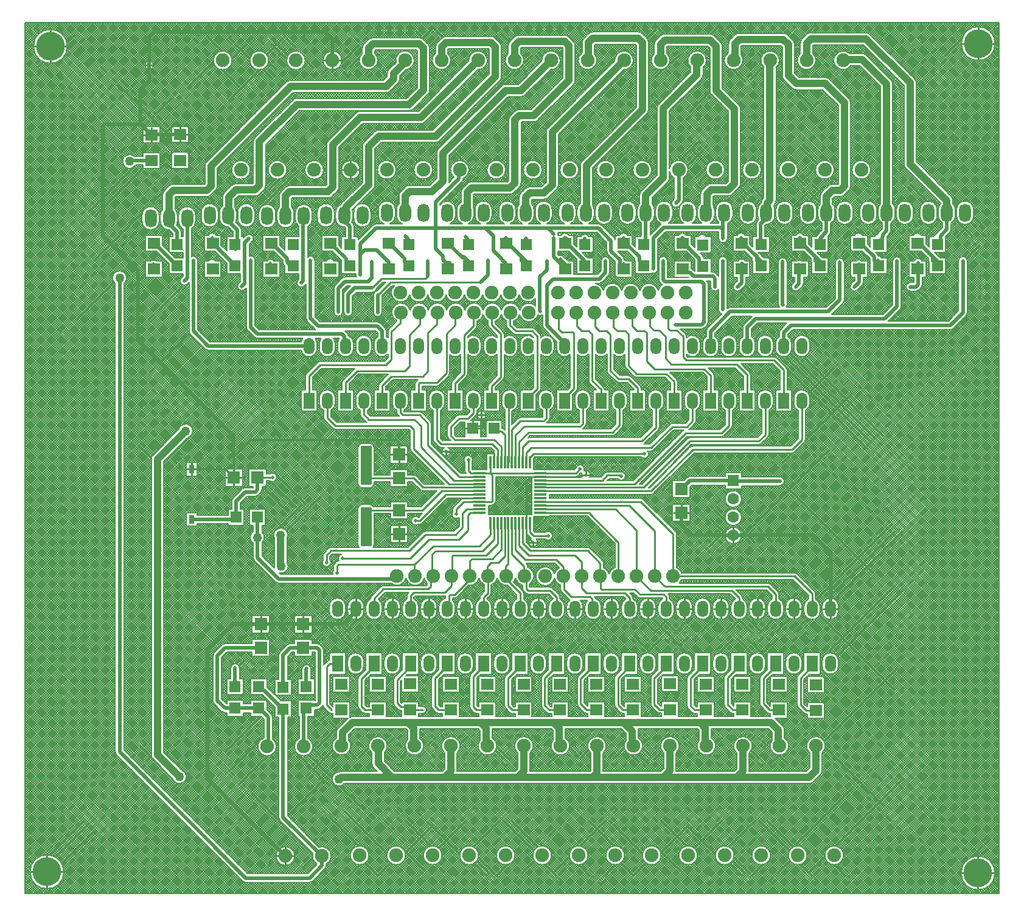
<source format=gtl>
G04*
G04 #@! TF.GenerationSoftware,Altium Limited,Altium Designer,21.3.2 (30)*
G04*
G04 Layer_Physical_Order=1*
G04 Layer_Color=255*
%FSTAX24Y24*%
%MOIN*%
G70*
G04*
G04 #@! TF.SameCoordinates,7032F62B-6258-4621-937C-C93DEBE01454*
G04*
G04*
G04 #@! TF.FilePolarity,Positive*
G04*
G01*
G75*
%ADD19C,0.0100*%
%ADD21R,0.0630X0.0591*%
%ADD22R,0.0650X0.0600*%
%ADD23R,0.0591X0.0630*%
%ADD24R,0.0669X0.0669*%
%ADD25R,0.0669X0.0118*%
%ADD26R,0.0118X0.0669*%
G04:AMPARAMS|DCode=27|XSize=216.5mil|YSize=59.1mil|CornerRadius=7.4mil|HoleSize=0mil|Usage=FLASHONLY|Rotation=270.000|XOffset=0mil|YOffset=0mil|HoleType=Round|Shape=RoundedRectangle|*
%AMROUNDEDRECTD27*
21,1,0.2165,0.0443,0,0,270.0*
21,1,0.2018,0.0591,0,0,270.0*
1,1,0.0148,-0.0221,-0.1009*
1,1,0.0148,-0.0221,0.1009*
1,1,0.0148,0.0221,0.1009*
1,1,0.0148,0.0221,-0.1009*
%
%ADD27ROUNDEDRECTD27*%
%ADD28R,0.0669X0.0669*%
%ADD29R,0.0315X0.0472*%
%ADD48C,0.0080*%
%ADD49C,0.0200*%
%ADD50C,0.0400*%
%ADD51C,0.0748*%
%ADD52R,0.0600X0.0900*%
%ADD53O,0.0600X0.0900*%
%ADD54O,0.0660X0.1000*%
%ADD55C,0.0630*%
%ADD56R,0.0630X0.0630*%
%ADD57C,0.0200*%
%ADD58C,0.1575*%
%ADD59C,0.0500*%
D19*
X05828Y04672D02*
X059167D01*
X057393D02*
X05828D01*
Y047607D01*
Y045833D02*
Y04672D01*
X050178Y015746D02*
X050578D01*
X049778D02*
X050178D01*
Y016296D01*
X048178Y015746D02*
Y016296D01*
X047778Y015746D02*
X048178D01*
X048578D01*
X050178Y015196D02*
Y015746D01*
X048178Y015196D02*
Y015746D01*
X046178D02*
X046578D01*
X046178D02*
Y016296D01*
X045778Y015746D02*
X046178D01*
Y015196D02*
Y015746D01*
X044866Y019763D02*
X045281D01*
X044866D02*
Y020177D01*
Y019348D02*
Y019763D01*
X044451D02*
X044866D01*
X044178Y015746D02*
Y016296D01*
Y015746D02*
X044578D01*
X044178Y015196D02*
Y015746D01*
X043778D02*
X044178D01*
X05827Y00127D02*
X059157D01*
X05827D02*
Y002157D01*
Y000383D02*
Y00127D01*
X057383D02*
X05827D01*
X042011Y021014D02*
X042446D01*
X042011Y02058D02*
Y021014D01*
Y021449D01*
X041577Y021014D02*
X042011D01*
X03679Y02309D02*
Y02329D01*
Y02309D02*
X03699D01*
X03659D02*
X03679D01*
X0339Y01939D02*
X0341D01*
X0339Y01919D02*
Y01939D01*
X0337D02*
X0339D01*
X042178Y015746D02*
Y016296D01*
Y015746D02*
X042578D01*
X041778D02*
X042178D01*
Y015196D02*
Y015746D01*
X040178D02*
X040578D01*
X040178D02*
Y016296D01*
X039778Y015746D02*
X040178D01*
Y015196D02*
Y015746D01*
X038178D02*
Y016296D01*
Y015746D02*
X038578D01*
X037778D02*
X038178D01*
Y015196D02*
Y015746D01*
X036178D02*
X036578D01*
X035778D02*
X036178D01*
Y015196D02*
Y015746D01*
X033778D02*
X034178D01*
Y016296D01*
Y015746D02*
X034578D01*
X034178Y015196D02*
Y015746D01*
X023902Y039798D02*
X024376D01*
X03107Y02637D02*
Y02657D01*
Y02637D02*
X03127D01*
X03107Y02617D02*
Y02637D01*
X03087D02*
X03107D01*
X030579Y02563D02*
Y026045D01*
Y02563D02*
X030975D01*
X030184D02*
X030579D01*
X022902Y045798D02*
X023376D01*
X022902D02*
Y046272D01*
X022428Y045798D02*
X022902D01*
Y045324D02*
Y045798D01*
X023902Y039798D02*
Y040272D01*
X023428Y039798D02*
X023902D01*
Y039324D02*
Y039798D01*
X01457Y04174D02*
Y04214D01*
Y04174D02*
X014995D01*
X01457Y04134D02*
Y04174D01*
X014145D02*
X01457D01*
X00745Y04657D02*
Y047457D01*
X01286Y04554D02*
X01306D01*
X01266D02*
X01286D01*
Y04534D02*
Y04554D01*
X01298Y04172D02*
X013405D01*
X01298D02*
Y04212D01*
Y04132D02*
Y04172D01*
X012555D02*
X01298D01*
X01286Y04554D02*
Y04574D01*
X00745Y04657D02*
X008337D01*
X006563D02*
X00745D01*
Y045683D02*
Y04657D01*
X02913Y02436D02*
X02933D01*
X02913Y02416D02*
Y02436D01*
X02893D02*
X02913D01*
X032178Y015746D02*
Y016296D01*
Y015746D02*
X032578D01*
X032178Y015196D02*
Y015746D01*
X031778D02*
X032178D01*
X030178D02*
Y016296D01*
X028178Y015746D02*
Y016296D01*
X030178Y015746D02*
X030578D01*
X029778D02*
X030178D01*
Y015196D02*
Y015746D01*
X028178D02*
X028578D01*
X027778D02*
X028178D01*
Y015196D02*
Y015746D01*
X026105Y0242D02*
X02654D01*
Y024634D01*
Y0242D02*
X026975D01*
X02654Y023765D02*
Y0242D01*
X02656Y01985D02*
X026995D01*
X02656D02*
Y020285D01*
X026125Y01985D02*
X02656D01*
Y019416D02*
Y01985D01*
X026178Y015746D02*
X026578D01*
X026178D02*
Y016296D01*
Y015196D02*
Y015746D01*
X025778D02*
X026178D01*
X024178D02*
X024578D01*
X0175Y022933D02*
Y023368D01*
Y022933D02*
X017935D01*
X0175Y022498D02*
Y022933D01*
X017065D02*
X0175D01*
X015194Y023401D02*
X015451D01*
X015194D02*
Y023737D01*
X014936Y023401D02*
X015194D01*
Y023064D02*
Y023401D01*
X024178Y015746D02*
Y016296D01*
X023778Y015746D02*
X024178D01*
Y015196D02*
Y015746D01*
X0213Y0149D02*
X021735D01*
X0213D02*
Y015334D01*
Y014465D02*
Y0149D01*
X020865D02*
X0213D01*
X01898D02*
Y015334D01*
Y0149D02*
X019415D01*
X018545D02*
X01898D01*
Y014465D02*
Y0149D01*
X02032Y002195D02*
Y002669D01*
X019846Y002195D02*
X02032D01*
X020794D01*
X02032Y001721D02*
Y002195D01*
X00726Y00133D02*
Y002217D01*
X006373Y00133D02*
X00726D01*
Y000443D02*
Y00133D01*
X008147D01*
X028003Y03384D02*
X02813Y033967D01*
X02508Y03333D02*
X02559Y03384D01*
X028003D01*
X02608Y03364D02*
X03101D01*
X02538Y03294D02*
X02608Y03364D01*
X02656Y01985D02*
X02759D01*
X029544Y021804D01*
X030967D01*
X0175Y02408D02*
X01843Y02501D01*
X0175Y022933D02*
Y02408D01*
X01843Y02501D02*
X02642D01*
X02652Y02491D01*
Y02421D02*
Y02491D01*
X031549Y023182D02*
X034304D01*
X032621Y031279D02*
X03294Y03096D01*
X032621Y031279D02*
Y03175D01*
X032621Y03175D02*
X032621Y03175D01*
X031621Y031299D02*
Y03175D01*
Y031299D02*
X03212Y0308D01*
X03012Y03075D02*
X030621Y031251D01*
Y03175D01*
X02914Y03082D02*
X029621Y031301D01*
Y03175D01*
X028621Y031351D02*
Y03175D01*
X02813Y03086D02*
X028621Y031351D01*
X02766Y03199D02*
X0277Y03195D01*
X02712Y03075D02*
X0277Y03133D01*
Y03195D01*
X026621Y031421D02*
Y03175D01*
X02613Y03093D02*
X026621Y031421D01*
X02613Y02942D02*
Y03093D01*
X02582Y02911D02*
X02613Y02942D01*
X02222Y02911D02*
X02582D01*
X021617Y028507D02*
X02222Y02911D01*
X021617Y02715D02*
Y028507D01*
X02712Y02904D02*
Y03075D01*
X02687Y02879D02*
X02712Y02904D01*
X02425Y02879D02*
X02687D01*
X023617Y028157D02*
X02425Y02879D01*
X023617Y02715D02*
Y028157D01*
X02813Y02878D02*
Y03086D01*
X02784Y02849D02*
X02813Y02878D01*
X02613Y02849D02*
X02784D01*
X025617Y027977D02*
X02613Y02849D01*
X025617Y02715D02*
Y027977D01*
X02914Y02866D02*
Y03082D01*
X028617Y028137D02*
X02914Y02866D01*
X027676Y028137D02*
X028617D01*
X027617Y028079D02*
X027676Y028137D01*
X027617Y02715D02*
Y028079D01*
X041298Y031102D02*
X04139Y03101D01*
X041298Y031102D02*
Y03175D01*
X04139Y03101D02*
X04176D01*
X04211Y03066D01*
Y02953D02*
Y03066D01*
Y02953D02*
X04228Y02936D01*
X0471D01*
X047617Y028843D01*
Y02715D02*
Y028843D01*
X040298Y031222D02*
Y03175D01*
Y031222D02*
X04051Y03101D01*
X0408D01*
X04114Y03067D01*
Y02947D02*
Y03067D01*
Y02947D02*
X04147Y02914D01*
X04504D01*
X045617Y028563D01*
Y02715D02*
Y028563D01*
X039298Y03175D02*
X039334Y031714D01*
Y031226D02*
Y031714D01*
Y031226D02*
X03958Y03098D01*
X04D01*
X04012Y03086D01*
Y02931D02*
Y03086D01*
Y02931D02*
X04054Y02889D01*
X04327D01*
X043617Y028543D01*
Y02715D02*
Y028543D01*
X038298Y031172D02*
X03851Y03096D01*
X038298Y031172D02*
Y03175D01*
X03851Y03096D02*
X03894D01*
X03912Y03078D01*
Y02907D02*
Y03078D01*
Y02907D02*
X03957Y02862D01*
X04119D01*
X041617Y028193D01*
Y02715D02*
Y028193D01*
X037298Y031202D02*
Y03175D01*
Y031202D02*
X03753Y03097D01*
X03793D01*
X03813Y03077D01*
Y02879D02*
Y03077D01*
Y02879D02*
X03858Y02834D01*
X03912D01*
X039617Y027843D01*
Y02715D02*
Y027843D01*
X036304Y031226D02*
Y031744D01*
X036298Y03175D02*
X036304Y031744D01*
Y031226D02*
X03655Y03098D01*
X03694D01*
X03713Y03079D01*
Y02825D02*
Y03079D01*
Y02825D02*
X037617Y027763D01*
Y02715D02*
Y027763D01*
X035298Y031082D02*
Y03175D01*
Y031082D02*
X03546Y03092D01*
X036061D01*
X03612Y030861D01*
Y027802D02*
Y030861D01*
X035617Y02715D02*
Y0273D01*
X03612Y027802D01*
X03294Y03096D02*
X03385D01*
X03412Y03069D01*
Y027802D02*
Y03069D01*
X033617Y0273D02*
X03412Y027802D01*
X033617Y02715D02*
Y0273D01*
X03212Y02845D02*
Y0308D01*
X031617Y027947D02*
X03212Y02845D01*
X031617Y02715D02*
Y027947D01*
X029617Y02715D02*
Y028117D01*
X03012Y02862D02*
Y03075D01*
X029617Y028117D02*
X03012Y02862D01*
X03032Y02005D02*
Y02088D01*
X0282Y01955D02*
X02982D01*
X03032Y02005D01*
X02346Y01851D02*
X02716D01*
X0282Y01955D01*
X02282Y01893D02*
X02711D01*
X02258Y01869D02*
X02282Y01893D01*
X02711D02*
X02799Y01981D01*
X03003Y02098D02*
X030263Y021213D01*
X030967D01*
X03003Y0202D02*
Y02098D01*
X02964Y01981D02*
X03003Y0202D01*
X02799Y01981D02*
X02964D01*
X02258Y01829D02*
Y01869D01*
X030456Y021016D02*
X030967D01*
X03032Y02088D02*
X030456Y021016D01*
X027373Y01818D02*
X027391Y018161D01*
X02314Y01809D02*
X02323Y01818D01*
X027373D01*
X027391Y01754D02*
Y018161D01*
Y017216D02*
Y01754D01*
X02314Y01771D02*
Y01809D01*
X027391Y018161D02*
X02842Y01919D01*
X03094D01*
X02717Y01021D02*
X02787D01*
X04854Y01048D02*
X04885Y01017D01*
X04938D01*
X04854Y01048D02*
Y011958D01*
X049178Y012596D01*
Y012746D01*
X04651Y01053D02*
X046847Y010193D01*
X04736D01*
X04651Y01053D02*
Y011928D01*
X047178Y012596D01*
Y012746D01*
X044847Y010193D02*
X045362D01*
X04455Y01049D02*
X044847Y010193D01*
X04455Y01049D02*
Y011968D01*
X045178Y012596D02*
Y012746D01*
X04455Y011968D02*
X045178Y012596D01*
X04252Y01042D02*
X042747Y010193D01*
X043364D01*
X04252Y01042D02*
Y011938D01*
X043178Y012596D02*
Y012746D01*
X04252Y011938D02*
X043178Y012596D01*
X04053Y01051D02*
X04082Y01022D01*
X04138D01*
X04053Y01051D02*
Y011948D01*
X041178Y012596D02*
Y012746D01*
X04053Y011948D02*
X041178Y012596D01*
X03854Y01048D02*
X038827Y010193D01*
X039368D01*
X03854Y01048D02*
Y011958D01*
X039178Y012596D01*
Y012746D01*
X0365Y01053D02*
X036837Y010193D01*
X03737D01*
X0365Y01053D02*
Y011918D01*
X037178Y012596D02*
Y012746D01*
X0365Y011918D02*
X037178Y012596D01*
X03453Y01045D02*
X034787Y010193D01*
X035371D01*
X03453Y01045D02*
Y011948D01*
X035178Y012596D01*
Y012746D01*
X03252Y01043D02*
X032757Y010193D01*
X033373D01*
X03252Y01043D02*
Y011938D01*
X033178Y012596D01*
Y012746D01*
X030797Y010193D02*
X031375D01*
X03062Y01037D02*
X030797Y010193D01*
X03062Y01037D02*
Y012038D01*
X031178Y012596D02*
Y012746D01*
X03062Y012038D02*
X031178Y012596D01*
X02852Y01041D02*
X028737Y010193D01*
X029377D01*
X02852Y01041D02*
Y011938D01*
X029178Y012596D02*
Y012746D01*
X02852Y011938D02*
X029178Y012596D01*
X02702Y01036D02*
X02717Y01021D01*
X02664Y01036D02*
X02702D01*
X02644Y01056D02*
X02664Y01036D01*
X02644Y01056D02*
Y011858D01*
X027178Y012596D02*
Y012746D01*
X02644Y011858D02*
X027178Y012596D01*
X024697Y010193D02*
X025381D01*
X02449Y0104D02*
X024697Y010193D01*
X02449Y0104D02*
Y011908D01*
X025178Y012596D02*
Y012746D01*
X02449Y011908D02*
X025178Y012596D01*
X04938Y01158D02*
Y01159D01*
X04736Y011613D02*
X04737Y011623D01*
X045362Y011598D02*
Y011613D01*
X043364D02*
X04337Y011607D01*
X04138Y01164D02*
X04142Y0116D01*
X02258Y01046D02*
X022847Y010193D01*
X02258Y01046D02*
Y01257D01*
X022756Y012746D01*
X023178D01*
X038572Y017518D02*
Y019388D01*
X04478Y01675D02*
X045178Y016352D01*
Y015746D02*
Y016352D01*
X04034Y01675D02*
X04478D01*
X039572Y017518D02*
X04034Y01675D01*
X041178Y015746D02*
Y016392D01*
X04104Y01653D02*
X041178Y016392D01*
X03975Y01653D02*
X04104D01*
X03947Y01681D02*
X03975Y01653D01*
X037634Y01681D02*
X03947D01*
X039572Y017518D02*
Y020058D01*
X03956Y01753D02*
X039572Y017518D01*
X037575Y016869D02*
Y017375D01*
Y016869D02*
X037634Y01681D01*
X040572Y017518D02*
X04113Y01696D01*
X04677D02*
X047178Y016552D01*
X04113Y01696D02*
X04677D01*
X040572Y017518D02*
Y020008D01*
X04056Y01753D02*
X040572Y017518D01*
X047178Y015746D02*
Y016552D01*
X041572Y01753D02*
Y019838D01*
Y01753D02*
X04821D01*
X04156D02*
X041572D01*
X049178Y015746D02*
Y016562D01*
X04821Y01753D02*
X049178Y016562D01*
X038572Y017196D02*
Y017518D01*
X03858Y01751D01*
X03856Y01753D02*
X038572Y017518D01*
X03892Y01661D02*
X039178Y016352D01*
X03656Y01687D02*
X03682Y01661D01*
X03892D01*
X034304Y021607D02*
X039803D01*
X041572Y019838D01*
X034304Y02141D02*
X03917D01*
X040572Y020008D01*
X034304Y021016D02*
X034307Y02102D01*
X03694D02*
X038572Y019388D01*
X034307Y02102D02*
X03694D01*
X034304Y021213D02*
X038417D01*
X039572Y020058D01*
X033514Y016856D02*
X03363Y01674D01*
X03483D02*
X035178Y016392D01*
X0334Y01738D02*
Y01809D01*
Y017225D02*
Y01738D01*
X03363Y01674D02*
X03483D01*
X02734Y01663D02*
X029045D01*
X02941Y016995D01*
Y01738D01*
X029499Y01869D02*
X03132D01*
X02944Y01755D02*
Y018631D01*
X02943Y01754D02*
X02944Y01755D01*
Y018631D02*
X029499Y01869D01*
X03043Y01754D02*
Y01836D01*
X03056Y01849D01*
X03139Y01758D02*
Y01809D01*
X03159Y01829D01*
X03139Y01758D02*
X03143Y01754D01*
X032733Y018757D02*
Y02043D01*
Y018757D02*
X0334Y01809D01*
X032537Y018207D02*
Y02043D01*
X032391Y017216D02*
Y018061D01*
X032537Y018207D01*
X03141Y017056D02*
Y01738D01*
X037572Y01739D02*
Y018238D01*
X03756Y01739D02*
X037575Y017375D01*
X036572Y01739D02*
Y018318D01*
X03656Y01687D02*
Y01739D01*
X03702Y0164D02*
X037133Y016287D01*
X036Y0164D02*
X03702D01*
X03558Y01682D02*
X036Y0164D01*
X039178Y015746D02*
Y016352D01*
X037133Y015791D02*
Y016287D01*
Y015791D02*
X037178Y015746D01*
X035572Y017378D02*
Y018028D01*
Y017378D02*
X03558Y01737D01*
X03556Y01739D02*
X035572Y017378D01*
X03558Y01682D02*
Y01737D01*
X035178Y015746D02*
Y016392D01*
X03341Y01738D02*
X033514Y017276D01*
Y016856D02*
Y017276D01*
X03319Y015758D02*
Y0166D01*
X033178Y015746D02*
X03319Y015758D01*
X03241Y01738D02*
X03319Y0166D01*
X031178Y015746D02*
Y016388D01*
X03141Y01662D01*
Y017056D01*
X03041Y01735D02*
Y01738D01*
X029349Y01652D02*
X02958D01*
X03041Y01735D01*
X02929Y016461D02*
X029349Y01652D01*
X02929Y016205D02*
Y016461D01*
X029178Y015746D02*
X029274Y015842D01*
Y016188D02*
X02929Y016205D01*
X029274Y015842D02*
Y016188D01*
X027178Y015746D02*
Y016468D01*
X02734Y01663D01*
X025178Y016308D02*
X0257Y01683D01*
X028145D01*
X028286Y016971D02*
Y017295D01*
X028371Y01738D02*
Y018731D01*
X028286Y017295D02*
X028371Y01738D01*
X028145Y01683D02*
X028286Y016971D01*
X025178Y015746D02*
Y016308D01*
X034584Y02298D02*
X03649D01*
X036581Y023071D01*
X036771D02*
X03679Y02309D01*
X036581Y023071D02*
X036771D01*
X03868Y02306D02*
X03872Y02302D01*
X03797Y02306D02*
X03868D01*
X037698Y022788D02*
X03797Y02306D01*
X034304Y022788D02*
X037698D01*
X03997Y02425D02*
X03999Y02423D01*
X033925Y02425D02*
X03997D01*
X033718Y023767D02*
Y024043D01*
X033925Y02425D01*
X034304Y023182D02*
X036242D01*
X03646Y0234D01*
X034579Y022985D02*
X034584Y02298D01*
X033745Y022985D02*
X034579D01*
X030967Y021607D02*
X031611D01*
X03167Y021665D01*
X031549Y023182D02*
X03167Y02306D01*
Y021665D02*
Y02306D01*
X033521Y022761D02*
X033745Y022985D01*
X033521Y02043D02*
Y022761D01*
X042011Y022314D02*
X042036D01*
X033718Y019942D02*
X03391Y01975D01*
X03472D01*
X033718Y019942D02*
Y02043D01*
X03034Y02389D02*
Y02391D01*
Y02389D02*
X03035Y02388D01*
Y02332D02*
Y02388D01*
Y02332D02*
X030482Y023188D01*
X03096D02*
X030967Y023182D01*
X030482Y023188D02*
X03096D01*
X031549Y023182D02*
Y023763D01*
X031552Y023767D01*
X030967Y023182D02*
X031549D01*
X017033Y023401D02*
X0175Y022933D01*
X015194Y023401D02*
X017033D01*
X02968Y02121D02*
X030077Y021607D01*
X02968Y02093D02*
Y02121D01*
X030077Y021607D02*
X030967D01*
X024739Y020249D02*
Y020906D01*
X024983Y02115D01*
X02656D01*
X024739Y023144D02*
Y023595D01*
X024983Y0229D02*
X02654D01*
X024739Y023144D02*
X024983Y0229D01*
X02735D02*
X027856Y022394D01*
X02654Y0229D02*
X02735D01*
X027856Y022394D02*
X030967D01*
X018799Y022933D02*
X018816Y02295D01*
X01961D01*
X02746Y02057D02*
X02747Y02056D01*
X02768D01*
X02912Y022D01*
X030967D01*
X02783Y02115D02*
X028877Y022197D01*
X02656Y02115D02*
X02783D01*
X028877Y022197D02*
X030967D01*
X022617Y026213D02*
X02306Y02577D01*
X022617Y026213D02*
Y02715D01*
X02306Y02577D02*
X02716D01*
X02735Y02558D01*
Y02452D02*
Y02558D01*
Y02452D02*
X029279Y022591D01*
X030967D01*
X024617Y026393D02*
Y02715D01*
Y026393D02*
X0249Y02611D01*
X0274D01*
X02774Y02577D01*
Y0246D02*
Y02577D01*
Y0246D02*
X029552Y022788D01*
X030967D01*
X026617Y026503D02*
X02676Y02636D01*
X026617Y026503D02*
Y02715D01*
X02676Y02636D02*
X02768D01*
X02813Y02591D01*
Y02471D02*
Y02591D01*
Y02471D02*
X029855Y022985D01*
X030967D01*
X031011Y025761D02*
X03107Y02582D01*
X030579Y02563D02*
X030711Y025761D01*
X031011D01*
X03107Y02582D02*
Y02637D01*
X02913Y02436D02*
X029139Y024351D01*
X031691D01*
X031749Y023767D02*
Y024292D01*
X031691Y024351D02*
X031749Y024292D01*
X03166Y02477D02*
X031946Y024484D01*
Y023767D02*
Y024484D01*
X02886Y02477D02*
X03166D01*
X028617Y025013D02*
X02886Y02477D01*
X03177Y025D02*
X032143Y024627D01*
X02939Y02522D02*
X02961Y025D01*
X03177D01*
X031918Y025473D02*
X032147D01*
X03234Y02528D01*
Y023767D02*
Y02528D01*
X031761Y02563D02*
X031918Y025473D01*
X03033Y02618D02*
X030617Y026467D01*
Y02715D01*
X02984Y02618D02*
X03033D01*
X02939Y02573D02*
X02984Y02618D01*
X02939Y02522D02*
Y02573D01*
X032143Y023767D02*
Y024627D01*
X028617Y025013D02*
Y02715D01*
X032546Y023776D02*
Y027078D01*
X032617Y02715D01*
X032537Y023767D02*
X032546Y023776D01*
X034617Y026187D02*
Y02715D01*
X03447Y02604D02*
X034617Y026187D01*
X0332Y02604D02*
X03447D01*
X032733Y025573D02*
X0332Y02604D01*
X032733Y023767D02*
Y025573D01*
X036617Y025887D02*
Y02715D01*
X03647Y02574D02*
X036617Y025887D01*
X03341Y02574D02*
X03647D01*
X03293Y02526D02*
X03341Y02574D01*
X03293Y023767D02*
Y02526D01*
X03824Y02542D02*
X038617Y025797D01*
Y02715D01*
X03364Y02542D02*
X03824D01*
X033127Y024907D02*
X03364Y02542D01*
X033127Y023767D02*
Y024907D01*
X040617Y025687D02*
Y02715D01*
X03987Y02494D02*
X040617Y025687D01*
X03367Y02494D02*
X03987D01*
X033324Y024594D02*
X03367Y02494D01*
X033324Y023767D02*
Y024594D01*
X04231Y02572D02*
X042617Y026027D01*
Y02715D01*
X04151Y02572D02*
X04231D01*
X04037Y02458D02*
X04151Y02572D01*
X0338Y02458D02*
X04037D01*
X033521Y024301D02*
X0338Y02458D01*
X033521Y023767D02*
Y024301D01*
X044617Y025777D02*
Y02715D01*
X04421Y02537D02*
X044617Y025777D01*
X04224Y02537D02*
X04421D01*
X039461Y022591D02*
X04224Y02537D01*
X034304Y022591D02*
X039461D01*
X046617Y025287D02*
Y02715D01*
X04627Y02494D02*
X046617Y025287D01*
X04249Y02494D02*
X04627D01*
X039944Y022394D02*
X04249Y02494D01*
X034304Y022394D02*
X039944D01*
X04809Y02447D02*
X048617Y024997D01*
Y02715D01*
X04264Y02447D02*
X04809D01*
X040367Y022197D02*
X04264Y02447D01*
X034304Y022197D02*
X040367D01*
X03094Y01919D02*
X031552Y019802D01*
Y02043D01*
X03111Y01891D02*
X031749Y019549D01*
X028371Y018731D02*
X02855Y01891D01*
X03111D01*
X03132Y01869D02*
X031946Y019316D01*
X03056Y01849D02*
X03164D01*
X032143Y018993D01*
X031749Y019549D02*
Y02043D01*
X031946Y019316D02*
Y02043D01*
X032143Y018993D02*
Y02043D01*
X03159Y01829D02*
X03199D01*
X03234Y01864D01*
Y02043D01*
X033391Y017216D02*
X0334Y017225D01*
X03516Y01844D02*
X035572Y018028D01*
X03345Y01844D02*
X03516D01*
X03293Y01896D02*
X03345Y01844D01*
X03293Y01896D02*
Y02043D01*
X0362Y01869D02*
X036572Y018318D01*
X03366Y01869D02*
X0362D01*
X033127Y019223D02*
X03366Y01869D01*
X033127Y019223D02*
Y02043D01*
X03688Y01893D02*
X037572Y018238D01*
X03372Y01893D02*
X03688D01*
X033324Y019326D02*
X03372Y01893D01*
X033324Y019326D02*
Y02043D01*
X033521Y019769D02*
X0339Y01939D01*
X033521Y019769D02*
Y02043D01*
D21*
X02076Y034539D02*
D03*
Y035721D02*
D03*
X0144Y034529D02*
D03*
Y035711D02*
D03*
X01757Y03454D02*
D03*
Y035721D02*
D03*
X023858Y034533D02*
D03*
Y035714D02*
D03*
X027077Y034533D02*
D03*
Y035714D02*
D03*
X030345Y034533D02*
D03*
Y035714D02*
D03*
X033514Y034533D02*
D03*
Y035714D02*
D03*
X036733Y034533D02*
D03*
Y035714D02*
D03*
X039951Y034533D02*
D03*
Y035714D02*
D03*
X0432Y035691D02*
D03*
Y034509D02*
D03*
X046388Y035714D02*
D03*
Y034533D02*
D03*
X049607D02*
D03*
Y035714D02*
D03*
X052825D02*
D03*
Y034533D02*
D03*
X056044D02*
D03*
Y035714D02*
D03*
X021472Y011474D02*
D03*
Y010293D02*
D03*
X017572Y011474D02*
D03*
Y010293D02*
D03*
X018872D02*
D03*
Y011474D02*
D03*
X0202Y011441D02*
D03*
Y010259D02*
D03*
D22*
X013121Y034362D02*
D03*
Y035782D02*
D03*
X016339Y034362D02*
D03*
Y035782D02*
D03*
X019558Y034362D02*
D03*
Y035782D02*
D03*
X022776Y034362D02*
D03*
Y035782D02*
D03*
X025995Y034362D02*
D03*
Y035782D02*
D03*
X029213Y034362D02*
D03*
Y035782D02*
D03*
X032432Y034362D02*
D03*
Y035782D02*
D03*
X03565Y034362D02*
D03*
Y035782D02*
D03*
X038869Y034362D02*
D03*
Y035782D02*
D03*
X042087Y034362D02*
D03*
Y035782D02*
D03*
X045306Y034362D02*
D03*
Y035782D02*
D03*
X048524Y034362D02*
D03*
Y035782D02*
D03*
X051743Y034362D02*
D03*
Y035782D02*
D03*
X054962D02*
D03*
Y034362D02*
D03*
X01298Y0403D02*
D03*
Y04172D02*
D03*
X01457Y04032D02*
D03*
Y04174D02*
D03*
X04938Y01159D02*
D03*
Y01017D02*
D03*
X04736Y011613D02*
D03*
Y010193D02*
D03*
X045362Y011613D02*
D03*
Y010193D02*
D03*
X043364Y011613D02*
D03*
Y010193D02*
D03*
X04138Y01164D02*
D03*
Y01022D02*
D03*
X039368Y011613D02*
D03*
Y010193D02*
D03*
X03737Y011613D02*
D03*
Y010193D02*
D03*
X035371Y011613D02*
D03*
Y010193D02*
D03*
X025381Y011613D02*
D03*
Y010193D02*
D03*
X029377Y011613D02*
D03*
Y010193D02*
D03*
X033373Y011613D02*
D03*
Y010193D02*
D03*
X031375Y011613D02*
D03*
Y010193D02*
D03*
X02717Y01163D02*
D03*
Y01021D02*
D03*
X023383Y011613D02*
D03*
Y010193D02*
D03*
D23*
X030579Y02563D02*
D03*
X031761D02*
D03*
X017618Y020768D02*
D03*
X018799D02*
D03*
D24*
X02656Y02115D02*
D03*
Y01985D02*
D03*
X02654Y0229D02*
D03*
Y0242D02*
D03*
X0213Y0149D02*
D03*
Y0136D02*
D03*
X01898Y0149D02*
D03*
Y0136D02*
D03*
X042011Y021014D02*
D03*
Y022314D02*
D03*
D25*
X030967Y023182D02*
D03*
Y022985D02*
D03*
Y022788D02*
D03*
Y022591D02*
D03*
Y022394D02*
D03*
Y022197D02*
D03*
Y022D02*
D03*
Y021804D02*
D03*
Y021607D02*
D03*
Y02141D02*
D03*
Y021213D02*
D03*
Y021016D02*
D03*
X034304D02*
D03*
Y021213D02*
D03*
Y02141D02*
D03*
Y021607D02*
D03*
Y021804D02*
D03*
Y022D02*
D03*
Y022197D02*
D03*
Y022394D02*
D03*
Y022591D02*
D03*
Y022788D02*
D03*
Y022985D02*
D03*
Y023182D02*
D03*
D26*
X031552Y02043D02*
D03*
X031749D02*
D03*
X031946D02*
D03*
X032143D02*
D03*
X03234D02*
D03*
X032537D02*
D03*
X032733D02*
D03*
X03293D02*
D03*
X033127D02*
D03*
X033324D02*
D03*
X033521D02*
D03*
X033718D02*
D03*
Y023767D02*
D03*
X033521D02*
D03*
X033324D02*
D03*
X033127D02*
D03*
X03293D02*
D03*
X032733D02*
D03*
X032537D02*
D03*
X03234D02*
D03*
X032143D02*
D03*
X031946D02*
D03*
X031749D02*
D03*
X031552D02*
D03*
D27*
X024739Y023595D02*
D03*
Y020249D02*
D03*
D28*
X018799Y022933D02*
D03*
X0175D02*
D03*
D29*
X015194Y023401D02*
D03*
Y020645D02*
D03*
D48*
X059207Y04672D02*
G03*
X059207Y04672I-000927J0D01*
G01*
D02*
G03*
X059207Y04672I-000927J0D01*
G01*
X05489Y04456D02*
G03*
X05479Y044801I-00034J0D01*
G01*
X05489Y04456D02*
G03*
X05479Y0448I-00034J0D01*
G01*
X05237Y04722D02*
G03*
X05213Y04732I-00024J-00024D01*
G01*
X052371Y04722D02*
G03*
X05213Y04732I-000241J-00024D01*
G01*
X05217Y04608D02*
G03*
X05193Y04618I-00024J-00024D01*
G01*
X052171Y04608D02*
G03*
X05193Y04618I-000241J-00024D01*
G01*
X053602Y044508D02*
G03*
X053503Y044748I-00034J0D01*
G01*
X053602Y044508D02*
G03*
X053502Y044748I-00034J0D01*
G01*
X05129Y04347D02*
G03*
X05119Y043711I-00034J0D01*
G01*
X05129Y04347D02*
G03*
X05119Y04371I-00034J0D01*
G01*
X05803Y03762D02*
G03*
X05709Y03762I-00047J0D01*
G01*
X056887Y038123D02*
G03*
X056787Y038363I-00034J0D01*
G01*
X056887Y038123D02*
G03*
X056788Y038363I-00034J0D01*
G01*
X05703Y03762D02*
G03*
X056887Y037957I-00047J0D01*
G01*
X056207Y037931D02*
G03*
X05609Y03762I000353J-000311D01*
G01*
X05603D02*
G03*
X05509Y03762I-00047J0D01*
G01*
X05421Y04012D02*
G03*
X05431Y039879I00034J0D01*
G01*
X05421Y04012D02*
G03*
X05431Y03988I00034J0D01*
G01*
X05239Y039803D02*
G03*
X05239Y039803I-000514J0D01*
G01*
X054732Y03762D02*
G03*
X053792Y03762I-00047J0D01*
G01*
X053732D02*
G03*
X053602Y037945I-00047J0D01*
G01*
X052922D02*
G03*
X052792Y03762I00034J-000325D01*
G01*
X05119Y038674D02*
G03*
X05129Y038914I-00024J000241D01*
G01*
X05119Y038674D02*
G03*
X05129Y038914I-00024J00024D01*
G01*
X052732Y03762D02*
G03*
X051792Y03762I-00047J0D01*
G01*
X049111Y04732D02*
G03*
X04887Y04722I0J-00034D01*
G01*
X049111Y04732D02*
G03*
X04887Y04722I0J-00034D01*
G01*
X048636Y046986D02*
G03*
X048536Y046746I00024J-000241D01*
G01*
X048636Y046986D02*
G03*
X048536Y046746I00024J-00024D01*
G01*
X051226Y04618D02*
G03*
X051292Y0455I-00035J-000377D01*
G01*
X04939Y045803D02*
G03*
X049216Y046189I-000514J0D01*
G01*
X05013Y04477D02*
G03*
X04989Y04487I-00024J-00024D01*
G01*
X050131Y04477D02*
G03*
X04989Y04487I-000241J-00024D01*
G01*
X048536Y046189D02*
G03*
X04939Y045803I00034J-000386D01*
G01*
X04823Y04666D02*
G03*
X04813Y046901I-00034J0D01*
G01*
X04784Y04719D02*
G03*
X0476Y04729I-00024J-00024D01*
G01*
X047841Y04719D02*
G03*
X0476Y04729I-000241J-00024D01*
G01*
X04823Y04666D02*
G03*
X04813Y0469I-00034J0D01*
G01*
X04739Y045803D02*
G03*
X04653Y045423I-000514J0D01*
G01*
X04721Y045412D02*
G03*
X04739Y045803I-000334J000391D01*
G01*
X04808Y04429D02*
G03*
X04832Y04419I00024J00024D01*
G01*
X048079Y04429D02*
G03*
X04832Y04419I000241J00024D01*
G01*
X04755Y04496D02*
G03*
X04765Y04472I00034J0D01*
G01*
X04755Y04496D02*
G03*
X04765Y044719I00034J0D01*
G01*
X05039Y039803D02*
G03*
X05039Y039803I-000514J0D01*
G01*
X050716Y03834D02*
G03*
X050956Y03844I0J00034D01*
G01*
X050716Y03834D02*
G03*
X050956Y03844I0J00034D01*
G01*
X05029Y03902D02*
G03*
X05005Y03892I0J-00034D01*
G01*
X05029Y03902D02*
G03*
X050049Y03892I0J-00034D01*
G01*
X051435Y03762D02*
G03*
X050495Y03762I-00047J0D01*
G01*
X050435D02*
G03*
X050305Y037945I-00047J0D01*
G01*
X049724Y038595D02*
G03*
X049625Y038355I00024J-00024D01*
G01*
X049725Y038595D02*
G03*
X049625Y038355I00024J-000241D01*
G01*
Y037945D02*
G03*
X049495Y03762I00034J-000325D01*
G01*
X049435D02*
G03*
X048495Y03762I-00047J0D01*
G01*
X04839Y039803D02*
G03*
X04839Y039803I-000514J0D01*
G01*
X04639D02*
G03*
X04639Y039803I-000514J0D01*
G01*
X04711Y03789D02*
G03*
X04721Y03813I-00024J00024D01*
G01*
X046476Y038217D02*
G03*
X046377Y03799I00024J-00024D01*
G01*
X04711Y037889D02*
G03*
X04721Y03813I-00024J000241D01*
G01*
X048137Y03762D02*
G03*
X047197Y03762I-00047J0D01*
G01*
X047137D02*
G03*
X047075Y037854I-00047J0D01*
G01*
X046477Y038217D02*
G03*
X046377Y03799I00024J-000241D01*
G01*
Y03799D02*
G03*
X046197Y03762I00029J-00037D01*
G01*
X046137D02*
G03*
X045197Y03762I-00047J0D01*
G01*
X05709Y03728D02*
G03*
X05803Y03728I00047J0D01*
G01*
X05609D02*
G03*
X05632Y036876I00047J0D01*
G01*
X0568D02*
G03*
X05703Y03728I-00024J000404D01*
G01*
X05673Y03638D02*
G03*
X0568Y03655I-00017J00017D01*
G01*
X05673Y03638D02*
G03*
X0568Y03655I-00017J00017D01*
G01*
X05509Y03728D02*
G03*
X05603Y03728I00047J0D01*
G01*
X053792D02*
G03*
X054732Y03728I00047J0D01*
G01*
X055927Y036257D02*
G03*
X055816Y036149I000103J-000217D01*
G01*
X055969Y035208D02*
G03*
X055929Y035239I-00017J-00017D01*
G01*
X05768Y03482D02*
G03*
X0572Y03482I-00024J0D01*
G01*
X05768D02*
G03*
X0572Y03482I-00024J0D01*
G01*
X056218Y034968D02*
G03*
X056117Y035059I-000205J-000125D01*
G01*
X055559Y034818D02*
G03*
X055589Y034702I00024J0D01*
G01*
X054932Y036332D02*
G03*
X05473Y036222I0J-00024D01*
G01*
X055158D02*
G03*
X054957Y036332I-000202J-00013D01*
G01*
X055201Y034802D02*
G03*
X054759Y034802I-000221J-000092D01*
G01*
X055201D02*
G03*
X054759Y034802I-000221J-000092D01*
G01*
X053502Y036876D02*
G03*
X053732Y03728I-00024J000404D01*
G01*
X052792D02*
G03*
X053022Y036876I00047J0D01*
G01*
X053432Y036301D02*
G03*
X053502Y036471I-00017J00017D01*
G01*
X053432Y036301D02*
G03*
X053502Y036471I-00017J00017D01*
G01*
X052707Y036255D02*
G03*
X052582Y036149I000083J-000225D01*
G01*
X051792Y03728D02*
G03*
X052732Y03728I00047J0D01*
G01*
X050495D02*
G03*
X051435Y03728I00047J0D01*
G01*
X05194Y036222D02*
G03*
X051738Y036332I-000202J-00013D01*
G01*
X051713D02*
G03*
X051511Y036222I0J-00024D01*
G01*
X053Y034968D02*
G03*
X052815Y035082I-000205J-000125D01*
G01*
X052815Y035082D02*
G03*
X05275Y0352I-000234J-000052D01*
G01*
X052815Y035082D02*
G03*
X05275Y0352I-000234J-000052D01*
G01*
X05407Y0348D02*
G03*
X05359Y0348I-00024J0D01*
G01*
X05407D02*
G03*
X05359Y0348I-00024J0D01*
G01*
X05234Y034818D02*
G03*
X05237Y034702I00024J0D01*
G01*
X05234Y034818D02*
G03*
X05237Y034702I00024J0D01*
G01*
X051917Y034802D02*
G03*
X051583Y034802I-000167J-000172D01*
G01*
X051917D02*
G03*
X051583Y034802I-000167J-000172D01*
G01*
X05094Y03473D02*
G03*
X05046Y03473I-00024J0D01*
G01*
X05094D02*
G03*
X05046Y03473I-00024J0D01*
G01*
X05761Y0318D02*
G03*
X05768Y03197I-00017J00017D01*
G01*
X05761Y0318D02*
G03*
X05768Y03197I-00017J00017D01*
G01*
X05674Y03103D02*
G03*
X05691Y0311I0J00024D01*
G01*
X05674Y03103D02*
G03*
X05691Y0311I0J00024D01*
G01*
X05515Y033337D02*
G03*
X05522Y033507I-00017J00017D01*
G01*
X05515Y033337D02*
G03*
X05522Y033507I-00017J00017D01*
G01*
X054863Y03315D02*
G03*
X055033Y03322I0J00024D01*
G01*
X054863Y03315D02*
G03*
X055033Y03322I0J00024D01*
G01*
X054566Y03363D02*
G03*
X054566Y03315I0J-00024D01*
G01*
Y03363D02*
G03*
X054566Y03315I0J-00024D01*
G01*
X05192Y03347D02*
G03*
X05199Y03364I-00017J00017D01*
G01*
X05192Y03347D02*
G03*
X05199Y03364I-00017J00017D01*
G01*
X054Y03215D02*
G03*
X05407Y03232I-00017J00017D01*
G01*
X054Y03215D02*
G03*
X05407Y03232I-00017J00017D01*
G01*
X05133Y03356D02*
G03*
X05167Y03322I00017J-00017D01*
G01*
X05133Y03356D02*
G03*
X05167Y03322I00017J-00017D01*
G01*
X05087Y03249D02*
G03*
X05094Y03266I-00017J00017D01*
G01*
X05087Y03249D02*
G03*
X05094Y03266I-00017J00017D01*
G01*
X050205Y036876D02*
G03*
X050435Y03728I-00024J000404D01*
G01*
X050134Y036242D02*
G03*
X050205Y036412I-00017J00017D01*
G01*
X050134Y036242D02*
G03*
X050205Y036412I-00017J00017D01*
G01*
X049495Y03728D02*
G03*
X049725Y036876I00047J0D01*
G01*
X049622Y036408D02*
G03*
X049575Y036341I00017J-00017D01*
G01*
X049622Y036408D02*
G03*
X049575Y036341I00017J-00017D01*
G01*
X049452Y036218D02*
G03*
X049403Y036149I00017J-00017D01*
G01*
X048495Y03728D02*
G03*
X049435Y03728I00047J0D01*
G01*
X048494Y036332D02*
G03*
X048293Y036222I0J-00024D01*
G01*
X048721D02*
G03*
X048519Y036332I-000202J-00013D01*
G01*
X049781Y034968D02*
G03*
X04968Y035059I-000205J-000125D01*
G01*
X049531Y035208D02*
G03*
X049492Y035239I-00017J-00017D01*
G01*
X049122Y034818D02*
G03*
X049152Y034702I00024J0D01*
G01*
X048626Y034802D02*
G03*
X048314Y034802I-000156J-000182D01*
G01*
X048626D02*
G03*
X048314Y034802I-000156J-000182D01*
G01*
X047197Y03728D02*
G03*
X048137Y03728I00047J0D01*
G01*
X046661Y03681D02*
G03*
X047137Y03728I000006J00047D01*
G01*
X046197D02*
G03*
X046245Y037073I00047J0D01*
G01*
X045197Y03728D02*
G03*
X046137Y03728I00047J0D01*
G01*
X046188Y037016D02*
G03*
X046118Y036847I00017J-00017D01*
G01*
X046188Y037016D02*
G03*
X046118Y036847I00017J-00017D01*
G01*
X04781Y03476D02*
G03*
X04733Y03476I-00024J0D01*
G01*
X04781D02*
G03*
X04733Y03476I-00024J0D01*
G01*
X046563Y034968D02*
G03*
X046461Y035059I-000205J-000125D01*
G01*
X046313Y035208D02*
G03*
X046273Y035239I-00017J-00017D01*
G01*
X045903Y034818D02*
G03*
X045933Y034702I00024J0D01*
G01*
X04864Y03341D02*
G03*
X04871Y03358I-00017J00017D01*
G01*
X04864Y03341D02*
G03*
X04871Y03358I-00017J00017D01*
G01*
X04811Y03356D02*
G03*
X04845Y03322I00017J-00017D01*
G01*
X04811Y03356D02*
G03*
X04845Y03322I00017J-00017D01*
G01*
X04782Y03241D02*
G03*
X04781Y032479I-00024J0D01*
G01*
X04782Y03241D02*
G03*
X04781Y032479I-00024J0D01*
G01*
X047775Y03227D02*
G03*
X04782Y03241I-000195J00014D01*
G01*
X047775Y03227D02*
G03*
X04782Y03241I-000195J00014D01*
G01*
X048177Y03D02*
G03*
X049057Y03I00044J0D01*
G01*
Y0303D02*
G03*
X048177Y0303I-00044J0D01*
G01*
X048057D02*
G03*
X047857Y030668I-00044J0D01*
G01*
X047448Y031047D02*
G03*
X047377Y030877I00017J-00017D01*
G01*
X047448Y031047D02*
G03*
X047377Y030877I00017J-00017D01*
G01*
X047177Y03D02*
G03*
X048057Y03I00044J0D01*
G01*
X047807Y028843D02*
G03*
X047751Y028977I-00019J0D01*
G01*
X047807Y028843D02*
G03*
X047752Y028977I-00019J0D01*
G01*
X04733Y03242D02*
G03*
X047383Y03227I00024J0D01*
G01*
X04733Y03242D02*
G03*
X047383Y03227I00024J0D01*
G01*
X04549Y03345D02*
G03*
X04556Y03362I-00017J00017D01*
G01*
X04549Y03345D02*
G03*
X04556Y03362I-00017J00017D01*
G01*
X047377Y030668D02*
G03*
X047177Y0303I00024J-000369D01*
G01*
X047057D02*
G03*
X046177Y0303I-00044J0D01*
G01*
X047235Y029494D02*
G03*
X0471Y02955I-000135J-000134D01*
G01*
X047234Y029494D02*
G03*
X0471Y02955I-000134J-000134D01*
G01*
X046177Y03D02*
G03*
X047057Y03I00044J0D01*
G01*
X046057Y0303D02*
G03*
X045857Y030668I-00044J0D01*
G01*
X045177Y03D02*
G03*
X046057Y03I00044J0D01*
G01*
X045807Y028563D02*
G03*
X045751Y028697I-00019J0D01*
G01*
X045807Y028563D02*
G03*
X045752Y028697I-00019J0D01*
G01*
X045177Y04729D02*
G03*
X044937Y04719I0J-00034D01*
G01*
X045177Y04729D02*
G03*
X044937Y04719I0J-00034D01*
G01*
X04382Y04715D02*
G03*
X04358Y04725I-00024J-00024D01*
G01*
X043821Y04715D02*
G03*
X04358Y04725I-000241J-00024D01*
G01*
X044703Y046956D02*
G03*
X044603Y046716I00024J-000241D01*
G01*
X044703Y046956D02*
G03*
X044603Y046716I00024J-00024D01*
G01*
X04426Y04657D02*
G03*
X04416Y04681I-00034J0D01*
G01*
X04426Y04657D02*
G03*
X04416Y046811I-00034J0D01*
G01*
X04539Y045803D02*
G03*
X045283Y046118I-000514J0D01*
G01*
X04321Y045412D02*
G03*
X04339Y045803I-000334J000391D01*
G01*
X044603Y046238D02*
G03*
X04539Y045803I000273J-000435D01*
G01*
X04526Y043146D02*
G03*
X04516Y043386I-00034J0D01*
G01*
X04526Y043146D02*
G03*
X04516Y043386I-00034J0D01*
G01*
X04358Y044146D02*
G03*
X04368Y043905I00034J0D01*
G01*
X04358Y044146D02*
G03*
X04368Y043905I00034J0D01*
G01*
X04339Y045803D02*
G03*
X04253Y045423I-000514J0D01*
G01*
X04311Y04478D02*
G03*
X04321Y04502I-00024J00024D01*
G01*
X04311Y044779D02*
G03*
X04321Y04502I-00024J000241D01*
G01*
X041111Y04725D02*
G03*
X04087Y04715I0J-00034D01*
G01*
X041111Y04725D02*
G03*
X04087Y04715I0J-00034D01*
G01*
X039886Y04726D02*
G03*
X039646Y04736I-00024J-00024D01*
G01*
X039886Y04726D02*
G03*
X039646Y04736I-000241J-00024D01*
G01*
X040636Y046916D02*
G03*
X040536Y046676I00024J-000241D01*
G01*
X040636Y046916D02*
G03*
X040536Y046676I00024J-00024D01*
G01*
X04022Y046786D02*
G03*
X04012Y047026I-00034J0D01*
G01*
X04022Y046786D02*
G03*
X04012Y047026I-00034J0D01*
G01*
X040536Y046189D02*
G03*
X04139Y045803I00034J-000386D01*
G01*
D02*
G03*
X041216Y046189I-000514J0D01*
G01*
X04079Y043421D02*
G03*
X04069Y04318I00024J-000241D01*
G01*
X04079Y04342D02*
G03*
X04069Y04318I00024J-00024D01*
G01*
X04012Y042862D02*
G03*
X04022Y043102I-00024J00024D01*
G01*
X04012Y042861D02*
G03*
X04022Y043102I-00024J000241D01*
G01*
X04439Y039803D02*
G03*
X04439Y039803I-000514J0D01*
G01*
X04516Y03881D02*
G03*
X04526Y03905I-00024J00024D01*
G01*
X04516Y038809D02*
G03*
X04526Y03905I-00024J000241D01*
G01*
X04458Y03837D02*
G03*
X04482Y03847I0J00034D01*
G01*
X04458Y03837D02*
G03*
X044821Y03847I0J00034D01*
G01*
X044839Y03762D02*
G03*
X043899Y03762I-00047J0D01*
G01*
X04454Y036842D02*
G03*
X044839Y03728I-000171J000438D01*
G01*
X043899D02*
G03*
X04406Y036926I00047J0D01*
G01*
X043644Y03905D02*
G03*
X043404Y03895I0J-00034D01*
G01*
X043644Y03905D02*
G03*
X043404Y03895I0J-00034D01*
G01*
X04317Y038716D02*
G03*
X04307Y038476I00024J-00024D01*
G01*
X04317Y038716D02*
G03*
X04307Y038476I00024J-000241D01*
G01*
X043839Y03762D02*
G03*
X04375Y037896I-00047J0D01*
G01*
X042899Y03728D02*
G03*
X043122Y03688I00047J0D01*
G01*
X043616D02*
G03*
X043839Y03728I-000247J0004D01*
G01*
X042116Y039349D02*
G03*
X04239Y039803I-00024J000455D01*
G01*
D02*
G03*
X04137Y039891I-000514J0D01*
G01*
Y039715D02*
G03*
X041636Y039349I000506J000088D01*
G01*
X04127Y039124D02*
G03*
X04137Y039364I-00024J00024D01*
G01*
X04127Y039123D02*
G03*
X04137Y039364I-00024J000241D01*
G01*
X04039Y039803D02*
G03*
X04039Y039803I-000514J0D01*
G01*
X039832Y038646D02*
G03*
X039732Y038406I00024J-000241D01*
G01*
X039831Y038646D02*
G03*
X039732Y038406I00024J-00024D01*
G01*
X04307Y037982D02*
G03*
X042899Y03762I000299J-000362D01*
G01*
X042839D02*
G03*
X041899Y03762I-00047J0D01*
G01*
X042046Y037967D02*
G03*
X042116Y038136I-00017J00017D01*
G01*
X042046Y037967D02*
G03*
X042116Y038136I-00017J00017D01*
G01*
X04155Y03815D02*
G03*
X04189Y03781I00017J-00017D01*
G01*
X04155Y03815D02*
G03*
X04189Y03781I00017J-00017D01*
G01*
X041899Y03728D02*
G03*
X042122Y03688I00047J0D01*
G01*
X042616D02*
G03*
X042839Y03728I-000247J0004D01*
G01*
X041542Y03762D02*
G03*
X040602Y03762I-00047J0D01*
G01*
X039732Y037945D02*
G03*
X039602Y03762I00034J-000325D01*
G01*
X040542D02*
G03*
X040412Y037945I-00047J0D01*
G01*
X041318Y03688D02*
G03*
X041542Y03728I-000247J0004D01*
G01*
X040602D02*
G03*
X040913Y036837I00047J0D01*
G01*
X040312Y036876D02*
G03*
X040542Y03728I-00024J000404D01*
G01*
X039602D02*
G03*
X039832Y036876I00047J0D01*
G01*
X03717Y04736D02*
G03*
X03693Y04726I0J-00034D01*
G01*
X03717Y04736D02*
G03*
X036929Y04726I0J-00034D01*
G01*
X03939Y045803D02*
G03*
X038363Y045771I-000514J0D01*
G01*
X038844Y04529D02*
G03*
X03939Y045803I000032J000513D01*
G01*
X036587Y046228D02*
G03*
X03739Y045803I000289J-000425D01*
G01*
D02*
G03*
X037267Y046137I-000514J0D01*
G01*
X036687Y047018D02*
G03*
X036587Y046777I00024J-000241D01*
G01*
X036687Y047018D02*
G03*
X036587Y046777I00024J-00024D01*
G01*
X035866Y04708D02*
G03*
X035626Y04718I-00024J-00024D01*
G01*
X035866Y04708D02*
G03*
X035626Y04718I-000241J-00024D01*
G01*
X0362Y046606D02*
G03*
X0361Y046846I-00034J0D01*
G01*
X0362Y046606D02*
G03*
X0361Y046846I-00034J0D01*
G01*
X03539Y045803D02*
G03*
X034363Y045771I-000514J0D01*
G01*
X0361Y04446D02*
G03*
X0362Y0447I-00024J00024D01*
G01*
X0361Y044459D02*
G03*
X0362Y0447I-00024J000241D01*
G01*
X034844Y04529D02*
G03*
X03539Y045803I000032J000513D01*
G01*
X03471Y042117D02*
G03*
X03461Y041877I00024J-000241D01*
G01*
X03393Y04243D02*
G03*
X034171Y04253I0J00034D01*
G01*
X03393Y04243D02*
G03*
X03417Y04253I0J00034D01*
G01*
X03471Y042117D02*
G03*
X03461Y041877I00024J-00024D01*
G01*
X03839Y039803D02*
G03*
X03839Y039803I-000514J0D01*
G01*
X036584Y040286D02*
G03*
X036484Y040046I00024J-000241D01*
G01*
X036583Y040286D02*
G03*
X036484Y040046I00024J-00024D01*
G01*
X038602Y03728D02*
G03*
X039542Y03728I00047J0D01*
G01*
Y03762D02*
G03*
X038602Y03762I-00047J0D01*
G01*
X038244D02*
G03*
X037304Y03762I-00047J0D01*
G01*
Y03728D02*
G03*
X038244Y03728I00047J0D01*
G01*
X037244Y03762D02*
G03*
X037164Y037883I-00047J0D01*
G01*
X036304Y03728D02*
G03*
X036609Y03684I00047J0D01*
G01*
X036939D02*
G03*
X037244Y03728I-000165J00044D01*
G01*
X03639Y039803D02*
G03*
X03639Y039803I-000514J0D01*
G01*
X036484Y03799D02*
G03*
X036304Y03762I00029J-00037D01*
G01*
X03519Y038749D02*
G03*
X03529Y03899I-00024J000241D01*
G01*
X03519Y03875D02*
G03*
X03529Y03899I-00024J00024D01*
G01*
X036244Y03762D02*
G03*
X035304Y03762I-00047J0D01*
G01*
X035939Y03684D02*
G03*
X036244Y03728I-000165J00044D01*
G01*
X035304D02*
G03*
X035609Y03684I00047J0D01*
G01*
X03449Y03819D02*
G03*
X034731Y03829I0J00034D01*
G01*
X03449Y03819D02*
G03*
X03473Y03829I0J00034D01*
G01*
X034946Y03762D02*
G03*
X034006Y03762I-00047J0D01*
G01*
X034641Y03684D02*
G03*
X034946Y03728I-000165J00044D01*
G01*
X034006D02*
G03*
X034311Y03684I00047J0D01*
G01*
X033946Y03762D02*
G03*
X033816Y037945I-00047J0D01*
G01*
X033641Y03684D02*
G03*
X033946Y03728I-000165J00044D01*
G01*
X045276Y036332D02*
G03*
X045074Y036222I0J-00024D01*
G01*
X045503D02*
G03*
X045301Y036332I-000202J-00013D01*
G01*
X04406Y03603D02*
G03*
X04454Y03603I00024J0D01*
G01*
X04406D02*
G03*
X04454Y03603I00024J0D01*
G01*
X043317Y03621D02*
G03*
X042933Y036126I-000162J-000177D01*
G01*
X043403D02*
G03*
X043317Y03621I-000205J-000124D01*
G01*
X04549Y03485D02*
G03*
X045114Y034802I-00017J-00017D01*
G01*
X04549Y03485D02*
G03*
X045114Y034802I-00017J-00017D01*
G01*
X04549Y03485D02*
G03*
X045114Y034802I-00017J-00017D01*
G01*
X044531Y034819D02*
G03*
X044051Y034819I-00024J0D01*
G01*
X044531D02*
G03*
X044051Y034819I-00024J0D01*
G01*
Y033988D02*
G03*
X04403Y034013I-000191J-000145D01*
G01*
X044051Y033988D02*
G03*
X04403Y034013I-000191J-000145D01*
G01*
X043245Y034949D02*
G03*
X043175Y035119I-00024J0D01*
G01*
X043245Y034949D02*
G03*
X043175Y035119I-00024J0D01*
G01*
X043913Y03413D02*
G03*
X043743Y0342I-00017J-00017D01*
G01*
X043913Y03413D02*
G03*
X043743Y0342I-00017J-00017D01*
G01*
X042284Y036222D02*
G03*
X042082Y036332I-000202J-00013D01*
G01*
X042057D02*
G03*
X041856Y036222I0J-00024D01*
G01*
X040913Y036837D02*
G03*
X04088Y03681I000137J-000197D01*
G01*
X040913Y036837D02*
G03*
X04088Y03681I000137J-000197D01*
G01*
X042657Y034332D02*
G03*
X042552Y034394I-00017J-00017D01*
G01*
X042657Y034332D02*
G03*
X042552Y034394I-00017J-00017D01*
G01*
X04126Y03482D02*
G03*
X04078Y03482I-00024J0D01*
G01*
X04126D02*
G03*
X04078Y03482I-00024J0D01*
G01*
X04073Y03437D02*
G03*
X04072Y034439I-00024J0D01*
G01*
X04073Y03437D02*
G03*
X04072Y034439I-00024J0D01*
G01*
X040406Y034145D02*
G03*
X04073Y03437I000084J000225D01*
G01*
X040406Y034145D02*
G03*
X04073Y03437I000084J000225D01*
G01*
X04492Y03356D02*
G03*
X04526Y03322I00017J-00017D01*
G01*
X04492Y03356D02*
G03*
X04526Y03322I00017J-00017D01*
G01*
X045448Y031347D02*
G03*
X045377Y031177I00017J-00017D01*
G01*
X045448Y031347D02*
G03*
X045377Y031177I00017J-00017D01*
G01*
X04469Y03227D02*
G03*
X044531Y03221I0J-00024D01*
G01*
X04469Y03227D02*
G03*
X044531Y03221I0J-00024D01*
G01*
X044051Y032131D02*
G03*
X044222Y031902I00024J0D01*
G01*
X044051Y032131D02*
G03*
X044222Y031902I00024J0D01*
G01*
X04362Y03339D02*
G03*
X044051Y033245I00024J0D01*
G01*
X04362Y03339D02*
G03*
X044051Y033245I00024J0D01*
G01*
X045377Y030668D02*
G03*
X045177Y0303I00024J-000369D01*
G01*
X045057D02*
G03*
X044177Y0303I-00044J0D01*
G01*
Y03D02*
G03*
X045057Y03I00044J0D01*
G01*
X044057Y0303D02*
G03*
X043857Y030668I-00044J0D01*
G01*
X043177Y03D02*
G03*
X044057Y03I00044J0D01*
G01*
X04348Y033543D02*
G03*
X04341Y033713I-00024J0D01*
G01*
X04348Y033543D02*
G03*
X04341Y033713I-00024J0D01*
G01*
Y031267D02*
G03*
X04348Y031437I-00017J00017D01*
G01*
X04341Y031267D02*
G03*
X04348Y031437I-00017J00017D01*
G01*
X043448Y031127D02*
G03*
X043377Y030957I00017J-00017D01*
G01*
X043448Y031127D02*
G03*
X043377Y030957I00017J-00017D01*
G01*
X043123Y03108D02*
G03*
X043293Y03115I0J00024D01*
G01*
X043123Y03108D02*
G03*
X043293Y03115I0J00024D01*
G01*
X043377Y030668D02*
G03*
X043177Y0303I00024J-000369D01*
G01*
X04078Y033777D02*
G03*
X04085Y033607I00024J0D01*
G01*
X040962Y033496D02*
G03*
X04075Y033189I000288J-000426D01*
G01*
X04078Y033777D02*
G03*
X04085Y033607I00024J0D01*
G01*
X043057Y0303D02*
G03*
X0423Y030604I-00044J0D01*
G01*
Y03066D02*
G03*
X042244Y030795I-00019J0D01*
G01*
X0423Y03066D02*
G03*
X042244Y030794I-00019J0D01*
G01*
X043807Y028543D02*
G03*
X043751Y028677I-00019J0D01*
G01*
X043807Y028543D02*
G03*
X043752Y028677I-00019J0D01*
G01*
X0423Y029695D02*
G03*
X043057Y03I000317J000305D01*
G01*
X041807Y028193D02*
G03*
X041751Y028327I-00019J0D01*
G01*
X041807Y028193D02*
G03*
X041752Y028327I-00019J0D01*
G01*
X039066Y036222D02*
G03*
X038864Y036332I-000202J-00013D01*
G01*
X038839D02*
G03*
X038637Y036222I0J-00024D01*
G01*
X03982Y0362D02*
G03*
X039782Y036149I00017J-00017D01*
G01*
X03982Y0362D02*
G03*
X039782Y036149I00017J-00017D01*
G01*
X03766Y03677D02*
G03*
X03749Y03684I-00017J-00017D01*
G01*
X03766Y03677D02*
G03*
X03749Y03684I-00017J-00017D01*
G01*
X038404Y035974D02*
G03*
X03834Y03609I-000234J-000054D01*
G01*
X038404Y035974D02*
G03*
X03834Y03609I-000234J-000054D01*
G01*
X039027Y034802D02*
G03*
X038884Y034869I-000167J-000172D01*
G01*
Y034884D02*
G03*
X038814Y035053I-00024J0D01*
G01*
X038884Y034884D02*
G03*
X038814Y035053I-00024J0D01*
G01*
X039027Y034802D02*
G03*
X038884Y034869I-000167J-000172D01*
G01*
X039466Y034818D02*
G03*
X039496Y034702I00024J0D01*
G01*
X039466Y034818D02*
G03*
X039496Y034702I00024J0D01*
G01*
X0381Y03481D02*
G03*
X03762Y03481I-00024J0D01*
G01*
X0381D02*
G03*
X03762Y03481I-00024J0D01*
G01*
X03793Y035357D02*
G03*
X038Y035188I00024J0D01*
G01*
X03793Y035357D02*
G03*
X038Y035188I00024J0D01*
G01*
X036937Y036149D02*
G03*
X036517Y036149I-00021J-000116D01*
G01*
X035815Y036262D02*
G03*
X035645Y036332I-00017J-00017D01*
G01*
X035815Y036262D02*
G03*
X035645Y036332I-00017J-00017D01*
G01*
X03562D02*
G03*
X035419Y036222I0J-00024D01*
G01*
X03527Y03629D02*
G03*
X03526Y03636I-00024J0D01*
G01*
X03526Y036222D02*
G03*
X03527Y03629I-00023J000068D01*
G01*
X036907Y034968D02*
G03*
X036805Y035059I-000205J-000125D01*
G01*
X035616Y034991D02*
G03*
X035296Y035116I-000221J-000093D01*
G01*
X035822Y034802D02*
G03*
X035714Y034894I-000202J-00013D01*
G01*
X04075Y033189D02*
G03*
X03975Y033189I-0005J-000119D01*
G01*
D02*
G03*
X03875Y033189I-0005J-000119D01*
G01*
X03803Y034D02*
G03*
X0381Y03417I-00017J00017D01*
G01*
X03803Y034D02*
G03*
X0381Y03417I-00017J00017D01*
G01*
X03751Y03358D02*
G03*
X03768Y03365I0J00024D01*
G01*
X03751Y03358D02*
G03*
X03768Y03365I0J00024D01*
G01*
X03832Y029675D02*
G03*
X03893Y02969I000297J000324D01*
G01*
X03875Y033189D02*
G03*
X03775Y033189I-0005J-000119D01*
G01*
D02*
G03*
X037314Y03358I-0005J-000119D01*
G01*
X03732Y029675D02*
G03*
X03794Y0297I000297J000324D01*
G01*
X039435Y028486D02*
G03*
X03957Y02843I000135J000134D01*
G01*
X039436Y028486D02*
G03*
X03957Y02843I000134J000134D01*
G01*
X03893Y02907D02*
G03*
X038986Y028935I00019J0D01*
G01*
X03893Y02907D02*
G03*
X038986Y028936I00019J0D01*
G01*
X039254Y028474D02*
G03*
X03912Y02853I-000134J-000134D01*
G01*
X039255Y028474D02*
G03*
X03912Y02853I-000135J-000134D01*
G01*
X039807Y027843D02*
G03*
X039752Y027977I-00019J0D01*
G01*
X039807Y027843D02*
G03*
X039751Y027977I-00019J0D01*
G01*
X03794Y02879D02*
G03*
X037996Y028655I00019J0D01*
G01*
X03794Y02879D02*
G03*
X037996Y028656I00019J0D01*
G01*
X038446Y028206D02*
G03*
X03858Y02815I000134J000134D01*
G01*
X038445Y028206D02*
G03*
X03858Y02815I000135J000134D01*
G01*
X037807Y027763D02*
G03*
X037752Y027897I-00019J0D01*
G01*
X037807Y027763D02*
G03*
X037751Y027897I-00019J0D01*
G01*
X035187Y030391D02*
G03*
X035177Y0303I00043J-000091D01*
G01*
X03441Y031267D02*
G03*
X03448Y031097I00024J0D01*
G01*
X03441Y031267D02*
G03*
X03448Y031097I00024J0D01*
G01*
X035177Y03D02*
G03*
X03593Y02969I00044J0D01*
G01*
X03631Y029685D02*
G03*
X03694Y0297I000307J000315D01*
G01*
X035057Y0303D02*
G03*
X03431Y030614I-00044J0D01*
G01*
Y029685D02*
G03*
X035057Y03I000307J000315D01*
G01*
X034153Y031846D02*
G03*
X03441Y031848I000127J000204D01*
G01*
X034153Y031846D02*
G03*
X03441Y031848I000127J000204D01*
G01*
X03431Y03069D02*
G03*
X034254Y030824I-00019J0D01*
G01*
X033985Y031094D02*
G03*
X03385Y03115I-000135J-000134D01*
G01*
X03431Y03069D02*
G03*
X034254Y030825I-00019J0D01*
G01*
X033984Y031094D02*
G03*
X03385Y03115I-000134J-000134D01*
G01*
X03694Y02825D02*
G03*
X036996Y028116I00019J0D01*
G01*
X03694Y02825D02*
G03*
X036996Y028115I00019J0D01*
G01*
X048807Y026603D02*
G03*
X049057Y027I-00019J000397D01*
G01*
Y0273D02*
G03*
X048177Y0273I-00044J0D01*
G01*
X048752Y024863D02*
G03*
X048807Y024997I-000134J000134D01*
G01*
X048751Y024863D02*
G03*
X048807Y024997I-000134J000135D01*
G01*
X048177Y027D02*
G03*
X048427Y026603I00044J0D01*
G01*
X046807D02*
G03*
X047057Y027I-00019J000397D01*
G01*
Y0273D02*
G03*
X046177Y0273I-00044J0D01*
G01*
Y027D02*
G03*
X046427Y026603I00044J0D01*
G01*
X046751Y025153D02*
G03*
X046807Y025287I-000134J000135D01*
G01*
X046752Y025153D02*
G03*
X046807Y025287I-000134J000134D01*
G01*
X04809Y02428D02*
G03*
X048225Y024336I0J00019D01*
G01*
X048344Y017664D02*
G03*
X04821Y01772I-000134J-000134D01*
G01*
X04809Y02428D02*
G03*
X048224Y024336I0J00019D01*
G01*
X048345Y017664D02*
G03*
X04821Y01772I-000135J-000134D01*
G01*
X04766Y02275D02*
G03*
X04742Y02299I-00024J0D01*
G01*
X04741D02*
G03*
X047314Y02297I0J-00024D01*
G01*
X047538Y022541D02*
G03*
X04766Y02275I-000118J000209D01*
G01*
X04741Y02299D02*
G03*
X047314Y02297I0J-00024D01*
G01*
X04739Y02249D02*
G03*
X047538Y022541I0J00024D01*
G01*
X04739Y02249D02*
G03*
X047538Y022541I0J00024D01*
G01*
X04739Y02249D02*
G03*
X047538Y022541I0J00024D01*
G01*
X04627Y02475D02*
G03*
X046405Y024806I0J00019D01*
G01*
X04627Y02475D02*
G03*
X046404Y024806I0J00019D01*
G01*
X050618Y015896D02*
G03*
X049738Y015896I-00044J0D01*
G01*
Y015596D02*
G03*
X050618Y015596I00044J0D01*
G01*
X049368Y016562D02*
G03*
X049312Y016696I-00019J0D01*
G01*
X049368Y016562D02*
G03*
X049312Y016697I-00019J0D01*
G01*
X047368Y016552D02*
G03*
X047312Y016687I-00019J0D01*
G01*
X047368Y016552D02*
G03*
X047312Y016686I-00019J0D01*
G01*
X048618Y015896D02*
G03*
X047738Y015896I-00044J0D01*
G01*
X046905Y017094D02*
G03*
X04677Y01715I-000135J-000134D01*
G01*
X046904Y017094D02*
G03*
X04677Y01715I-000134J-000134D01*
G01*
X046618Y015896D02*
G03*
X045738Y015896I-00044J0D01*
G01*
X049618D02*
G03*
X049368Y016293I-00044J0D01*
G01*
X048988D02*
G03*
X048738Y015896I00019J-000397D01*
G01*
Y015596D02*
G03*
X049618Y015596I00044J0D01*
G01*
X047738D02*
G03*
X048618Y015596I00044J0D01*
G01*
X046988Y016293D02*
G03*
X046738Y015896I00019J-000397D01*
G01*
X047618D02*
G03*
X047368Y016293I-00044J0D01*
G01*
X046738Y015596D02*
G03*
X047618Y015596I00044J0D01*
G01*
X045738D02*
G03*
X046618Y015596I00044J0D01*
G01*
X044807Y026603D02*
G03*
X045057Y027I-00019J000397D01*
G01*
X044752Y025643D02*
G03*
X044807Y025777I-000134J000134D01*
G01*
X044751Y025643D02*
G03*
X044807Y025777I-000134J000135D01*
G01*
X045057Y0273D02*
G03*
X044177Y0273I-00044J0D01*
G01*
Y027D02*
G03*
X044427Y026603I00044J0D01*
G01*
X04421Y02518D02*
G03*
X044344Y025236I0J00019D01*
G01*
X04421Y02518D02*
G03*
X044345Y025236I0J00019D01*
G01*
X043057Y0273D02*
G03*
X042177Y0273I-00044J0D01*
G01*
X042807Y026603D02*
G03*
X043057Y027I-00019J000397D01*
G01*
X042752Y025893D02*
G03*
X042807Y026027I-000134J000134D01*
G01*
X042751Y025893D02*
G03*
X042807Y026027I-000134J000135D01*
G01*
X04264Y02466D02*
G03*
X042506Y024604I0J-00019D01*
G01*
X04264Y02466D02*
G03*
X042505Y024604I0J-00019D01*
G01*
X045321Y021763D02*
G03*
X045321Y021763I-000455J0D01*
G01*
Y019763D02*
G03*
X045321Y019763I-000455J0D01*
G01*
Y020763D02*
G03*
X045321Y020763I-000455J0D01*
G01*
X045618Y015896D02*
G03*
X045368Y016293I-00044J0D01*
G01*
X044738Y015596D02*
G03*
X045618Y015596I00044J0D01*
G01*
X045368Y016352D02*
G03*
X045312Y016487I-00019J0D01*
G01*
X045368Y016352D02*
G03*
X045312Y016486I-00019J0D01*
G01*
X044975Y016287D02*
G03*
X044738Y015896I000203J-00039D01*
G01*
X044618D02*
G03*
X043738Y015896I-00044J0D01*
G01*
Y015596D02*
G03*
X044618Y015596I00044J0D01*
G01*
X043618Y015896D02*
G03*
X042738Y015896I-00044J0D01*
G01*
Y015596D02*
G03*
X043618Y015596I00044J0D01*
G01*
X050618Y012896D02*
G03*
X049738Y012896I-00044J0D01*
G01*
Y012596D02*
G03*
X050618Y012596I00044J0D01*
G01*
X048618Y012896D02*
G03*
X047738Y012896I-00044J0D01*
G01*
Y012596D02*
G03*
X048618Y012596I00044J0D01*
G01*
X049731Y007849D02*
G03*
X049905Y008235I-00034J000386D01*
G01*
D02*
G03*
X049051Y007849I-000514J0D01*
G01*
X048716Y010036D02*
G03*
X04885Y00998I000134J000134D01*
G01*
X048715Y010036D02*
G03*
X04885Y00998I000135J000134D01*
G01*
X048406Y012093D02*
G03*
X04835Y011958I000134J-000135D01*
G01*
X048406Y012093D02*
G03*
X04835Y011958I000134J-000134D01*
G01*
X046376Y012063D02*
G03*
X04632Y011928I000134J-000135D01*
G01*
X046376Y012063D02*
G03*
X04632Y011928I000134J-000134D01*
G01*
X04835Y01048D02*
G03*
X048406Y010345I00019J0D01*
G01*
X04835Y01048D02*
G03*
X048406Y010346I00019J0D01*
G01*
X047905Y008235D02*
G03*
X047664Y00867I-000514J0D01*
G01*
Y009106D02*
G03*
X047565Y009346I-00034J0D01*
G01*
X047664Y009106D02*
G03*
X047564Y009346I-00034J0D01*
G01*
X046984Y008549D02*
G03*
X047905Y008235I000407J-000314D01*
G01*
X04632Y01053D02*
G03*
X046376Y010396I00019J0D01*
G01*
X04632Y01053D02*
G03*
X046376Y010395I00019J0D01*
G01*
X046713Y010059D02*
G03*
X046847Y010003I000134J000134D01*
G01*
X046712Y010059D02*
G03*
X046847Y010003I000135J000134D01*
G01*
X059197Y00127D02*
G03*
X059197Y00127I-000927J0D01*
G01*
D02*
G03*
X059197Y00127I-000927J0D01*
G01*
X049631Y006651D02*
G03*
X049731Y006891I-00024J00024D01*
G01*
X049631Y00665D02*
G03*
X049731Y006891I-00024J000241D01*
G01*
X04901Y00617D02*
G03*
X049251Y00627I0J00034D01*
G01*
X04901Y00617D02*
G03*
X04925Y00627I0J00034D01*
G01*
X050905Y002235D02*
G03*
X050905Y002235I-000514J0D01*
G01*
X048905D02*
G03*
X048905Y002235I-000514J0D01*
G01*
X046618Y012896D02*
G03*
X045738Y012896I-00044J0D01*
G01*
Y012596D02*
G03*
X046618Y012596I00044J0D01*
G01*
X044713Y010059D02*
G03*
X044847Y010003I000134J000134D01*
G01*
X044712Y010059D02*
G03*
X044847Y010003I000135J000134D01*
G01*
X044618Y012896D02*
G03*
X043738Y012896I-00044J0D01*
G01*
Y012596D02*
G03*
X044618Y012596I00044J0D01*
G01*
X044416Y012103D02*
G03*
X04436Y011968I000134J-000135D01*
G01*
X044416Y012103D02*
G03*
X04436Y011968I000134J-000134D01*
G01*
Y01049D02*
G03*
X044416Y010355I00019J0D01*
G01*
X04436Y01049D02*
G03*
X044416Y010356I00019J0D01*
G01*
X042613Y010059D02*
G03*
X042747Y010003I000134J000134D01*
G01*
X042612Y010059D02*
G03*
X042747Y010003I000135J000134D01*
G01*
X045731Y007849D02*
G03*
X045905Y008235I-00034J000386D01*
G01*
D02*
G03*
X045051Y007849I-000514J0D01*
G01*
X046905Y002235D02*
G03*
X046905Y002235I-000514J0D01*
G01*
X043905Y008235D02*
G03*
X043671Y008665I-000514J0D01*
G01*
X042991Y008558D02*
G03*
X043905Y008235I0004J-000323D01*
G01*
X044905Y002235D02*
G03*
X044905Y002235I-000514J0D01*
G01*
X042905D02*
G03*
X042905Y002235I-000514J0D01*
G01*
X042177Y027D02*
G03*
X042427Y026603I00044J0D01*
G01*
X041057Y0273D02*
G03*
X040177Y0273I-00044J0D01*
G01*
X040807Y026603D02*
G03*
X041057Y027I-00019J000397D01*
G01*
X042412Y02556D02*
G03*
X042445Y025586I-000102J00016D01*
G01*
X042412Y02556D02*
G03*
X042444Y025586I-000102J00016D01*
G01*
X04249Y02513D02*
G03*
X042356Y025074I0J-00019D01*
G01*
X04249Y02513D02*
G03*
X042355Y025074I0J-00019D01*
G01*
X042138Y02553D02*
G03*
X042106Y025504I000102J-00016D01*
G01*
X042138Y02553D02*
G03*
X042105Y025504I000102J-00016D01*
G01*
X04151Y02591D02*
G03*
X041376Y025854I0J-00019D01*
G01*
X04151Y02591D02*
G03*
X041375Y025854I0J-00019D01*
G01*
X040752Y025553D02*
G03*
X040807Y025687I-000134J000134D01*
G01*
X040751Y025553D02*
G03*
X040807Y025687I-000134J000135D01*
G01*
X040177Y027D02*
G03*
X040427Y026603I00044J0D01*
G01*
X039057Y0273D02*
G03*
X038177Y0273I-00044J0D01*
G01*
X038807Y026603D02*
G03*
X039057Y027I-00019J000397D01*
G01*
X038177D02*
G03*
X038427Y026603I00044J0D01*
G01*
X04037Y02439D02*
G03*
X040505Y024446I0J00019D01*
G01*
X04037Y02439D02*
G03*
X040504Y024446I0J00019D01*
G01*
X039955Y02477D02*
G03*
X040005Y024806I-000085J00017D01*
G01*
X039955Y02477D02*
G03*
X040004Y024806I-000085J00017D01*
G01*
X04023Y02423D02*
G03*
X040169Y02439I-00024J0D01*
G01*
X039821Y02406D02*
G03*
X04023Y02423I000169J00017D01*
G01*
X038752Y025663D02*
G03*
X038807Y025797I-000134J000134D01*
G01*
X038751Y025663D02*
G03*
X038807Y025797I-000134J000135D01*
G01*
X03824Y02523D02*
G03*
X038375Y025286I0J00019D01*
G01*
X03824Y02523D02*
G03*
X038374Y025286I0J00019D01*
G01*
X042485Y023003D02*
G03*
X042315Y022932I0J-00024D01*
G01*
X042485Y023003D02*
G03*
X042315Y022932I0J-00024D01*
G01*
X042038Y01772D02*
G03*
X041762Y018003I-000478J-00019D01*
G01*
Y019838D02*
G03*
X041706Y019973I-00019J0D01*
G01*
X041762Y019838D02*
G03*
X041706Y019972I-00019J0D01*
G01*
X041906Y01715D02*
G03*
X042038Y01734I-000346J00038D01*
G01*
X041368Y016392D02*
G03*
X041312Y016526I-00019J0D01*
G01*
X041368Y016392D02*
G03*
X041312Y016527I-00019J0D01*
G01*
X040367Y022007D02*
G03*
X040502Y022063I0J00019D01*
G01*
X040367Y022007D02*
G03*
X040502Y022063I0J00019D01*
G01*
X038741Y022781D02*
G03*
X03896Y02302I-000021J000239D01*
G01*
D02*
G03*
X038651Y02325I-00024J0D01*
G01*
X03797D02*
G03*
X037836Y023194I0J-00019D01*
G01*
X03797Y02325D02*
G03*
X037835Y023194I0J-00019D01*
G01*
X038533Y02287D02*
G03*
X038699Y022781I000187J00015D01*
G01*
X039938Y021741D02*
G03*
X039803Y021797I-000135J-000134D01*
G01*
X039938Y021741D02*
G03*
X039803Y021797I-000134J-000134D01*
G01*
X039616Y016396D02*
G03*
X03975Y01634I000134J000134D01*
G01*
X039615Y016396D02*
G03*
X03975Y01634I000135J000134D01*
G01*
X039368Y016352D02*
G03*
X039312Y016487I-00019J0D01*
G01*
X039368Y016352D02*
G03*
X039312Y016486I-00019J0D01*
G01*
X037762Y018238D02*
G03*
X037706Y018373I-00019J0D01*
G01*
X037762Y018238D02*
G03*
X037706Y018372I-00019J0D01*
G01*
X038382Y018012D02*
G03*
X03806Y017649I000178J-000482D01*
G01*
X038618Y015896D02*
G03*
X037738Y015896I-00044J0D01*
G01*
X03806Y017649D02*
G03*
X037762Y018003I-0005J-000119D01*
G01*
X036254Y027668D02*
G03*
X03631Y027802I-000134J000135D01*
G01*
X037057Y0273D02*
G03*
X036177Y0273I-00044J0D01*
G01*
X036254Y027668D02*
G03*
X03631Y027802I-000134J000134D01*
G01*
X036807Y026603D02*
G03*
X037057Y027I-00019J000397D01*
G01*
X036177D02*
G03*
X036427Y026603I00044J0D01*
G01*
X036752Y025753D02*
G03*
X036807Y025887I-000134J000134D01*
G01*
X036751Y025753D02*
G03*
X036807Y025887I-000134J000135D01*
G01*
X03668Y023303D02*
G03*
X0367Y0234I-00022J000097D01*
G01*
X03703Y02309D02*
G03*
X03668Y023303I-00024J0D01*
G01*
X0367Y0234D02*
G03*
X036222Y023431I-00024J0D01*
G01*
X036491Y023162D02*
G03*
X03657Y023187I-000031J000238D01*
G01*
X034807Y026603D02*
G03*
X035057Y027I-00019J000397D01*
G01*
X034254Y027668D02*
G03*
X03431Y027802I-000134J000134D01*
G01*
X034254Y027668D02*
G03*
X03431Y027802I-000134J000135D01*
G01*
X035057Y0273D02*
G03*
X034177Y0273I-00044J0D01*
G01*
Y027D02*
G03*
X034427Y026603I00044J0D01*
G01*
X034751Y026053D02*
G03*
X034807Y026187I-000134J000135D01*
G01*
X034752Y026053D02*
G03*
X034807Y026187I-000134J000134D01*
G01*
X03367Y02513D02*
G03*
X033608Y02512I0J-00019D01*
G01*
X03367Y02513D02*
G03*
X033608Y02512I0J-00019D01*
G01*
X03657Y023187D02*
G03*
X036578Y022978I00022J-000097D01*
G01*
X037002D02*
G03*
X03703Y02309I-000212J000112D01*
G01*
X036242Y022991D02*
G03*
X036376Y023047I0J00019D01*
G01*
X036242Y022991D02*
G03*
X036376Y023047I0J00019D01*
G01*
X037014Y019064D02*
G03*
X03688Y01912I-000134J-000134D01*
G01*
X037015Y019064D02*
G03*
X03688Y01912I-000135J-000134D01*
G01*
X037321Y016312D02*
G03*
X037269Y01642I-000188J-000025D01*
G01*
X037321Y016312D02*
G03*
X037269Y01642I-000188J-000025D01*
G01*
X03506Y017411D02*
G03*
X03539Y017045I0005J000119D01*
G01*
X035338Y017994D02*
G03*
X03506Y017649I000222J-000463D01*
G01*
X03539Y01682D02*
G03*
X035446Y016685I00019J0D01*
G01*
X03539Y01682D02*
G03*
X035446Y016686I00019J0D01*
G01*
X035368Y016392D02*
G03*
X035312Y016526I-00019J0D01*
G01*
X035368Y016392D02*
G03*
X035312Y016527I-00019J0D01*
G01*
X03496Y01975D02*
G03*
X034573Y01994I-00024J0D01*
G01*
Y01956D02*
G03*
X03496Y01975I000147J00019D01*
G01*
X03414Y01939D02*
G03*
X034069Y01956I-00024J0D01*
G01*
X03379Y019603D02*
G03*
X03414Y01939I00011J-000213D01*
G01*
X03506Y017649D02*
G03*
X03506Y017411I-0005J-000119D01*
G01*
X034965Y016874D02*
G03*
X03483Y01693I-000135J-000134D01*
G01*
X034964Y016874D02*
G03*
X03483Y01693I-000134J-000134D01*
G01*
X033944Y01754D02*
G03*
X03359Y018028I-000514J0D01*
G01*
X034618Y015896D02*
G03*
X033738Y015896I-00044J0D01*
G01*
X033704Y017105D02*
G03*
X033944Y01754I-000274J000435D01*
G01*
X042618Y015896D02*
G03*
X041738Y015896I-00044J0D01*
G01*
X041618D02*
G03*
X041368Y016293I-00044J0D01*
G01*
X040988D02*
G03*
X040738Y015896I00019J-000397D01*
G01*
X041738Y015596D02*
G03*
X042618Y015596I00044J0D01*
G01*
Y012896D02*
G03*
X041738Y012896I-00044J0D01*
G01*
X040738Y015596D02*
G03*
X041618Y015596I00044J0D01*
G01*
X040618Y015896D02*
G03*
X039738Y015896I-00044J0D01*
G01*
Y015596D02*
G03*
X040618Y015596I00044J0D01*
G01*
Y012896D02*
G03*
X039738Y012896I-00044J0D01*
G01*
X041738Y012596D02*
G03*
X042618Y012596I00044J0D01*
G01*
X042386Y012073D02*
G03*
X04233Y011938I000134J-000135D01*
G01*
X042386Y012073D02*
G03*
X04233Y011938I000134J-000134D01*
G01*
X039738Y012596D02*
G03*
X040618Y012596I00044J0D01*
G01*
X040396Y012083D02*
G03*
X04034Y011948I000134J-000135D01*
G01*
X040396Y012083D02*
G03*
X04034Y011948I000134J-000134D01*
G01*
X039618Y015896D02*
G03*
X039368Y016293I-00044J0D01*
G01*
X038975Y016287D02*
G03*
X038738Y015896I000203J-00039D01*
G01*
Y015596D02*
G03*
X039618Y015596I00044J0D01*
G01*
X037738D02*
G03*
X038618Y015596I00044J0D01*
G01*
Y012896D02*
G03*
X037738Y012896I-00044J0D01*
G01*
Y012596D02*
G03*
X038618Y012596I00044J0D01*
G01*
X038406Y012093D02*
G03*
X03835Y011958I000134J-000135D01*
G01*
X038406Y012093D02*
G03*
X03835Y011958I000134J-000134D01*
G01*
X04233Y01042D02*
G03*
X042386Y010286I00019J0D01*
G01*
X04233Y01042D02*
G03*
X042386Y010285I00019J0D01*
G01*
X040686Y010086D02*
G03*
X04082Y01003I000134J000134D01*
G01*
X040685Y010086D02*
G03*
X04082Y01003I000135J000134D01*
G01*
X041731Y007849D02*
G03*
X041905Y008235I-00034J000386D01*
G01*
D02*
G03*
X041051Y007849I-000514J0D01*
G01*
X040905Y002235D02*
G03*
X040905Y002235I-000514J0D01*
G01*
X04034Y01051D02*
G03*
X040396Y010375I00019J0D01*
G01*
X04034Y01051D02*
G03*
X040396Y010376I00019J0D01*
G01*
X03835Y01048D02*
G03*
X038406Y010346I00019J0D01*
G01*
X03835Y01048D02*
G03*
X038406Y010345I00019J0D01*
G01*
X038693Y010059D02*
G03*
X038827Y010003I000134J000134D01*
G01*
X038692Y010059D02*
G03*
X038827Y010003I000135J000134D01*
G01*
X039905Y008235D02*
G03*
X039664Y00867I-000514J0D01*
G01*
X038984Y008549D02*
G03*
X039905Y008235I000407J-000314D01*
G01*
X039664Y009046D02*
G03*
X039645Y00916I-00034J0D01*
G01*
X039664Y009046D02*
G03*
X039645Y00916I-00034J0D01*
G01*
X037731Y007849D02*
G03*
X037905Y008235I-00034J000386D01*
G01*
X038905Y002235D02*
G03*
X038905Y002235I-000514J0D01*
G01*
X037618Y015896D02*
G03*
X037321Y016312I-00044J0D01*
G01*
X036869Y01621D02*
G03*
X036738Y015896I000308J-000314D01*
G01*
X036618D02*
G03*
X036486Y01621I-00044J0D01*
G01*
X036738Y015596D02*
G03*
X037618Y015596I00044J0D01*
G01*
X035738D02*
G03*
X036618Y015596I00044J0D01*
G01*
Y012896D02*
G03*
X035738Y012896I-00044J0D01*
G01*
Y012596D02*
G03*
X036618Y012596I00044J0D01*
G01*
X036366Y012053D02*
G03*
X03631Y011918I000134J-000135D01*
G01*
X036366Y012053D02*
G03*
X03631Y011918I000134J-000134D01*
G01*
X035866Y016266D02*
G03*
X035901Y016238I000134J000134D01*
G01*
X035865Y016266D02*
G03*
X035901Y016238I000135J000134D01*
G01*
D02*
G03*
X035738Y015896I000277J-000342D01*
G01*
X035618D02*
G03*
X035368Y016293I-00044J0D01*
G01*
X034988D02*
G03*
X034738Y015896I00019J-000397D01*
G01*
Y015596D02*
G03*
X035618Y015596I00044J0D01*
G01*
X033738D02*
G03*
X034618Y015596I00044J0D01*
G01*
Y012896D02*
G03*
X033738Y012896I-00044J0D01*
G01*
Y012596D02*
G03*
X034618Y012596I00044J0D01*
G01*
X034396Y012083D02*
G03*
X03434Y011948I000134J-000135D01*
G01*
X034396Y012083D02*
G03*
X03434Y011948I000134J-000134D01*
G01*
X036702Y010059D02*
G03*
X036837Y010003I000135J000134D01*
G01*
X037905Y008235D02*
G03*
X037051Y007849I-000514J0D01*
G01*
X036703Y010059D02*
G03*
X036837Y010003I000134J000134D01*
G01*
X036905Y002235D02*
G03*
X036905Y002235I-000514J0D01*
G01*
X03631Y01053D02*
G03*
X036366Y010395I00019J0D01*
G01*
X03631Y01053D02*
G03*
X036366Y010396I00019J0D01*
G01*
X03434Y01045D02*
G03*
X034396Y010316I00019J0D01*
G01*
X03434Y01045D02*
G03*
X034396Y010315I00019J0D01*
G01*
X034652Y010059D02*
G03*
X034787Y010003I000135J000134D01*
G01*
X034653Y010059D02*
G03*
X034787Y010003I000134J000134D01*
G01*
X035905Y008235D02*
G03*
X035664Y00867I-000514J0D01*
G01*
X034984Y008549D02*
G03*
X035905Y008235I000407J-000314D01*
G01*
X033731Y007849D02*
G03*
X033905Y008235I-00034J000386D01*
G01*
X034905Y002235D02*
G03*
X034905Y002235I-000514J0D01*
G01*
X033111Y04718D02*
G03*
X03287Y04708I0J-00034D01*
G01*
X033111Y04718D02*
G03*
X03287Y04708I0J-00034D01*
G01*
X032636Y046846D02*
G03*
X032536Y046606I00024J-000241D01*
G01*
X032636Y046846D02*
G03*
X032536Y046606I00024J-00024D01*
G01*
X03339Y045803D02*
G03*
X033216Y046189I-000514J0D01*
G01*
X031826Y04702D02*
G03*
X031586Y04712I-000241J-00024D01*
G01*
X031826Y04702D02*
G03*
X031586Y04712I-00024J-00024D01*
G01*
X032536Y046189D02*
G03*
X03339Y045803I00034J-000386D01*
G01*
X03216Y046546D02*
G03*
X03206Y046786I-00034J0D01*
G01*
X03216Y046546D02*
G03*
X03206Y046786I-00034J0D01*
G01*
X033223Y04381D02*
G03*
X033464Y04391I0J00034D01*
G01*
X033223Y04381D02*
G03*
X033464Y04391I0J00034D01*
G01*
X033134Y04311D02*
G03*
X032894Y04301I0J-00034D01*
G01*
X033134Y04311D02*
G03*
X032894Y04301I0J-00034D01*
G01*
X03266Y042776D02*
G03*
X03256Y042536I00024J-000241D01*
G01*
X03266Y042776D02*
G03*
X03256Y042536I00024J-00024D01*
G01*
X03206Y04468D02*
G03*
X03216Y04492I-00024J00024D01*
G01*
X03206Y044679D02*
G03*
X03216Y04492I-00024J000241D01*
G01*
X03238Y04449D02*
G03*
X03214Y04439I0J-00034D01*
G01*
X03238Y04449D02*
G03*
X032139Y04439I0J-00034D01*
G01*
X03139Y045803D02*
G03*
X030363Y045771I-000514J0D01*
G01*
X029131Y04712D02*
G03*
X028891Y04702I0J-00034D01*
G01*
X029131Y04712D02*
G03*
X028891Y04702I0J-00034D01*
G01*
X02939Y045803D02*
G03*
X029237Y046169I-000514J0D01*
G01*
X030844Y04529D02*
G03*
X03139Y045803I000032J000513D01*
G01*
X03439Y039803D02*
G03*
X03439Y039803I-000514J0D01*
G01*
X03239D02*
G03*
X03239Y039803I-000514J0D01*
G01*
X03371Y03887D02*
G03*
X03347Y03877I0J-00034D01*
G01*
X03371Y03887D02*
G03*
X03347Y03877I0J-00034D01*
G01*
X03314Y03885D02*
G03*
X03324Y03909I-00024J00024D01*
G01*
X03314Y038849D02*
G03*
X03324Y03909I-00024J000241D01*
G01*
X033236Y038536D02*
G03*
X033136Y038296I00024J-000241D01*
G01*
X033236Y038536D02*
G03*
X033136Y038296I00024J-00024D01*
G01*
Y037945D02*
G03*
X033006Y03762I00034J-000325D01*
G01*
X03262Y03847D02*
G03*
X032861Y03857I0J00034D01*
G01*
X03262Y03847D02*
G03*
X03286Y03857I0J00034D01*
G01*
X032946Y03762D02*
G03*
X032006Y03762I-00047J0D01*
G01*
X03007Y039327D02*
G03*
X03039Y039803I-000194J000476D01*
G01*
X03Y03915D02*
G03*
X03007Y03932I-00017J00017D01*
G01*
X03Y03915D02*
G03*
X03007Y03932I-00017J00017D01*
G01*
X02871Y04096D02*
G03*
X02861Y04072I00024J-00024D01*
G01*
X02871Y040961D02*
G03*
X02861Y04072I00024J-000241D01*
G01*
X03039Y039803D02*
G03*
X029565Y039394I-000514J0D01*
G01*
X02928Y03911D02*
G03*
X02929Y03919I-00033J00008D01*
G01*
X02928Y03911D02*
G03*
X02929Y03919I-00033J00008D01*
G01*
X031648Y03762D02*
G03*
X030708Y03762I-00047J0D01*
G01*
X030648D02*
G03*
X030627Y037759I-00047J0D01*
G01*
X030524Y03915D02*
G03*
X030284Y03905I0J-00034D01*
G01*
X030524Y03915D02*
G03*
X030284Y03905I0J-00034D01*
G01*
X03005Y038816D02*
G03*
X02995Y038576I00024J-000241D01*
G01*
X03005Y038816D02*
G03*
X02995Y038576I00024J-00024D01*
G01*
X030627Y037759D02*
G03*
X03063Y037802I-000337J000043D01*
G01*
X030627Y037759D02*
G03*
X03063Y037802I-000337J000043D01*
G01*
X02995Y038031D02*
G03*
X029708Y03762I000228J-000411D01*
G01*
X029648D02*
G03*
X02879Y037885I-00047J0D01*
G01*
X027896Y04694D02*
G03*
X027656Y04704I-00024J-00024D01*
G01*
X027896Y04694D02*
G03*
X027656Y04704I-000241J-00024D01*
G01*
X028657Y046786D02*
G03*
X028557Y046546I00024J-000241D01*
G01*
X028657Y046786D02*
G03*
X028557Y046546I00024J-00024D01*
G01*
Y046206D02*
G03*
X02939Y045803I000319J-000403D01*
G01*
X02823Y046466D02*
G03*
X02813Y046706I-00034J0D01*
G01*
X02823Y046466D02*
G03*
X02813Y046706I-00034J0D01*
G01*
X02739Y045803D02*
G03*
X026375Y045689I-000514J0D01*
G01*
X02813Y043929D02*
G03*
X02823Y04417I-00024J000241D01*
G01*
X02813Y04393D02*
G03*
X02823Y04417I-00024J00024D01*
G01*
X026942Y045293D02*
G03*
X02739Y045803I-000065J00051D01*
G01*
X025111Y04704D02*
G03*
X02487Y04694I0J-00034D01*
G01*
X025111Y04704D02*
G03*
X02487Y04694I0J-00034D01*
G01*
X024636Y046706D02*
G03*
X024536Y046466I00024J-000241D01*
G01*
X024636Y046706D02*
G03*
X024536Y046466I00024J-00024D01*
G01*
X026004Y045317D02*
G03*
X025904Y045077I00024J-00024D01*
G01*
X026004Y045317D02*
G03*
X025904Y045077I00024J-000241D01*
G01*
X02539Y045803D02*
G03*
X025216Y046189I-000514J0D01*
G01*
X026484Y044533D02*
G03*
X026584Y044774I-00024J000241D01*
G01*
X026485Y044534D02*
G03*
X026584Y044774I-00024J00024D01*
G01*
X02584Y04403D02*
G03*
X026081Y04413I0J00034D01*
G01*
X02584Y04403D02*
G03*
X02608Y04413I0J00034D01*
G01*
X024536Y046189D02*
G03*
X02539Y045803I00034J-000386D01*
G01*
X027753Y04234D02*
G03*
X027994Y04244I0J00034D01*
G01*
X027753Y04234D02*
G03*
X027994Y04244I0J00034D01*
G01*
X02854Y0413D02*
G03*
X028781Y0414I0J00034D01*
G01*
X02854Y0413D02*
G03*
X02878Y0414I0J00034D01*
G01*
X0271Y04304D02*
G03*
X027341Y04314I0J00034D01*
G01*
X0271Y04304D02*
G03*
X02734Y04314I0J00034D01*
G01*
X02839Y039803D02*
G03*
X02839Y039803I-000514J0D01*
G01*
X027115Y038949D02*
G03*
X026875Y03885I0J-00034D01*
G01*
X027115Y038949D02*
G03*
X026874Y038849I0J-00034D01*
G01*
X02664Y038615D02*
G03*
X026541Y038375I00024J-00024D01*
G01*
X026641Y038616D02*
G03*
X026541Y038375I00024J-000241D01*
G01*
Y037945D02*
G03*
X026411Y03762I00034J-000325D01*
G01*
X02544Y04198D02*
G03*
X0252Y04188I0J-00034D01*
G01*
X02544Y04198D02*
G03*
X025199Y04188I0J-00034D01*
G01*
X02465Y04133D02*
G03*
X02455Y04109I00024J-00024D01*
G01*
X02465Y041331D02*
G03*
X02455Y04109I00024J-000241D01*
G01*
X02443Y04302D02*
G03*
X024189Y04292I0J-00034D01*
G01*
X02443Y04302D02*
G03*
X02419Y04292I0J-00034D01*
G01*
X02639Y039803D02*
G03*
X02639Y039803I-000514J0D01*
G01*
X02513Y038744D02*
G03*
X02523Y038984I-00024J000241D01*
G01*
X02513Y038744D02*
G03*
X02523Y038984I-00024J00024D01*
G01*
X024856Y038476D02*
G03*
X024896Y03851I-000201J000274D01*
G01*
X024856Y038476D02*
G03*
X024896Y03851I-000201J000274D01*
G01*
X026351Y03762D02*
G03*
X025411Y03762I-00047J0D01*
G01*
X024416Y039798D02*
G03*
X024416Y039798I-000514J0D01*
G01*
X024449Y039024D02*
G03*
X024409Y03899I000201J-000274D01*
G01*
X024449Y039024D02*
G03*
X02441Y03899I000201J-000274D01*
G01*
X02501Y03748D02*
G03*
X02407Y03748I-00047J0D01*
G01*
X033006Y03728D02*
G03*
X033311Y03684I00047J0D01*
G01*
X03313Y032951D02*
G03*
X03402Y032735I0005J000119D01*
G01*
Y032357D02*
G03*
X03316Y032109I-00036J-000367D01*
G01*
Y031871D02*
G03*
X034153Y031846I0005J000119D01*
G01*
X032811Y031499D02*
G03*
X03316Y031871I-000151J000491D01*
G01*
X032641Y03684D02*
G03*
X032946Y03728I-000165J00044D01*
G01*
X03213Y032951D02*
G03*
X03313Y032951I0005J000119D01*
G01*
X032006Y03728D02*
G03*
X032311Y03684I00047J0D01*
G01*
X03113Y032951D02*
G03*
X03213Y032951I0005J000119D01*
G01*
X03316Y032109D02*
G03*
X03216Y032109I-0005J-000119D01*
G01*
Y031871D02*
G03*
X032431Y03153I0005J000119D01*
G01*
X03216Y032109D02*
G03*
X03116Y032109I-0005J-000119D01*
G01*
X031811Y031499D02*
G03*
X03216Y031871I-000151J000491D01*
G01*
X032806Y030826D02*
G03*
X03294Y03077I000134J000134D01*
G01*
X032805Y030826D02*
G03*
X03294Y03077I000135J000134D01*
G01*
X03393Y030609D02*
G03*
X033177Y0303I-000313J-00031D01*
G01*
Y03D02*
G03*
X03393Y02969I00044J0D01*
G01*
X032431Y031279D02*
G03*
X032487Y031144I00019J0D01*
G01*
X032431Y031279D02*
G03*
X032487Y031145I00019J0D01*
G01*
X03231Y0308D02*
G03*
X032254Y030934I-00019J0D01*
G01*
X03231Y0308D02*
G03*
X032254Y030935I-00019J0D01*
G01*
X033057Y0303D02*
G03*
X03231Y030614I-00044J0D01*
G01*
Y029685D02*
G03*
X033057Y03I000307J000315D01*
G01*
X03193Y030609D02*
G03*
X031177Y0303I-000313J-00031D01*
G01*
X031344Y03684D02*
G03*
X031648Y03728I-000165J00044D01*
G01*
X030708D02*
G03*
X031013Y03684I00047J0D01*
G01*
X029708Y03728D02*
G03*
X030013Y03684I00047J0D01*
G01*
X030344D02*
G03*
X030648Y03728I-000165J00044D01*
G01*
X03013Y032951D02*
G03*
X03113Y032951I0005J000119D01*
G01*
X02913D02*
G03*
X03013Y032951I0005J000119D01*
G01*
X029344Y03684D02*
G03*
X029648Y03728I-000165J00044D01*
G01*
X03116Y032109D02*
G03*
X03016Y032109I-0005J-000119D01*
G01*
D02*
G03*
X02916Y032109I-0005J-000119D01*
G01*
X031431Y031299D02*
G03*
X031487Y031164I00019J0D01*
G01*
X031431Y031299D02*
G03*
X031487Y031165I00019J0D01*
G01*
X03116Y031871D02*
G03*
X031431Y03153I0005J000119D01*
G01*
X030811Y031499D02*
G03*
X03116Y031871I-000151J000491D01*
G01*
X030755Y031117D02*
G03*
X030811Y031251I-000134J000134D01*
G01*
X030755Y031116D02*
G03*
X030811Y031251I-000134J000135D01*
G01*
X031177Y03D02*
G03*
X03193Y02969I00044J0D01*
G01*
X031057Y0303D02*
G03*
X03031Y030614I-00044J0D01*
G01*
Y029685D02*
G03*
X031057Y03I000307J000315D01*
G01*
X02933Y029666D02*
G03*
X02993Y02969I000287J000333D01*
G01*
X032254Y028316D02*
G03*
X03231Y02845I-000134J000134D01*
G01*
X032254Y028315D02*
G03*
X03231Y02845I-000134J000135D01*
G01*
X033057Y0273D02*
G03*
X032177Y0273I-00044J0D01*
G01*
X031483Y028082D02*
G03*
X031427Y027947I000134J-000135D01*
G01*
X031483Y028082D02*
G03*
X031427Y027947I000134J-000134D01*
G01*
X032736Y026576D02*
G03*
X033057Y027I-000118J000424D01*
G01*
X0332Y02623D02*
G03*
X033066Y026174I0J-00019D01*
G01*
X0332Y02623D02*
G03*
X033065Y026174I0J-00019D01*
G01*
X032177Y027D02*
G03*
X032356Y026646I00044J0D01*
G01*
X032282Y025607D02*
G03*
X032196Y025656I-000134J-000134D01*
G01*
X032282Y025607D02*
G03*
X032196Y025656I-000135J-000134D01*
G01*
X030254Y028485D02*
G03*
X03031Y02862I-000134J000135D01*
G01*
X030254Y028486D02*
G03*
X03031Y02862I-000134J000134D01*
G01*
X031057Y0273D02*
G03*
X030177Y0273I-00044J0D01*
G01*
Y027D02*
G03*
X030427Y026603I00044J0D01*
G01*
X030807D02*
G03*
X031057Y027I-00019J000397D01*
G01*
X029274Y028525D02*
G03*
X02933Y02866I-000134J000135D01*
G01*
X029274Y028526D02*
G03*
X02933Y02866I-000134J000134D01*
G01*
X029483Y028252D02*
G03*
X029427Y028117I000134J-000135D01*
G01*
X029483Y028252D02*
G03*
X029427Y028117I000134J-000134D01*
G01*
X03131Y02637D02*
G03*
X031217Y02656I-00024J0D01*
G01*
D02*
G03*
X031177Y026585I-000147J-00019D01*
G01*
D02*
G03*
X03131Y02637I-000107J-000215D01*
G01*
X030752Y026333D02*
G03*
X030807Y026467I-000134J000134D01*
G01*
X030751Y026333D02*
G03*
X030807Y026467I-000134J000135D01*
G01*
X02984Y02637D02*
G03*
X029706Y026314I0J-00019D01*
G01*
X02984Y02637D02*
G03*
X029705Y026314I0J-00019D01*
G01*
X029256Y025864D02*
G03*
X0292Y02573I000134J-000134D01*
G01*
X029256Y025865D02*
G03*
X0292Y02573I000134J-000135D01*
G01*
X026411Y03728D02*
G03*
X026716Y03684I00047J0D01*
G01*
X02813Y032951D02*
G03*
X02913Y032951I0005J000119D01*
G01*
X02713D02*
G03*
X02813Y032951I0005J000119D01*
G01*
X026284Y03345D02*
G03*
X02713Y032951I000346J-00038D01*
G01*
X026046Y03684D02*
G03*
X026351Y03728I-000165J00044D01*
G01*
X025411D02*
G03*
X025716Y03684I00047J0D01*
G01*
X02816Y032109D02*
G03*
X02716Y032109I-0005J-000119D01*
G01*
D02*
G03*
X026431Y03153I-0005J-000119D01*
G01*
X02916Y032109D02*
G03*
X02816Y032109I-0005J-000119D01*
G01*
X025996Y031065D02*
G03*
X02594Y03093I000134J-000135D01*
G01*
X025996Y031064D02*
G03*
X02594Y03093I000134J-000134D01*
G01*
Y030599D02*
G03*
X025857Y030668I-000323J-000299D01*
G01*
X02514Y03199D02*
G03*
X02562Y03199I00024J0D01*
G01*
X02514D02*
G03*
X02562Y03199I00024J0D01*
G01*
X02553Y0314D02*
G03*
X02536Y03147I-00017J-00017D01*
G01*
X02553Y0314D02*
G03*
X02536Y03147I-00017J-00017D01*
G01*
X025857Y030973D02*
G03*
X025787Y031142I-00024J0D01*
G01*
X025177Y03D02*
G03*
X02594Y0297I00044J0D01*
G01*
X025857Y030973D02*
G03*
X025787Y031142I-00024J0D01*
G01*
X02529Y03684D02*
G03*
X02512Y03677I0J-00024D01*
G01*
X02529Y03684D02*
G03*
X02512Y03677I0J-00024D01*
G01*
X025349Y033178D02*
G03*
X02514Y03294I000031J-000238D01*
G01*
X02508Y03309D02*
G03*
X025318Y033299I0J00024D01*
G01*
X02418Y03405D02*
G03*
X024212Y03393I00024J0D01*
G01*
X02418Y03405D02*
G03*
X024212Y03393I00024J0D01*
G01*
X02407Y03714D02*
G03*
X02501Y03714I00047J0D01*
G01*
X024098Y036697D02*
G03*
X024028Y036867I-00024J0D01*
G01*
X024098Y036697D02*
G03*
X024028Y036867I-00024J0D01*
G01*
X025377Y030668D02*
G03*
X025177Y0303I00024J-000369D01*
G01*
X025057D02*
G03*
X024177Y0303I-00044J0D01*
G01*
Y03D02*
G03*
X025057Y03I00044J0D01*
G01*
X028617Y027947D02*
G03*
X028752Y028003I0J00019D01*
G01*
X028617Y027947D02*
G03*
X028752Y028003I0J00019D01*
G01*
X029057Y0273D02*
G03*
X028177Y0273I-00044J0D01*
G01*
X027578Y0283D02*
G03*
X027541Y028271I000098J-000163D01*
G01*
X027578Y0283D02*
G03*
X027542Y028272I000098J-000163D01*
G01*
X027483Y028213D02*
G03*
X027427Y028079I000134J-000135D01*
G01*
X027483Y028213D02*
G03*
X027427Y028079I000134J-000134D01*
G01*
X027057Y0273D02*
G03*
X026177Y0273I-00044J0D01*
G01*
X028807Y026603D02*
G03*
X029057Y027I-00019J000397D01*
G01*
X02832Y02591D02*
G03*
X028264Y026045I-00019J0D01*
G01*
X02832Y02591D02*
G03*
X028264Y026044I-00019J0D01*
G01*
X028177Y027D02*
G03*
X028427Y026603I00044J0D01*
G01*
X026807D02*
G03*
X027057Y027I-00019J000397D01*
G01*
X027814Y026494D02*
G03*
X02768Y02655I-000134J-000134D01*
G01*
X027815Y026494D02*
G03*
X02768Y02655I-000135J-000134D01*
G01*
X025483Y028112D02*
G03*
X025427Y027977I000134J-000135D01*
G01*
X025483Y028112D02*
G03*
X025427Y027977I000134J-000134D01*
G01*
X025057Y0273D02*
G03*
X024177Y0273I-00044J0D01*
G01*
X026177Y027D02*
G03*
X026427Y026603I00044J0D01*
G01*
Y026503D02*
G03*
X026483Y026368I00019J0D01*
G01*
X026427Y026503D02*
G03*
X026483Y026368I00019J0D01*
G01*
X024807Y026603D02*
G03*
X025057Y027I-00019J000397D01*
G01*
X024177D02*
G03*
X024427Y026603I00044J0D01*
G01*
Y026393D02*
G03*
X024483Y026258I00019J0D01*
G01*
X024427Y026393D02*
G03*
X024483Y026258I00019J0D01*
G01*
X023416Y045798D02*
G03*
X023416Y045798I-000514J0D01*
G01*
X02268Y041411D02*
G03*
X02258Y04117I00024J-000241D01*
G01*
X02268Y04141D02*
G03*
X02258Y04117I00024J-00024D01*
G01*
X021416Y045798D02*
G03*
X021416Y045798I-000514J0D01*
G01*
X02061Y04471D02*
G03*
X02037Y04461I0J-00034D01*
G01*
X02061Y04471D02*
G03*
X020369Y04461I0J-00034D01*
G01*
X02095Y04372D02*
G03*
X02071Y04362I0J-00034D01*
G01*
X02095Y04372D02*
G03*
X020709Y04362I0J-00034D01*
G01*
X019404Y0458D02*
G03*
X019404Y0458I-000514J0D01*
G01*
X01866Y041571D02*
G03*
X01856Y04133I00024J-000241D01*
G01*
X01866Y04157D02*
G03*
X01856Y04133I00024J-00024D01*
G01*
X02316Y038619D02*
G03*
X02326Y03886I-00024J000241D01*
G01*
X02316Y03862D02*
G03*
X02326Y03886I-00024J00024D01*
G01*
X02266Y03826D02*
G03*
X022901Y03836I0J00034D01*
G01*
X02266Y03826D02*
G03*
X0229Y03836I0J00034D01*
G01*
X022416Y039798D02*
G03*
X022416Y039798I-000514J0D01*
G01*
X02343Y038011D02*
G03*
X023363Y037915I00024J-000241D01*
G01*
X02343Y03801D02*
G03*
X023363Y037915I00024J-00024D01*
G01*
X023997Y037588D02*
G03*
X024005Y037625I-000327J000092D01*
G01*
X023997Y037588D02*
G03*
X024005Y037625I-000327J000092D01*
G01*
X02401Y03748D02*
G03*
X023997Y037588I-00047J0D01*
G01*
X023363Y037915D02*
G03*
X02307Y03748I000177J-000435D01*
G01*
X02301D02*
G03*
X02207Y03748I-00047J0D01*
G01*
X023962Y036933D02*
G03*
X02401Y03714I-000422J000207D01*
G01*
X02307D02*
G03*
X023546Y03667I00047J0D01*
G01*
X02207Y03714D02*
G03*
X02301Y03714I00047J0D01*
G01*
X0218Y03744D02*
G03*
X02086Y03744I-00047J0D01*
G01*
X02154Y03668D02*
G03*
X0218Y0371I-00021J00042D01*
G01*
X02086D02*
G03*
X02106Y036715I00047J0D01*
G01*
X020404Y0398D02*
G03*
X020404Y0398I-000514J0D01*
G01*
X020564Y03894D02*
G03*
X020324Y03884I0J-00034D01*
G01*
X020564Y03894D02*
G03*
X020324Y03884I0J-00034D01*
G01*
X02009Y038606D02*
G03*
X01999Y038366I00024J-000241D01*
G01*
X02009Y038606D02*
G03*
X01999Y038366I00024J-00024D01*
G01*
X01914Y038694D02*
G03*
X01924Y038934I-00024J00024D01*
G01*
X01914Y038694D02*
G03*
X01924Y038934I-00024J000241D01*
G01*
X018404Y0398D02*
G03*
X018404Y0398I-000514J0D01*
G01*
X018666Y03836D02*
G03*
X018906Y03846I0J00034D01*
G01*
X018666Y03836D02*
G03*
X018906Y03846I0J00034D01*
G01*
X01761Y03904D02*
G03*
X01737Y03894I0J-00034D01*
G01*
X01761Y03904D02*
G03*
X017369Y03894I0J-00034D01*
G01*
X01699Y038561D02*
G03*
X01689Y03832I00024J-000241D01*
G01*
X016989Y03856D02*
G03*
X01689Y03832I00024J-00024D01*
G01*
X01999Y037764D02*
G03*
X01986Y03744I00034J-000325D01*
G01*
X0208D02*
G03*
X02067Y037764I-00047J0D01*
G01*
X0198Y03744D02*
G03*
X01886Y03744I-00047J0D01*
G01*
X01986Y0371D02*
G03*
X0208Y0371I00047J0D01*
G01*
X01886D02*
G03*
X0198Y0371I00047J0D01*
G01*
X01765Y03748D02*
G03*
X01757Y037743I-00047J0D01*
G01*
X01689Y03785D02*
G03*
X01671Y03748I00029J-00037D01*
G01*
X01865D02*
G03*
X01771Y03748I-00047J0D01*
G01*
Y03714D02*
G03*
X01865Y03714I00047J0D01*
G01*
X017602Y036933D02*
G03*
X01765Y03714I-000422J000207D01*
G01*
X01671D02*
G03*
X017186Y03667I00047J0D01*
G01*
X017404Y0458D02*
G03*
X017404Y0458I-000514J0D01*
G01*
X008377Y04657D02*
G03*
X008377Y04657I-000927J0D01*
G01*
D02*
G03*
X008377Y04657I-000927J0D01*
G01*
X0131Y04554D02*
G03*
X0131Y04554I-00024J0D01*
G01*
X01601Y040251D02*
G03*
X01591Y04001I00024J-000241D01*
G01*
X01601Y04025D02*
G03*
X01591Y04001I00024J-00024D01*
G01*
X01649Y038664D02*
G03*
X01659Y038904I-00024J00024D01*
G01*
X01649Y038664D02*
G03*
X01659Y038904I-00024J000241D01*
G01*
X016016Y03833D02*
G03*
X016256Y03843I0J00034D01*
G01*
X016016Y03833D02*
G03*
X016256Y03843I0J00034D01*
G01*
X01665Y03748D02*
G03*
X01571Y03748I-00047J0D01*
G01*
Y03714D02*
G03*
X01665Y03714I00047J0D01*
G01*
X01541Y03732D02*
G03*
X01447Y03732I-00047J0D01*
G01*
X012061Y04054D02*
G03*
X012125Y04006I-000271J-00028D01*
G01*
X014174Y03901D02*
G03*
X013934Y03891I0J-00034D01*
G01*
X014174Y03901D02*
G03*
X013934Y03891I0J-00034D01*
G01*
X0137Y038676D02*
G03*
X0136Y038436I00024J-000241D01*
G01*
X0137Y038676D02*
G03*
X0136Y038436I00024J-00024D01*
G01*
X01441Y03732D02*
G03*
X01428Y037645I-00047J0D01*
G01*
X0136D02*
G03*
X01347Y03732I00034J-000325D01*
G01*
X01341D02*
G03*
X01247Y03732I-00047J0D01*
G01*
X023Y034802D02*
G03*
X022572Y034802I-000214J-000108D01*
G01*
X02359Y03315D02*
G03*
X02352Y03298I00017J-00017D01*
G01*
X02359Y03315D02*
G03*
X02352Y03298I00017J-00017D01*
G01*
Y03202D02*
G03*
X024Y03202I00024J0D01*
G01*
X02352D02*
G03*
X024Y03202I00024J0D01*
G01*
X02359Y03393D02*
G03*
X02342Y03386I0J-00024D01*
G01*
X02359Y03393D02*
G03*
X02342Y03386I0J-00024D01*
G01*
X02305Y03349D02*
G03*
X02298Y03332I00017J-00017D01*
G01*
X02305Y03349D02*
G03*
X02298Y03332I00017J-00017D01*
G01*
Y03202D02*
G03*
X02346Y03202I00024J0D01*
G01*
X02298D02*
G03*
X02346Y03202I00024J0D01*
G01*
X02194Y03484D02*
G03*
X02154Y035019I-00024J0D01*
G01*
X02194Y03484D02*
G03*
X02154Y035019I-00024J0D01*
G01*
X020185Y034728D02*
G03*
X020255Y034558I00024J0D01*
G01*
X02102Y033767D02*
G03*
X02136Y033427I00017J-00017D01*
G01*
X02102Y033767D02*
G03*
X02136Y033427I00017J-00017D01*
G01*
X020185Y034728D02*
G03*
X020255Y034558I00024J0D01*
G01*
X019693Y034802D02*
G03*
X019307Y034802I-000193J-000142D01*
G01*
X02378Y030708D02*
G03*
X023711Y030862I-000239J-000016D01*
G01*
X024057Y0303D02*
G03*
X02378Y030708I-00044J0D01*
G01*
D02*
G03*
X023711Y030862I-000239J-000016D01*
G01*
X02327Y030569D02*
G03*
X023177Y0303I000348J-00027D01*
G01*
Y03D02*
G03*
X024057Y03I00044J0D01*
G01*
X023057Y0303D02*
G03*
X022965Y030569I-00044J0D01*
G01*
X022177Y03D02*
G03*
X023057Y03I00044J0D01*
G01*
X023483Y028292D02*
G03*
X023427Y028157I000134J-000135D01*
G01*
X023483Y028292D02*
G03*
X023427Y028157I000134J-000134D01*
G01*
X022926Y025636D02*
G03*
X02306Y02558I000134J000134D01*
G01*
X022807Y026603D02*
G03*
X023057Y027I-00019J000397D01*
G01*
X022177D02*
G03*
X022427Y026603I00044J0D01*
G01*
X023057Y0273D02*
G03*
X022177Y0273I-00044J0D01*
G01*
X022925Y025636D02*
G03*
X02306Y02558I000135J000134D01*
G01*
X022427Y026213D02*
G03*
X022483Y026078I00019J0D01*
G01*
X022427Y026213D02*
G03*
X022483Y026078I00019J0D01*
G01*
X02146Y03166D02*
G03*
X02153Y03149I00024J0D01*
G01*
X02146Y03166D02*
G03*
X02153Y03149I00024J0D01*
G01*
X022057Y0303D02*
G03*
X021965Y030569I-00044J0D01*
G01*
X02127D02*
G03*
X021187Y03039I000348J-00027D01*
G01*
X02227Y030569D02*
G03*
X022177Y0303I000348J-00027D01*
G01*
X02222Y0293D02*
G03*
X022086Y029244I0J-00019D01*
G01*
X02222Y0293D02*
G03*
X022085Y029244I0J-00019D01*
G01*
X021187Y02991D02*
G03*
X022057Y03I000431J00009D01*
G01*
X021483Y028642D02*
G03*
X021427Y028507I000134J-000135D01*
G01*
X021483Y028642D02*
G03*
X021427Y028507I000134J-000134D01*
G01*
X01792Y036516D02*
G03*
X01785Y036685I-00024J0D01*
G01*
X01792Y036516D02*
G03*
X01785Y036685I-00024J0D01*
G01*
X01857Y03603D02*
G03*
X01816Y0362I-00024J0D01*
G01*
X01857Y03603D02*
G03*
X01816Y0362I-00024J0D01*
G01*
X0185Y03586D02*
G03*
X01857Y03603I-00017J00017D01*
G01*
X0185Y03586D02*
G03*
X01857Y03603I-00017J00017D01*
G01*
X016536Y036222D02*
G03*
X016334Y036332I-000202J-00013D01*
G01*
X016309D02*
G03*
X016107Y036222I0J-00024D01*
G01*
X01866Y03485D02*
G03*
X01834Y035076I-00024J0D01*
G01*
X01866Y03485D02*
G03*
X01834Y035076I-00024J0D01*
G01*
X016493Y034802D02*
G03*
X016107Y034802I-000193J-000142D01*
G01*
X01519Y036582D02*
G03*
X01541Y03698I-00025J000398D01*
G01*
X01447D02*
G03*
X01471Y03657I00047J0D01*
G01*
X01462Y036416D02*
G03*
X01455Y036585I-00024J0D01*
G01*
X014362Y036773D02*
G03*
X01441Y03698I-000422J000207D01*
G01*
X01462Y036416D02*
G03*
X01455Y036585I-00024J0D01*
G01*
X0152Y03591D02*
G03*
X01519Y035979I-00024J0D01*
G01*
X01347Y03698D02*
G03*
X013946Y03651I00047J0D01*
G01*
X01247Y03698D02*
G03*
X01341Y03698I00047J0D01*
G01*
X014219Y03504D02*
G03*
X014187Y035081I-000202J-000129D01*
G01*
X014219Y03504D02*
G03*
X014187Y035081I-000202J-000129D01*
G01*
X01552Y03483D02*
G03*
X0152Y035056I-00024J0D01*
G01*
X01552Y03483D02*
G03*
X0152Y035056I-00024J0D01*
G01*
X013815Y034774D02*
G03*
X013847Y034733I000202J000129D01*
G01*
X013815Y034774D02*
G03*
X013847Y034733I000202J000129D01*
G01*
X013267Y034802D02*
G03*
X012933Y034802I-000167J-000172D01*
G01*
X01163Y03388D02*
G03*
X011Y033573I-00039J0D01*
G01*
X01148D02*
G03*
X01163Y03388I-00024J000307D01*
G01*
X01776Y03359D02*
G03*
X0181Y03325I00017J-00017D01*
G01*
X01776Y03359D02*
G03*
X0181Y03325I00017J-00017D01*
G01*
X018621Y030639D02*
G03*
X018791Y030569I00017J00017D01*
G01*
X018621Y030639D02*
G03*
X018791Y030569I00017J00017D01*
G01*
X01818Y03118D02*
G03*
X01825Y03101I00024J0D01*
G01*
X01818Y03118D02*
G03*
X01825Y03101I00024J0D01*
G01*
X01504Y03096D02*
G03*
X01511Y03079I00024J0D01*
G01*
X01504Y03096D02*
G03*
X01511Y03079I00024J0D01*
G01*
X015921Y02998D02*
G03*
X01609Y02991I00017J00017D01*
G01*
X015921Y02998D02*
G03*
X01609Y02991I00017J00017D01*
G01*
X01525Y02549D02*
G03*
X014484Y025595I-00039J0D01*
G01*
X01461Y03388D02*
G03*
X01495Y03354I00017J-00017D01*
G01*
X01461Y03388D02*
G03*
X01495Y03354I00017J-00017D01*
G01*
X03054Y023777D02*
G03*
X03058Y02391I-0002J000133D01*
G01*
D02*
G03*
X03016Y023751I-00024J0D01*
G01*
X033528Y019942D02*
G03*
X033584Y019808I00019J0D01*
G01*
X033528Y019942D02*
G03*
X033583Y019808I00019J0D01*
G01*
X03359Y01809D02*
G03*
X033534Y018225I-00019J0D01*
G01*
X03359Y01809D02*
G03*
X033534Y018224I-00019J0D01*
G01*
X031804Y021531D02*
G03*
X03186Y021665I-000134J000135D01*
G01*
X031804Y021531D02*
G03*
X03186Y021665I-000134J000134D01*
G01*
X031611Y021417D02*
G03*
X031746Y021473I0J00019D01*
G01*
X031611Y021417D02*
G03*
X031746Y021472I0J00019D01*
G01*
X0292Y02522D02*
G03*
X029256Y025085I00019J0D01*
G01*
X02937Y02436D02*
G03*
X029226Y02458I-00024J0D01*
G01*
X0292Y02522D02*
G03*
X029256Y025086I00019J0D01*
G01*
X03016Y02332D02*
G03*
X030216Y023185I00019J0D01*
G01*
X03016Y02332D02*
G03*
X030216Y023186I00019J0D01*
G01*
X028427Y025013D02*
G03*
X028483Y024878I00019J0D01*
G01*
X028427Y025013D02*
G03*
X028483Y024878I00019J0D01*
G01*
X029034Y02458D02*
G03*
X02937Y02436I000096J-00022D01*
G01*
X028726Y024636D02*
G03*
X02886Y02458I000134J000134D01*
G01*
X028725Y024636D02*
G03*
X02886Y02458I000135J000134D01*
G01*
X030077Y021797D02*
G03*
X029942Y021741I0J-00019D01*
G01*
X030077Y021797D02*
G03*
X029942Y021741I0J-00019D01*
G01*
X029546Y021345D02*
G03*
X02949Y02121I000134J-000135D01*
G01*
X029546Y021344D02*
G03*
X02949Y02121I000134J-000134D01*
G01*
Y021077D02*
G03*
X02984Y020751I00019J-000147D01*
G01*
X027721Y02226D02*
G03*
X027856Y022204I000135J000134D01*
G01*
X027722Y02226D02*
G03*
X027856Y022204I000134J000134D01*
G01*
X02768Y02037D02*
G03*
X027815Y020426I0J00019D01*
G01*
X02768Y02037D02*
G03*
X027814Y020426I0J00019D01*
G01*
X02799Y02D02*
G03*
X027856Y019944I0J-00019D01*
G01*
X02799Y02D02*
G03*
X027855Y019944I0J-00019D01*
G01*
X033324Y016856D02*
G03*
X03338Y016722I00019J0D01*
G01*
X033324Y016856D02*
G03*
X03338Y016721I00019J0D01*
G01*
X03338Y0166D02*
G03*
X033324Y016734I-00019J0D01*
G01*
X03338Y0166D02*
G03*
X033324Y016735I-00019J0D01*
G01*
X03293Y017421D02*
G03*
X033324Y017037I0005J000119D01*
G01*
X032835Y017224D02*
G03*
X03293Y017421I-000405J000316D01*
G01*
X033496Y016606D02*
G03*
X03363Y01655I000134J000134D01*
G01*
X033495Y016606D02*
G03*
X03363Y01655I000135J000134D01*
G01*
X033618Y015896D02*
G03*
X03338Y016287I-00044J0D01*
G01*
X033Y016299D02*
G03*
X032738Y015896I000178J-000402D01*
G01*
X032332Y017035D02*
G03*
X032406Y017027I000059J000181D01*
G01*
X03193Y017421D02*
G03*
X032332Y017035I0005J000119D01*
G01*
X032406Y017027D02*
G03*
X032492Y01703I000024J000513D01*
G01*
X0316Y017055D02*
G03*
X03193Y017421I-00017J000485D01*
G01*
X031544Y016486D02*
G03*
X0316Y01662I-000134J000134D01*
G01*
X031544Y016485D02*
G03*
X0316Y01662I-000134J000135D01*
G01*
X032618Y015896D02*
G03*
X031738Y015896I-00044J0D01*
G01*
X031618D02*
G03*
X031368Y016293I-00044J0D01*
G01*
X032738Y015596D02*
G03*
X033618Y015596I00044J0D01*
G01*
X031738D02*
G03*
X032618Y015596I00044J0D01*
G01*
X030738D02*
G03*
X031618Y015596I00044J0D01*
G01*
X03093Y017421D02*
G03*
X03122Y017071I0005J000119D01*
G01*
X031044Y016523D02*
G03*
X030988Y016388I000134J-000135D01*
G01*
X03036Y017031D02*
G03*
X03093Y017421I00007J000509D01*
G01*
X031044Y016522D02*
G03*
X030988Y016388I000134J-000134D01*
G01*
X02958Y01633D02*
G03*
X029715Y016386I0J00019D01*
G01*
X02958Y01633D02*
G03*
X029714Y016386I0J00019D01*
G01*
X030618Y015896D02*
G03*
X029738Y015896I-00044J0D01*
G01*
X029045Y01644D02*
G03*
X0291Y016448I0J00019D01*
G01*
X02793Y017421D02*
G03*
X028096Y017149I0005J000119D01*
G01*
X029045Y01644D02*
G03*
X0291Y016448I0J00019D01*
G01*
Y016329D02*
G03*
X028738Y015896I000078J-000433D01*
G01*
X028618D02*
G03*
X027738Y015896I-00044J0D01*
G01*
X030988Y016293D02*
G03*
X030738Y015896I00019J-000397D01*
G01*
X029618D02*
G03*
X02948Y016216I-00044J0D01*
G01*
X029738Y015596D02*
G03*
X030618Y015596I00044J0D01*
G01*
X028738D02*
G03*
X029618Y015596I00044J0D01*
G01*
X027738D02*
G03*
X028618Y015596I00044J0D01*
G01*
Y012896D02*
G03*
X027738Y012896I-00044J0D01*
G01*
X02716Y02452D02*
G03*
X027216Y024385I00019J0D01*
G01*
X02716Y02452D02*
G03*
X027216Y024386I00019J0D01*
G01*
X027484Y023034D02*
G03*
X02735Y02309I-000135J-000134D01*
G01*
X027484Y023035D02*
G03*
X02735Y02309I-000134J-000134D01*
G01*
X027609Y020758D02*
G03*
X027593Y02037I-000149J-000188D01*
G01*
X024518Y024818D02*
G03*
X024304Y024604I0J-000214D01*
G01*
X025174D02*
G03*
X024961Y024818I-000214J0D01*
G01*
Y022373D02*
G03*
X025174Y022587I0J000214D01*
G01*
X024304D02*
G03*
X024518Y022373I000214J0D01*
G01*
X025158Y02134D02*
G03*
X024961Y021472I-000198J-000082D01*
G01*
X024518D02*
G03*
X024304Y021258I0J-000214D01*
G01*
X027406Y017027D02*
G03*
X02793Y017421I000024J000513D01*
G01*
X02693D02*
G03*
X027332Y017035I0005J000119D01*
G01*
Y017035D02*
G03*
X027406Y017027I000059J000181D01*
G01*
X027044Y016602D02*
G03*
X026988Y016468I000134J-000135D01*
G01*
X027044Y016602D02*
G03*
X026988Y016468I000134J-000134D01*
G01*
X026095Y01715D02*
G03*
X02693Y017421I000335J00039D01*
G01*
X027618Y015896D02*
G03*
X027368Y016293I-00044J0D01*
G01*
X026988D02*
G03*
X026738Y015896I00019J-000397D01*
G01*
Y015596D02*
G03*
X027618Y015596I00044J0D01*
G01*
X026618Y015896D02*
G03*
X025738Y015896I-00044J0D01*
G01*
Y015596D02*
G03*
X026618Y015596I00044J0D01*
G01*
Y012896D02*
G03*
X025738Y012896I-00044J0D01*
G01*
X025138Y01912D02*
G03*
X025174Y01924I-000177J00012D01*
G01*
X024304D02*
G03*
X024341Y01912I000214J0D01*
G01*
X0257Y01702D02*
G03*
X025565Y016964I0J-00019D01*
G01*
X0257Y01702D02*
G03*
X025566Y016964I0J-00019D01*
G01*
X025044Y016442D02*
G03*
X024988Y016308I000134J-000134D01*
G01*
X025618Y015896D02*
G03*
X025409Y016271I-00044J0D01*
G01*
X025044Y016443D02*
G03*
X024988Y016308I000134J-000135D01*
G01*
Y016293D02*
G03*
X024738Y015896I00019J-000397D01*
G01*
Y015596D02*
G03*
X025618Y015596I00044J0D01*
G01*
X024618Y015896D02*
G03*
X023738Y015896I-00044J0D01*
G01*
Y015596D02*
G03*
X024618Y015596I00044J0D01*
G01*
X032386Y012073D02*
G03*
X03233Y011938I000134J-000135D01*
G01*
X032386Y012073D02*
G03*
X03233Y011938I000134J-000134D01*
G01*
X032618Y012896D02*
G03*
X031738Y012896I-00044J0D01*
G01*
Y012596D02*
G03*
X032618Y012596I00044J0D01*
G01*
X032623Y010059D02*
G03*
X032757Y010003I000134J000134D01*
G01*
X03233Y01043D02*
G03*
X032386Y010295I00019J0D01*
G01*
X03233Y01043D02*
G03*
X032386Y010296I00019J0D01*
G01*
X030618Y012896D02*
G03*
X029738Y012896I-00044J0D01*
G01*
Y012596D02*
G03*
X030618Y012596I00044J0D01*
G01*
X030486Y012173D02*
G03*
X03043Y012038I000134J-000135D01*
G01*
X030486Y012173D02*
G03*
X03043Y012038I000134J-000134D01*
G01*
X028386Y012073D02*
G03*
X02833Y011938I000134J-000135D01*
G01*
X03043Y01037D02*
G03*
X030486Y010236I00019J0D01*
G01*
X03043Y01037D02*
G03*
X030486Y010235I00019J0D01*
G01*
X028603Y010059D02*
G03*
X028737Y010003I000134J000134D01*
G01*
X028602Y010059D02*
G03*
X028737Y010003I000135J000134D01*
G01*
X032622Y010059D02*
G03*
X032757Y010003I000135J000134D01*
G01*
X033905Y008235D02*
G03*
X033051Y007849I-000514J0D01*
G01*
X032905Y002235D02*
G03*
X032905Y002235I-000514J0D01*
G01*
X030662Y010059D02*
G03*
X030797Y010003I000135J000134D01*
G01*
X030663Y010059D02*
G03*
X030797Y010003I000134J000134D01*
G01*
X030984Y008549D02*
G03*
X031905Y008235I000407J-000314D01*
G01*
D02*
G03*
X031664Y00867I-000514J0D01*
G01*
X029731Y007849D02*
G03*
X029905Y008235I-00034J000386D01*
G01*
X030905Y002235D02*
G03*
X030905Y002235I-000514J0D01*
G01*
X029905Y008235D02*
G03*
X029051Y007849I-000514J0D01*
G01*
X027738Y012596D02*
G03*
X028618Y012596I00044J0D01*
G01*
X028386Y012073D02*
G03*
X02833Y011938I000134J-000134D01*
G01*
X025738Y012596D02*
G03*
X026618Y012596I00044J0D01*
G01*
X02833Y01041D02*
G03*
X028386Y010275I00019J0D01*
G01*
X02833Y01041D02*
G03*
X028386Y010276I00019J0D01*
G01*
X02806Y01021D02*
G03*
X02787Y0104I-00019J0D01*
G01*
Y01002D02*
G03*
X02806Y01021I0J00019D01*
G01*
X026506Y010226D02*
G03*
X02664Y01017I000134J000134D01*
G01*
X026505Y010226D02*
G03*
X02664Y01017I000135J000134D01*
G01*
X026306Y011993D02*
G03*
X02625Y011858I000134J-000135D01*
G01*
X026306Y011993D02*
G03*
X02625Y011858I000134J-000134D01*
G01*
X024618Y012896D02*
G03*
X023738Y012896I-00044J0D01*
G01*
Y012596D02*
G03*
X024618Y012596I00044J0D01*
G01*
X024356Y012043D02*
G03*
X0243Y011908I000134J-000134D01*
G01*
X024356Y012043D02*
G03*
X0243Y011908I000134J-000135D01*
G01*
X02625Y01056D02*
G03*
X026306Y010425I00019J0D01*
G01*
X02625Y01056D02*
G03*
X026306Y010426I00019J0D01*
G01*
X024562Y010059D02*
G03*
X024697Y010003I000135J000134D01*
G01*
X024563Y010059D02*
G03*
X024697Y010003I000134J000134D01*
G01*
X0243Y0104D02*
G03*
X024356Y010265I00019J0D01*
G01*
X0243Y0104D02*
G03*
X024356Y010266I00019J0D01*
G01*
X027905Y008235D02*
G03*
X027701Y008644I-000514J0D01*
G01*
X027021Y008592D02*
G03*
X027905Y008235I00037J-000357D01*
G01*
X028905Y002235D02*
G03*
X028905Y002235I-000514J0D01*
G01*
X025749Y007866D02*
G03*
X025905Y008235I-000358J000368D01*
G01*
D02*
G03*
X025069Y007834I-000514J0D01*
G01*
X02616Y00616D02*
G03*
X026242Y00617I0J00034D01*
G01*
X025069Y007261D02*
G03*
X025169Y00702I00034J0D01*
G01*
X025069Y007261D02*
G03*
X025169Y00702I00034J0D01*
G01*
X024905Y002235D02*
G03*
X024905Y002235I-000514J0D01*
G01*
X026905D02*
G03*
X026905Y002235I-000514J0D01*
G01*
X019463Y02276D02*
G03*
X01985Y02295I000147J00019D01*
G01*
D02*
G03*
X019463Y02314I-00024J0D01*
G01*
X018969Y022097D02*
G03*
X019039Y022267I-00017J00017D01*
G01*
X018969Y022097D02*
G03*
X019039Y022267I-00017J00017D01*
G01*
X018682Y02191D02*
G03*
X018852Y02198I0J00024D01*
G01*
X02282Y01912D02*
G03*
X022685Y019064I0J-00019D01*
G01*
X023391Y01874D02*
G03*
X023265Y01837I000069J-00023D01*
G01*
X02282Y01912D02*
G03*
X022686Y019064I0J-00019D01*
G01*
X02041Y019589D02*
G03*
X02046Y01978I-00034J000191D01*
G01*
D02*
G03*
X01973Y019589I-00039J0D01*
G01*
X022446Y018824D02*
G03*
X02239Y01869I000134J-000134D01*
G01*
X022446Y018825D02*
G03*
X02239Y01869I000134J-000135D01*
G01*
X02323Y01837D02*
G03*
X023095Y018314I0J-00019D01*
G01*
X02323Y01837D02*
G03*
X023096Y018314I0J-00019D01*
G01*
X023006Y018225D02*
G03*
X02295Y01809I000134J-000135D01*
G01*
X023006Y018224D02*
G03*
X02295Y01809I000134J-000134D01*
G01*
X02282Y01829D02*
G03*
X02277Y018437I-00024J0D01*
G01*
X02048Y01808D02*
G03*
X02041Y018303I-00039J0D01*
G01*
X018682Y02191D02*
G03*
X018852Y02198I0J00024D01*
G01*
X01917Y01965D02*
G03*
X019039Y019941I-00039J0D01*
G01*
Y019359D02*
G03*
X01917Y01965I-000259J000291D01*
G01*
X014965Y025114D02*
G03*
X01525Y02549I-000105J000376D01*
G01*
X01812Y02239D02*
G03*
X01795Y02232I0J-00024D01*
G01*
X01812Y02239D02*
G03*
X01795Y02232I0J-00024D01*
G01*
X018559Y018551D02*
G03*
X01863Y018381I00024J0D01*
G01*
X018559Y018551D02*
G03*
X01863Y018381I00024J0D01*
G01*
X018559Y019971D02*
G03*
X018559Y019329I000221J-000321D01*
G01*
X017448Y021818D02*
G03*
X017378Y021648I00017J-00017D01*
G01*
X017448Y021818D02*
G03*
X017378Y021648I00017J-00017D01*
G01*
X02295Y017857D02*
G03*
X022914Y01763I00019J-000147D01*
G01*
X02239Y018437D02*
G03*
X02282Y01829I00019J-000147D01*
G01*
X023618Y015896D02*
G03*
X022738Y015896I-00044J0D01*
G01*
Y015596D02*
G03*
X023618Y015596I00044J0D01*
G01*
X022233Y01377D02*
G03*
X022063Y01384I-00017J-00017D01*
G01*
X022233Y01377D02*
G03*
X022063Y01384I-00017J-00017D01*
G01*
X02242Y013483D02*
G03*
X02235Y013653I-00024J0D01*
G01*
X02242Y013483D02*
G03*
X02235Y013653I-00024J0D01*
G01*
X019985Y017704D02*
G03*
X02048Y01808I000105J000376D01*
G01*
X01973Y01823D02*
G03*
X019714Y017975I00036J-00015D01*
G01*
X01979Y01722D02*
G03*
X01996Y01715I00017J00017D01*
G01*
X01979Y01722D02*
G03*
X01996Y01715I00017J00017D01*
G01*
X0206Y01384D02*
G03*
X020431Y01377I0J-00024D01*
G01*
X0206Y01384D02*
G03*
X020431Y01377I0J-00024D01*
G01*
X02003Y01337D02*
G03*
X01996Y0132I00017J-00017D01*
G01*
X02003Y01337D02*
G03*
X01996Y0132I00017J-00017D01*
G01*
X01702Y01384D02*
G03*
X016851Y01377I0J-00024D01*
G01*
X01702Y01384D02*
G03*
X016851Y01377I0J-00024D01*
G01*
X01642Y01334D02*
G03*
X01635Y01317I00017J-00017D01*
G01*
X01642Y01334D02*
G03*
X01635Y01317I00017J-00017D01*
G01*
X01308Y024191D02*
G03*
X01298Y02395I00024J-000241D01*
G01*
X01308Y02419D02*
G03*
X01298Y02395I00024J-00024D01*
G01*
X022738Y012935D02*
G03*
X022622Y012881I000018J-000189D01*
G01*
X022738Y012935D02*
G03*
X022622Y01288I000018J-000189D01*
G01*
X022446Y012705D02*
G03*
X02242Y012672I000134J-000135D01*
G01*
X022446Y012704D02*
G03*
X02242Y012672I000134J-000134D01*
G01*
X02173Y01246D02*
G03*
X02132Y01263I-00024J0D01*
G01*
X021712Y012368D02*
G03*
X02173Y01246I-000222J000092D01*
G01*
D02*
G03*
X02132Y01263I-00024J0D01*
G01*
X021712Y012368D02*
G03*
X02173Y01246I-000222J000092D01*
G01*
X02398Y00984D02*
G03*
X023848Y009813I0J-00034D01*
G01*
X02398Y00984D02*
G03*
X023848Y009813I0J-00034D01*
G01*
X02239Y01046D02*
G03*
X022446Y010326I00019J0D01*
G01*
X02235Y01041D02*
G03*
X02239Y010464I-00017J00017D01*
G01*
X02235Y01041D02*
G03*
X02239Y010464I-00017J00017D01*
G01*
Y01046D02*
G03*
X022446Y010325I00019J0D01*
G01*
X022713Y010059D02*
G03*
X022918Y010017I000134J000134D01*
G01*
X022063Y010223D02*
G03*
X022233Y010293I0J00024D01*
G01*
X022063Y010223D02*
G03*
X022233Y010293I0J00024D01*
G01*
X021302Y012611D02*
G03*
X021232Y012442I00017J-00017D01*
G01*
X021302Y012611D02*
G03*
X021232Y012442I00017J-00017D01*
G01*
X01962Y009804D02*
G03*
X01955Y009974I-00024J0D01*
G01*
X01962Y009804D02*
G03*
X01955Y009974I-00024J0D01*
G01*
X023217Y009218D02*
G03*
X023118Y008978I00024J-000241D01*
G01*
X023217Y009218D02*
G03*
X023118Y008978I00024J-00024D01*
G01*
X023905Y008235D02*
G03*
X023798Y008549I-000514J0D01*
G01*
X023118Y00867D02*
G03*
X023905Y008235I000273J-000435D01*
G01*
X023377Y00684D02*
G03*
X023234Y006808I0J-00034D01*
G01*
X023377Y00684D02*
G03*
X023234Y006808I0J-00034D01*
G01*
D02*
G03*
X023561Y00616I000036J-000388D01*
G01*
X021834Y008195D02*
G03*
X02156Y00865I-000514J0D01*
G01*
X02108D02*
G03*
X021834Y008195I00024J-000455D01*
G01*
X022834Y002195D02*
G03*
X022168Y002686I-000514J0D01*
G01*
X02256Y001741D02*
G03*
X022834Y002195I-00024J000455D01*
G01*
X02249Y0015D02*
G03*
X02256Y00167I-00017J00017D01*
G01*
X021829Y002347D02*
G03*
X022062Y001751I000491J-000152D01*
G01*
X02249Y0015D02*
G03*
X02256Y00167I-00017J00017D01*
G01*
X02164Y00075D02*
G03*
X02181Y00082I0J00024D01*
G01*
X02164Y00075D02*
G03*
X02181Y00082I0J00024D01*
G01*
X019834Y008195D02*
G03*
X01962Y008613I-000514J0D01*
G01*
X01914Y008677D02*
G03*
X019834Y008195I00018J-000481D01*
G01*
X01996Y004315D02*
G03*
X02003Y004146I00024J0D01*
G01*
X01996Y004315D02*
G03*
X02003Y004146I00024J0D01*
G01*
X020834Y002195D02*
G03*
X020834Y002195I-000514J0D01*
G01*
X017812Y012498D02*
G03*
X017741Y012668I-00024J0D01*
G01*
X017812Y012498D02*
G03*
X017741Y012668I-00024J0D01*
G01*
X01774Y01267D02*
G03*
X017332Y012472I-00017J-00017D01*
G01*
X01774Y01267D02*
G03*
X017332Y012472I-00017J-00017D01*
G01*
X016838Y010123D02*
G03*
X017007Y010053I00017J00017D01*
G01*
X016838Y010123D02*
G03*
X017007Y010053I00017J00017D01*
G01*
X01635Y01071D02*
G03*
X01642Y01054I00024J0D01*
G01*
X01635Y01071D02*
G03*
X01642Y01054I00024J0D01*
G01*
X01298Y00774D02*
G03*
X01308Y007499I00034J0D01*
G01*
X01298Y00774D02*
G03*
X01308Y0075I00034J0D01*
G01*
X014134Y006445D02*
G03*
X0149Y00655I000376J000105D01*
G01*
D02*
G03*
X014615Y006926I-00039J0D01*
G01*
X011Y00791D02*
G03*
X01107Y00774I00024J0D01*
G01*
X011Y00791D02*
G03*
X01107Y00774I00024J0D01*
G01*
X01799Y00082D02*
G03*
X01816Y00075I00017J00017D01*
G01*
X01799Y00082D02*
G03*
X01816Y00075I00017J00017D01*
G01*
X008187Y00133D02*
G03*
X008187Y00133I-000927J0D01*
G01*
D02*
G03*
X008187Y00133I-000927J0D01*
G01*
X058801Y047487D02*
X0592Y047887D01*
X058713Y04754D02*
X059059Y047887D01*
X058881Y047426D02*
X059342Y047887D01*
X058038D02*
X058277Y047647D01*
X058094Y047628D02*
X058352Y047887D01*
X059169D02*
X059425Y047631D01*
X059311Y047887D02*
X059425Y047772D01*
X059028Y047887D02*
X059425Y047489D01*
X058887Y047887D02*
X059425Y047348D01*
X058745Y047887D02*
X059425Y047207D01*
X057331Y047887D02*
X057742Y047475D01*
X057189Y047887D02*
X057663Y047413D01*
X057048Y047887D02*
X057592Y047342D01*
X056907Y047887D02*
X057529Y047264D01*
X056765Y047887D02*
X057474Y047178D01*
X057897Y047887D02*
X058145Y047638D01*
X057755Y047887D02*
X058029Y047613D01*
X057881Y047557D02*
X05821Y047887D01*
X057614D02*
X057924Y047576D01*
X057472Y047887D02*
X057829Y04753D01*
X058462Y047887D02*
X059425Y046924D01*
X058604Y047887D02*
X059425Y047065D01*
X055775Y047887D02*
X059425Y044237D01*
X055634Y047887D02*
X059425Y044095D01*
X055492Y047887D02*
X059425Y043954D01*
X05521Y047887D02*
X059425Y043671D01*
X055351Y047887D02*
X059425Y043812D01*
X055068Y047887D02*
X059425Y04353D01*
X054927Y047887D02*
X059425Y043388D01*
X054785Y047887D02*
X059425Y043247D01*
X056482Y047887D02*
X05739Y046979D01*
X056341Y047887D02*
X057364Y046864D01*
X0562Y047887D02*
X057353Y046733D01*
X056058Y047887D02*
X057363Y046582D01*
X055917Y047887D02*
X057413Y04639D01*
X054815Y044774D02*
X057927Y047887D01*
X056624D02*
X057427Y047083D01*
X054867Y044684D02*
X058069Y047887D01*
X054674Y044916D02*
X057645Y047887D01*
X054745Y044846D02*
X057786Y047887D01*
X053897Y045694D02*
X056089Y047887D01*
X053826Y045765D02*
X055948Y047887D01*
X053967Y045623D02*
X05623Y047887D01*
X053685Y045906D02*
X055665Y047887D01*
X053755Y045836D02*
X055806Y047887D01*
X05425Y045341D02*
X056796Y047887D01*
X054179Y045411D02*
X056655Y047887D01*
X054321Y04527D02*
X056937Y047887D01*
X054038Y045553D02*
X056372Y047887D01*
X054109Y045482D02*
X056513Y047887D01*
X05319Y046401D02*
X054675Y047887D01*
X053119Y046472D02*
X054533Y047887D01*
X05326Y046331D02*
X054816Y047887D01*
X052977Y046613D02*
X05425Y047887D01*
X053048Y046543D02*
X054392Y047887D01*
X053543Y046048D02*
X055382Y047887D01*
X053472Y046118D02*
X05524Y047887D01*
X053614Y045977D02*
X055523Y047887D01*
X053331Y04626D02*
X054958Y047887D01*
X053402Y046189D02*
X055099Y047887D01*
X053654D02*
X059425Y042115D01*
X053795Y047887D02*
X059425Y042257D01*
X053513Y047887D02*
X059425Y041974D01*
X053371Y047887D02*
X059425Y041833D01*
X05323Y047887D02*
X059425Y041691D01*
X052947Y047887D02*
X059425Y041408D01*
X053088Y047887D02*
X059425Y04155D01*
X052805Y047887D02*
X059425Y041267D01*
X052664Y047887D02*
X059425Y041125D01*
X052523Y047887D02*
X059425Y040984D01*
X054604Y044987D02*
X057503Y047887D01*
X054533Y045058D02*
X057362Y047887D01*
X054644D02*
X059425Y043105D01*
X054392Y045199D02*
X057079Y047887D01*
X054462Y045129D02*
X05722Y047887D01*
X054361D02*
X059425Y042823D01*
X054502Y047887D02*
X059425Y042964D01*
X05422Y047887D02*
X059425Y042681D01*
X054078Y047887D02*
X059425Y04254D01*
X053937Y047887D02*
X059425Y042398D01*
X059164Y047001D02*
X059425Y047263D01*
X059124Y047104D02*
X059425Y047404D01*
X059192Y046888D02*
X059425Y047121D01*
X059019Y047281D02*
X059425Y047687D01*
X059076Y047196D02*
X059425Y047546D01*
X059201Y046615D02*
X059425Y046839D01*
X059206Y046761D02*
X059425Y04698D01*
X059207Y046717D02*
X059425Y046499D01*
X05914Y047067D02*
X059425Y046782D01*
X059195Y046871D02*
X059425Y046641D01*
X058508Y047619D02*
X058776Y047887D01*
X058389Y047641D02*
X058635Y047887D01*
X058321D02*
X058627Y04758D01*
X058254Y047647D02*
X058493Y047887D01*
X058179D02*
X058431Y047635D01*
X058954Y047357D02*
X059425Y047828D01*
X058615Y047585D02*
X058917Y047887D01*
X058902Y046032D02*
X059425Y04551D01*
X058973Y046103D02*
X059425Y045651D01*
X058824Y045969D02*
X059425Y045368D01*
X058738Y045914D02*
X059425Y045227D01*
X058643Y045867D02*
X059425Y045085D01*
X058424Y045804D02*
X059425Y044802D01*
X058539Y04583D02*
X059425Y044944D01*
X058293Y045793D02*
X059425Y044661D01*
X058142Y045803D02*
X059425Y04452D01*
X05795Y045853D02*
X059425Y044378D01*
X059198Y046585D02*
X059425Y046358D01*
X059162Y046434D02*
X059425Y046697D01*
X059136Y046364D02*
X059425Y046075D01*
X059173Y046469D02*
X059425Y046217D01*
X05909Y046269D02*
X059425Y045934D01*
X058973Y046103D02*
X059425Y046556D01*
X059035Y046182D02*
X059425Y045792D01*
X05489Y043718D02*
X05746Y046287D01*
X05489Y043859D02*
X057415Y046385D01*
X05489Y043576D02*
X057513Y046199D01*
X05489Y044566D02*
X057443Y047119D01*
X05489Y044001D02*
X057381Y046492D01*
X05489Y043011D02*
X057804Y045924D01*
X05489Y043152D02*
X057719Y045981D01*
X05489Y042869D02*
X057896Y045876D01*
X05489Y043435D02*
X057574Y046119D01*
X05489Y043293D02*
X057643Y046046D01*
X05489Y044425D02*
X057372Y046906D01*
X05489Y044283D02*
X057353Y046746D01*
X05489Y044142D02*
X057359Y046611D01*
X052371Y04722D02*
X05479Y044801D01*
X053602Y043137D02*
X05421Y043745D01*
X053602Y043695D02*
X05421Y043088D01*
X053602Y043279D02*
X05421Y043886D01*
X053602Y043837D02*
X05421Y043229D01*
X05489Y041596D02*
X059425Y046131D01*
X05489Y042021D02*
X058897Y046027D01*
X05489Y041455D02*
X059425Y04599D01*
X05489Y041879D02*
X059425Y046414D01*
X05489Y041738D02*
X059425Y046273D01*
X05489Y041172D02*
X059425Y045707D01*
X05489Y042304D02*
X058385Y045799D01*
X05489Y041031D02*
X059425Y045566D01*
X05489Y042162D02*
X058566Y045838D01*
X05489Y041314D02*
X059425Y045849D01*
X05489Y042586D02*
X058112Y045808D01*
X05489Y042728D02*
X057999Y045836D01*
X05489Y042445D02*
X058239Y045794D01*
X053602Y04214D02*
X05421Y041532D01*
X053602Y041998D02*
X05421Y041391D01*
X053602Y041716D02*
X05421Y041108D01*
X053602Y041157D02*
X05421Y041765D01*
X053602Y041016D02*
X05421Y041624D01*
X053602Y041299D02*
X05421Y041906D01*
X053602Y041857D02*
X05421Y041249D01*
X052553Y047038D02*
X053402Y047887D01*
X052482Y047108D02*
X053261Y047887D01*
X052624Y046967D02*
X053543Y047887D01*
X052339Y047248D02*
X052978Y047887D01*
X052412Y047179D02*
X053119Y047887D01*
X052836Y046755D02*
X053968Y047887D01*
X052765Y046826D02*
X053826Y047887D01*
X052907Y046684D02*
X054109Y047887D01*
X052695Y046896D02*
X053685Y047887D01*
X052695Y046896D02*
X053685Y047887D01*
X052248Y047299D02*
X052836Y047887D01*
X052128Y04732D02*
X052695Y047887D01*
X051845Y04732D02*
X052412Y047887D01*
X051987Y04732D02*
X052553Y047887D01*
X051975Y046177D02*
X052214Y046415D01*
X052083Y046144D02*
X052284Y046345D01*
X051837Y04618D02*
X052143Y046486D01*
X051975Y046177D02*
X052214Y046415D01*
X052802Y045448D02*
X052992Y045638D01*
X052732Y045519D02*
X052921Y045708D01*
X052171Y04608D02*
X053502Y044748D01*
X051989Y04664D02*
X05421Y044419D01*
X051931Y04664D02*
X05421Y044361D01*
X053085Y045166D02*
X053274Y045355D01*
X053014Y045236D02*
X053204Y045426D01*
X053156Y045095D02*
X053345Y045284D01*
X052873Y045378D02*
X053062Y045567D01*
X052944Y045307D02*
X053133Y045496D01*
X052237Y046014D02*
X052426Y046203D01*
X052166Y046085D02*
X052355Y046274D01*
X052307Y045943D02*
X052497Y046133D01*
X05259Y045661D02*
X052779Y04585D01*
X05252Y045731D02*
X052709Y04592D01*
X052661Y04559D02*
X05285Y045779D01*
X052378Y045873D02*
X052567Y046062D01*
X052449Y045802D02*
X052638Y045991D01*
X051391Y047887D02*
X051958Y04732D01*
X05128D02*
X051846Y047887D01*
X051421Y04732D02*
X051988Y047887D01*
X051138Y04732D02*
X051705Y047887D01*
X05125D02*
X051816Y04732D01*
X051704D02*
X052271Y047887D01*
X051563Y04732D02*
X052129Y047887D01*
X051674D02*
X052271Y047289D01*
X051533Y047887D02*
X052099Y04732D01*
X051365Y04664D02*
X051825Y04618D01*
X051108Y047887D02*
X051675Y04732D01*
X050997D02*
X051563Y047887D01*
X050975Y046308D02*
X051307Y04664D01*
X050856Y04732D02*
X051422Y047887D01*
X050967D02*
X051533Y04732D01*
X051173Y046223D02*
X05159Y04664D01*
X051082Y046274D02*
X051448Y04664D01*
X051223D02*
X051683Y04618D01*
X050941Y04664D02*
X051401Y04618D01*
X051082Y04664D02*
X051542Y04618D01*
X051789Y04664D02*
X05421Y044219D01*
X051656Y0455D02*
X052922Y044234D01*
X051648Y04664D02*
X05421Y044078D01*
X051515Y0455D02*
X052922Y044093D01*
X051374Y0455D02*
X052922Y043951D01*
X051193Y045398D02*
X052922Y043668D01*
X051265Y045467D02*
X052922Y04381D01*
X051106Y045343D02*
X052922Y043527D01*
X051003Y045305D02*
X052922Y043386D01*
X050877Y045289D02*
X052922Y043244D01*
X051695Y04618D02*
X052072Y046557D01*
X051554Y04618D02*
X052002Y046628D01*
X051506Y04664D02*
X051969Y046178D01*
X051271Y04618D02*
X051731Y04664D01*
X051413Y04618D02*
X051873Y04664D01*
X051292Y0455D02*
X051789D01*
X051266Y045467D02*
X051298Y0455D01*
X051789D02*
X052922Y044367D01*
X051226Y04618D02*
X05193D01*
X051266Y045467D02*
X051298Y0455D01*
X053602Y043561D02*
X05421Y044169D01*
X053602Y044261D02*
X05421Y043653D01*
X053602Y04412D02*
X05421Y043512D01*
X053602Y044403D02*
X05421Y043795D01*
X053602Y043703D02*
X05421Y044311D01*
X053602Y043554D02*
X05421Y042946D01*
X053602Y042996D02*
X05421Y043603D01*
X053602Y042854D02*
X05421Y043462D01*
X053602Y04342D02*
X05421Y044028D01*
X053602Y043978D02*
X05421Y043371D01*
X0536Y044549D02*
X05384Y044789D01*
X053567Y044658D02*
X053769Y04486D01*
X053602Y04441D02*
X053911Y044718D01*
X053509Y044741D02*
X053699Y044931D01*
X053602Y043986D02*
X054123Y044506D01*
X053602Y044127D02*
X054052Y044577D01*
X053602Y043844D02*
X054194Y044436D01*
X053602Y044269D02*
X053981Y044648D01*
X0536Y044546D02*
X05421Y043936D01*
X053602Y041864D02*
X05421Y042472D01*
X053602Y042564D02*
X05421Y041956D01*
X053602Y042423D02*
X05421Y041815D01*
X053602Y042706D02*
X05421Y042098D01*
X053602Y042006D02*
X05421Y042613D01*
X053602Y04144D02*
X05421Y042048D01*
X053602Y041582D02*
X05421Y042189D01*
X053602Y041574D02*
X05421Y040966D01*
X053602Y041723D02*
X05421Y042331D01*
X053602Y042281D02*
X05421Y041674D01*
X053602Y042571D02*
X05421Y043179D01*
X053602Y043271D02*
X05421Y042664D01*
X053602Y04313D02*
X05421Y042522D01*
X053602Y043413D02*
X05421Y042805D01*
X053602Y042713D02*
X05421Y043321D01*
X053602Y042847D02*
X05421Y042239D01*
X053602Y042289D02*
X05421Y042896D01*
X053602Y042147D02*
X05421Y042755D01*
X053602Y04243D02*
X05421Y043038D01*
X053602Y042988D02*
X05421Y042381D01*
X053439Y044812D02*
X053628Y045001D01*
X053368Y044883D02*
X053557Y045072D01*
X053227Y045024D02*
X053416Y045213D01*
X053297Y044953D02*
X053487Y045143D01*
X05129Y042946D02*
X052817Y044473D01*
X05129Y043088D02*
X052746Y044543D01*
X05129Y042805D02*
X052887Y044402D01*
X05129Y04337D02*
X052604Y044685D01*
X05129Y043229D02*
X052675Y044614D01*
X051057Y043844D02*
X052251Y045038D01*
X050986Y043915D02*
X05218Y045109D01*
X051127Y043773D02*
X052322Y044968D01*
X050845Y044056D02*
X052039Y04525D01*
X050915Y043986D02*
X052109Y04518D01*
X051256Y043619D02*
X052463Y044826D01*
X051198Y043703D02*
X052392Y044897D01*
X051288Y04351D02*
X052534Y044756D01*
X05129Y043038D02*
X052922Y041406D01*
X05129Y041532D02*
X052922Y043164D01*
X05129Y041391D02*
X052922Y043023D01*
X05129Y041673D02*
X052922Y043306D01*
X05129Y043179D02*
X052922Y041547D01*
X05129Y041108D02*
X052922Y04274D01*
X05129Y042755D02*
X052922Y041123D01*
X05129Y042614D02*
X052922Y040981D01*
X05129Y042897D02*
X052922Y041264D01*
X05129Y041249D02*
X052922Y042881D01*
X05129Y042239D02*
X052922Y043871D01*
X05129Y04238D02*
X052922Y044013D01*
X05129Y042098D02*
X052922Y04373D01*
X05129Y042663D02*
X052922Y044296D01*
X05129Y042522D02*
X052922Y044154D01*
X05129Y041815D02*
X052922Y043447D01*
X05129Y043462D02*
X052922Y04183D01*
X05129Y043321D02*
X052922Y041688D01*
X051228Y043665D02*
X052922Y041971D01*
X05129Y041956D02*
X052922Y043589D01*
X055778Y039373D02*
X059425Y04302D01*
X055707Y039444D02*
X059425Y043162D01*
X055849Y039302D02*
X059425Y042879D01*
X055566Y039585D02*
X059425Y043444D01*
X055636Y039514D02*
X059425Y043303D01*
X056131Y039019D02*
X059425Y042313D01*
X056061Y03909D02*
X059425Y042454D01*
X056202Y038949D02*
X059425Y042172D01*
X055919Y039232D02*
X059425Y042737D01*
X05599Y039161D02*
X059425Y042596D01*
X055071Y04008D02*
X059425Y044434D01*
X055Y040151D02*
X059425Y044576D01*
X055141Y040009D02*
X059425Y044293D01*
X05489Y040606D02*
X059425Y045141D01*
X054929Y040222D02*
X059425Y044717D01*
X055424Y039727D02*
X059425Y043727D01*
X055354Y039797D02*
X059425Y043869D01*
X055495Y039656D02*
X059425Y043586D01*
X055212Y039939D02*
X059425Y044152D01*
X055283Y039868D02*
X059425Y04401D01*
X056768Y038383D02*
X059425Y04104D01*
X056697Y038454D02*
X059425Y041182D01*
X056833Y038307D02*
X059425Y040899D01*
X05489Y042408D02*
X059425Y037873D01*
X05489Y041276D02*
X059425Y036741D01*
X056959Y037868D02*
X059425Y040333D01*
X056898Y037947D02*
X059425Y040475D01*
X057005Y037772D02*
X059425Y040192D01*
X056876Y038209D02*
X059425Y040757D01*
X056887Y038078D02*
X059425Y040616D01*
X056485Y038666D02*
X059425Y041606D01*
X056414Y038737D02*
X059425Y041747D01*
X056556Y038595D02*
X059425Y041465D01*
X056273Y038878D02*
X059425Y04203D01*
X056344Y038807D02*
X059425Y041889D01*
X056626Y038524D02*
X059425Y041323D01*
X05489Y040261D02*
X056787Y038363D01*
X05489Y040286D02*
X057226Y037951D01*
X05489Y040569D02*
X057398Y038061D01*
X05489Y040428D02*
X057304Y038014D01*
X05489Y044105D02*
X059425Y03957D01*
X05489Y044246D02*
X059425Y039711D01*
X05489Y043963D02*
X059425Y039428D01*
X05489Y044529D02*
X059425Y039994D01*
X05489Y044388D02*
X059425Y039853D01*
X05489Y043398D02*
X059425Y038863D01*
X05489Y043539D02*
X059425Y039004D01*
X05489Y043256D02*
X059425Y038721D01*
X05489Y043822D02*
X059425Y039287D01*
X05489Y043681D02*
X059425Y039146D01*
X05224Y047887D02*
X059425Y040701D01*
X052381Y047887D02*
X059425Y040843D01*
X052098Y047887D02*
X059425Y04056D01*
X051957Y047887D02*
X059425Y040418D01*
X051815Y047887D02*
X059425Y040277D01*
X05489Y040465D02*
X059425Y045D01*
X05489Y040748D02*
X059425Y045283D01*
X05489Y040324D02*
X059425Y044859D01*
X05489Y040889D02*
X059425Y045424D01*
X054859Y044701D02*
X059425Y040136D01*
X05489Y041984D02*
X059425Y037449D01*
X05489Y042125D02*
X059425Y03759D01*
X05489Y041842D02*
X059425Y037307D01*
X05489Y042549D02*
X059425Y038014D01*
X05489Y042266D02*
X059425Y037731D01*
X05489Y041135D02*
X059425Y0366D01*
X05489Y041418D02*
X059425Y036883D01*
X05489Y040994D02*
X059425Y036459D01*
X05489Y041701D02*
X059425Y037166D01*
X05489Y041559D02*
X059425Y037024D01*
X05489Y042691D02*
X059425Y038156D01*
X05489Y042832D02*
X059425Y038297D01*
X05489Y040852D02*
X057664Y038078D01*
X05489Y043115D02*
X059425Y03858D01*
X05489Y042973D02*
X059425Y038438D01*
X05489Y040711D02*
X057513Y038088D01*
X053602Y04016D02*
X055691Y038071D01*
X053602Y040301D02*
X05612Y037784D01*
X053602Y040584D02*
X056207Y037979D01*
X053602Y040443D02*
X056167Y037878D01*
X057814Y038015D02*
X059425Y039626D01*
X05772Y038062D02*
X059425Y039767D01*
X057893Y037952D02*
X059425Y039485D01*
X057604Y038088D02*
X059425Y039909D01*
X057452Y038077D02*
X059425Y04005D01*
X058028Y037663D02*
X059425Y03906D01*
X058002Y037779D02*
X059425Y039202D01*
X05803Y037524D02*
X059425Y038919D01*
X057956Y037874D02*
X059425Y039343D01*
X056886Y038149D02*
X057163Y037872D01*
X056887Y037957D02*
Y038123D01*
Y038006D02*
X057117Y037777D01*
X057029Y037654D02*
X057103Y037728D01*
X057015Y037737D02*
X057092Y03766D01*
X056207Y037931D02*
Y037982D01*
X056499Y035427D02*
X059425Y038353D01*
X057954Y037024D02*
X059425Y038495D01*
X056499Y035286D02*
X059425Y038212D01*
X056322Y034968D02*
X059425Y03807D01*
X056464Y034968D02*
X059425Y037929D01*
X05803Y037571D02*
X059425Y036176D01*
X058018Y037724D02*
X059425Y036317D01*
X056499Y034578D02*
X059425Y037505D01*
X056499Y034861D02*
X059425Y037788D01*
X056499Y03472D02*
X059425Y037646D01*
X05803Y037383D02*
X059425Y038778D01*
X05709Y03728D02*
Y03762D01*
X058028Y037239D02*
X059425Y038636D01*
X05609Y03728D02*
Y03762D01*
X05703Y03728D02*
Y03762D01*
Y037372D02*
X05709Y037432D01*
X05703Y037439D02*
X05709Y037379D01*
X05803Y03728D02*
Y03762D01*
X05703Y037581D02*
X05709Y037521D01*
X05703Y037514D02*
X05709Y037574D01*
X055477Y038083D02*
X055792Y038397D01*
X054617Y037929D02*
X055438Y038751D01*
X054675Y037846D02*
X055509Y03868D01*
X053602Y040019D02*
X055532Y038089D01*
X05431Y039879D02*
X056207Y037982D01*
X055902Y037942D02*
X056075Y038114D01*
X055826Y038007D02*
X056004Y038185D01*
X055963Y037861D02*
X056146Y038044D01*
X055622Y038086D02*
X055863Y038326D01*
X055734Y038057D02*
X055933Y038256D01*
X053602Y039594D02*
X055236Y037961D01*
X053602Y039453D02*
X055171Y037884D01*
X053678Y037839D02*
X055014Y039175D01*
X053602Y039877D02*
X055413Y038066D01*
X053602Y039736D02*
X055316Y038022D01*
X054454Y038049D02*
X055297Y038892D01*
X054346Y038082D02*
X055226Y038963D01*
X054543Y037997D02*
X055368Y038821D01*
X054209Y038087D02*
X055156Y039034D01*
X053963Y037982D02*
X055085Y039104D01*
X056007Y037764D02*
X056207Y037964D01*
X056011Y037751D02*
X056093Y03767D01*
X054732Y03762D02*
X055651Y038539D01*
X054732Y037479D02*
X055721Y038468D01*
X05603Y037504D02*
X05609Y037564D01*
X05603Y037591D02*
X05609Y037531D01*
X05603Y037449D02*
X05609Y037389D01*
X056029Y037645D02*
X0561Y037715D01*
X05603Y03728D02*
Y03762D01*
X054715Y037745D02*
X05558Y038609D01*
X053602Y039029D02*
X05509Y037541D01*
X054701Y037788D02*
X05509Y037399D01*
X053602Y039311D02*
X055122Y037791D01*
X053602Y03917D02*
X055094Y037679D01*
X054732Y037616D02*
X055091Y037258D01*
X05509Y03728D02*
Y03762D01*
X054732Y037474D02*
X055142Y037064D01*
X054732Y037338D02*
X055097Y037703D01*
X054723Y037187D02*
X05509Y037554D01*
X05489Y040261D02*
Y04456D01*
X053602Y041008D02*
X05421Y040401D01*
Y04012D02*
Y044419D01*
X053602Y04115D02*
X05421Y040542D01*
X053602Y04045D02*
X05421Y041058D01*
X053602Y040726D02*
X05421Y040118D01*
X053602Y040167D02*
X05421Y040775D01*
X053602Y040026D02*
X05421Y040634D01*
X053602Y040309D02*
X05421Y040916D01*
X053602Y040867D02*
X05421Y040259D01*
X053602Y041291D02*
X05421Y040684D01*
X053602Y040733D02*
X05421Y041341D01*
X053602Y040592D02*
X05421Y041199D01*
X053602Y040874D02*
X05421Y041482D01*
X053602Y041433D02*
X05421Y040825D01*
X052282Y040119D02*
X052922Y04076D01*
X052213Y040192D02*
X052922Y040902D01*
X052336Y040033D02*
X052922Y040619D01*
X052031Y040293D02*
X052922Y041184D01*
X05213Y04025D02*
X052922Y041043D01*
X053602Y039319D02*
X054248Y039964D01*
X053602Y039602D02*
X05421Y040209D01*
X053602Y03946D02*
X054213Y040071D01*
X053602Y038753D02*
X054519Y03967D01*
X053602Y038895D02*
X054448Y039741D01*
X053602Y038612D02*
X05459Y039599D01*
X053602Y039177D02*
X054307Y039882D01*
X053602Y039036D02*
X054378Y039811D01*
X053602Y039743D02*
X05421Y040351D01*
X053602Y039884D02*
X05421Y040492D01*
X053602Y037945D02*
Y044508D01*
X052375Y03993D02*
X052922Y040477D01*
Y037945D02*
Y044367D01*
X05239Y039816D02*
X052922Y039284D01*
X05239Y039804D02*
X052922Y040336D01*
X052377Y039688D02*
X052922Y039143D01*
X052362Y039634D02*
X052922Y040194D01*
X052354Y039995D02*
X052922Y039426D01*
X05129Y042048D02*
X052922Y040416D01*
X05129Y040542D02*
X052922Y042174D01*
X05129Y040401D02*
X052922Y042033D01*
X05129Y040683D02*
X052922Y042316D01*
X05129Y042189D02*
X052922Y040557D01*
X051759Y040303D02*
X052922Y041467D01*
X051912Y040316D02*
X052922Y041326D01*
X05129Y041765D02*
X052922Y040133D01*
X05129Y041907D02*
X052922Y040274D01*
X05129Y040259D02*
X052922Y041891D01*
X05129Y042331D02*
X052922Y040699D01*
X05129Y040825D02*
X052922Y042457D01*
X05129Y041058D02*
X052068Y04028D01*
X05129Y040966D02*
X052922Y042599D01*
X05129Y042472D02*
X052922Y04084D01*
X05129Y040634D02*
X051656Y040268D01*
X05129Y040492D02*
X051568Y040214D01*
X05129Y040351D02*
X051494Y040147D01*
X05129Y040917D02*
X05189Y040317D01*
X05129Y040775D02*
X051761Y040304D01*
X05129Y041341D02*
X052922Y039709D01*
X05129Y041482D02*
X052922Y03985D01*
X05129Y041199D02*
X052922Y039567D01*
X05129Y041624D02*
X052922Y039991D01*
X05129Y039976D02*
X052922Y041609D01*
X05129Y039644D02*
X052922Y038012D01*
X051186Y038034D02*
X052922Y03977D01*
X05127Y037977D02*
X052922Y039629D01*
X050959Y03809D02*
X052922Y040053D01*
X051085Y038074D02*
X052922Y039912D01*
X05129Y04021D02*
X051434Y040065D01*
X05129Y040068D02*
X05139Y039968D01*
X05129Y040118D02*
X052922Y04175D01*
X05129Y038914D02*
Y04347D01*
Y039785D02*
X051372Y039703D01*
X05129Y039693D02*
X051364Y039767D01*
X05129Y039552D02*
X051386Y039648D01*
X05129Y039927D02*
X051365Y039852D01*
X05129Y039835D02*
X051376Y039921D01*
X053602Y038046D02*
X054873Y039316D01*
X053602Y038187D02*
X054802Y039387D01*
X053621Y037923D02*
X054943Y039246D01*
X053602Y03847D02*
X054661Y039529D01*
X053602Y038329D02*
X054731Y039458D01*
X053602Y038604D02*
X054134Y038072D01*
X053602Y038463D02*
X054034Y038031D01*
X053602Y038321D02*
X053951Y037972D01*
X053602Y038746D02*
X054258Y03809D01*
X053602Y038887D02*
X054431Y038059D01*
X052363Y038079D02*
X052922Y038639D01*
X052341Y039583D02*
X052922Y039001D01*
X052468Y038043D02*
X052922Y038497D01*
X052288Y039495D02*
X052922Y03886D01*
X052231Y038089D02*
X052922Y03878D01*
X053602Y03818D02*
X053884Y037899D01*
X052682Y037832D02*
X052922Y038073D01*
X053602Y038039D02*
X053832Y037809D01*
X052555Y037988D02*
X052922Y038356D01*
X052626Y037918D02*
X052922Y038215D01*
X053732Y03761D02*
X053795Y037673D01*
X053732Y037626D02*
X053792Y037566D01*
X053718Y037737D02*
X0539Y03792D01*
X053694Y037805D02*
X053799Y0377D01*
X053792Y03728D02*
Y03762D01*
X053732Y037484D02*
X053792Y037424D01*
X054732Y03728D02*
Y03762D01*
X053732Y037469D02*
X053792Y037529D01*
X053732Y03728D02*
Y03762D01*
X052732Y0376D02*
X052794Y037662D01*
X05272Y037729D02*
X052871Y03788D01*
X052686Y037824D02*
X052801Y037709D01*
X052732Y037494D02*
X052792Y037434D01*
X052732Y037459D02*
X052792Y037519D01*
Y03728D02*
Y03762D01*
X052732Y037636D02*
X052792Y037576D01*
X052732Y03728D02*
Y03762D01*
X052139Y039361D02*
X052922Y038577D01*
X05222Y039421D02*
X052922Y038719D01*
X052042Y039316D02*
X052922Y038436D01*
X051925Y039291D02*
X052922Y038294D01*
X051776Y039299D02*
X052922Y038153D01*
X05129Y039078D02*
X052278Y03809D01*
X05129Y038937D02*
X05215Y038076D01*
X052028Y038028D02*
X052922Y038922D01*
X05129Y03922D02*
X052466Y038044D01*
X051274Y038811D02*
X052047Y038038D01*
X05129Y039128D02*
X05156Y039398D01*
X05129Y039269D02*
X051488Y039467D01*
X05129Y038986D02*
X051647Y039343D01*
X05129Y039411D02*
X051429Y03955D01*
X051281Y038836D02*
X05175Y039305D01*
X051227Y038717D02*
X051962Y037982D01*
X050956Y03844D02*
X05119Y038674D01*
X050863Y038374D02*
X051227Y03801D01*
X051392Y037816D02*
X052922Y039346D01*
X051339Y037904D02*
X052922Y039487D01*
X051426Y037708D02*
X052922Y039204D01*
X05129Y039502D02*
X052888Y037904D01*
X05129Y039361D02*
X052835Y037816D01*
X051435Y037575D02*
X052922Y039063D01*
X051435Y037434D02*
X051855Y037854D01*
X05116Y038643D02*
X051892Y03791D01*
X051089Y038572D02*
X051838Y037823D01*
X051433Y037663D02*
X051792Y037303D01*
X051355Y037882D02*
X051792Y037444D01*
X051435Y037292D02*
X051793Y037651D01*
X051018Y038502D02*
X051802Y037717D01*
X050947Y038431D02*
X051792Y037586D01*
Y03728D02*
Y03762D01*
X051435Y037519D02*
X051814Y03714D01*
X051435Y03728D02*
Y03762D01*
X051408Y037125D02*
X051792Y037509D01*
X050148Y04732D02*
X050715Y047887D01*
X050118D02*
X050685Y04732D01*
X05026Y047887D02*
X050826Y04732D01*
X049977Y047887D02*
X050543Y04732D01*
X050007D02*
X050574Y047887D01*
X050543D02*
X051109Y04732D01*
X050431D02*
X050998Y047887D01*
X050573Y04732D02*
X051139Y047887D01*
X05029Y04732D02*
X050856Y047887D01*
X050401D02*
X050968Y04732D01*
X049441D02*
X050008Y047887D01*
X049411D02*
X049978Y04732D01*
X049553Y047887D02*
X050119Y04732D01*
X04927Y047887D02*
X049836Y04732D01*
X0493D02*
X049866Y047887D01*
X049836D02*
X050402Y04732D01*
X049724D02*
X050291Y047887D01*
X049866Y04732D02*
X050432Y047887D01*
X049583Y04732D02*
X050149Y047887D01*
X049694D02*
X050261Y04732D01*
X050714D02*
X051281Y047887D01*
X050684D02*
X051251Y04732D01*
X050826Y047887D02*
X051392Y04732D01*
X050516Y04664D02*
X05084Y046316D01*
X050375Y04664D02*
X050722Y046293D01*
X050841Y046316D02*
X051165Y04664D01*
X050658D02*
X050994Y046303D01*
X050799Y04664D02*
X051259Y04618D01*
X049252Y04664D02*
X051989D01*
X050647Y046263D02*
X051024Y04664D01*
X049526D02*
X050362Y045804D01*
X049388Y045853D02*
X050176Y04664D01*
X049381Y045704D02*
X050317Y04664D01*
X049258Y046147D02*
X049751Y04664D01*
X049318Y046066D02*
X049893Y04664D01*
X050092D02*
X05054Y046192D01*
X049951Y04664D02*
X050471Y046119D01*
X049809Y04664D02*
X050417Y046033D01*
X049668Y04664D02*
X050378Y04593D01*
X049385Y04664D02*
X050391Y045634D01*
X048987Y047887D02*
X049554Y04732D01*
X048846Y047887D02*
X049412Y04732D01*
X048998Y047301D02*
X049584Y047887D01*
X048563D02*
X049129Y04732D01*
X048704Y047887D02*
X049271Y04732D01*
X049111D02*
X05213D01*
X049128Y047887D02*
X049695Y04732D01*
X049158D02*
X049725Y047887D01*
X047997D02*
X048767Y047117D01*
X047869Y047162D02*
X048594Y047887D01*
X04794Y047091D02*
X048735Y047887D01*
X047795Y047229D02*
X048452Y047887D01*
X047856D02*
X048696Y047046D01*
X048421Y047887D02*
X049005Y047303D01*
X04828Y047887D02*
X048911Y047255D01*
X048636Y046986D02*
X04887Y04722D01*
X048139Y047887D02*
X048837Y047188D01*
X04801Y04702D02*
X048876Y047887D01*
X048204Y04679D02*
X049301Y047887D01*
X04823Y046674D02*
X049442Y047887D01*
X048081Y04695D02*
X049018Y047887D01*
X048151Y046878D02*
X049159Y047887D01*
X049216Y046529D02*
X049327Y04664D01*
X049216Y046605D02*
X049252Y04664D01*
X049113Y04487D02*
X050883Y04664D01*
X048688Y04487D02*
X050458Y04664D01*
X048971Y04487D02*
X050741Y04664D01*
X047714Y047887D02*
X048626Y046975D01*
X047573Y047887D02*
X048569Y04689D01*
X047431Y047887D02*
X048538Y04678D01*
X04729Y047887D02*
X048536Y04664D01*
X047149Y047887D02*
X048536Y046499D01*
X04823Y046392D02*
X048536Y046698D01*
Y046189D02*
Y046746D01*
X04823Y046533D02*
X048556Y046859D01*
X04823Y046664D02*
X048536Y046357D01*
X050234Y04664D02*
X050623Y04625D01*
X049955Y044864D02*
X050522Y045431D01*
X049254Y04487D02*
X050416Y046032D01*
X04982Y04487D02*
X050457Y045507D01*
X050279Y044622D02*
X050951Y045295D01*
X050208Y044693D02*
X050809Y045294D01*
X05035Y044551D02*
X051212Y045414D01*
X050058Y044826D02*
X050601Y045369D01*
X050137Y044763D02*
X050696Y045322D01*
X049395Y04487D02*
X050364Y045838D01*
X049363Y045969D02*
X050034Y04664D01*
X049537Y04487D02*
X050372Y045705D01*
X049216Y046247D02*
X04961Y04664D01*
X049678Y04487D02*
X050406Y045597D01*
X049274Y045478D02*
X049882Y04487D01*
X049331Y045563D02*
X050085Y044808D01*
X049216Y046243D02*
X052922Y042537D01*
X049248Y046636D02*
X052922Y042961D01*
X04937Y045948D02*
X052922Y042396D01*
X049216Y046526D02*
X052922Y04282D01*
X049216Y046384D02*
X052922Y042678D01*
X050774Y044127D02*
X051968Y045321D01*
X050703Y044198D02*
X051897Y045392D01*
X050707Y045318D02*
X052922Y043103D01*
X050632Y044268D02*
X051827Y045463D01*
X04939Y045786D02*
X052922Y042254D01*
X050491Y04441D02*
X051581Y0455D01*
X05042Y044481D02*
X05144Y0455D01*
X050562Y044339D02*
X051723Y0455D01*
X05035Y044551D02*
X051212Y045414D01*
X050131Y04477D02*
X05119Y043711D01*
X049714Y04419D02*
X05061Y043294D01*
X049749Y04419D02*
X05061Y043329D01*
X049572Y04419D02*
X05061Y043152D01*
X049431Y04419D02*
X05061Y043011D01*
X049289Y04419D02*
X05061Y042869D01*
X049216Y046388D02*
X049468Y04664D01*
X049216Y046189D02*
Y046605D01*
X04823Y045967D02*
X048536Y046274D01*
X04823Y045674D02*
X049034Y04487D01*
X048362Y044968D02*
X048711Y045317D01*
X048292Y045039D02*
X048614Y045361D01*
X048433Y044898D02*
X048827Y045292D01*
X04823Y045532D02*
X048892Y04487D01*
X04823Y045249D02*
X048609Y04487D01*
X04823Y046109D02*
X048536Y046415D01*
X04823Y046381D02*
X04848Y046131D01*
X04823Y046239D02*
X048423Y046046D01*
X04823Y04625D02*
X048536Y046557D01*
X04823Y046522D02*
X048536Y046216D01*
X04823Y045119D02*
X048532Y045421D01*
X04823Y045108D02*
X048468Y04487D01*
X04823Y045101D02*
X048461Y04487D01*
X04823Y045402D02*
X048412Y045583D01*
X04823Y04526D02*
X048465Y045495D01*
X049119Y04535D02*
X049599Y04487D01*
X049019Y045309D02*
X049458Y04487D01*
X049204Y045407D02*
X049741Y04487D01*
X048461D02*
X04989D01*
X04883D02*
X0506Y04664D01*
X049007Y04419D02*
X05061Y042587D01*
X049148Y04419D02*
X05061Y042728D01*
X048865Y04419D02*
X05061Y042445D01*
X04832Y04419D02*
X049749D01*
X048724D02*
X05061Y042304D01*
X048737Y045309D02*
X049175Y04487D01*
X048547D02*
X048976Y045299D01*
X048897Y04529D02*
X049317Y04487D01*
X04823Y045391D02*
X048751Y04487D01*
X04721Y042967D02*
X048433Y04419D01*
X04721Y042402D02*
X048998Y04419D01*
X04721Y042543D02*
X048857Y04419D01*
X04721Y04226D02*
X04914Y04419D01*
X04721Y042826D02*
X048574Y04419D01*
X04721Y042685D02*
X048715Y04419D01*
X047431Y04729D02*
X048028Y047887D01*
X04729Y04729D02*
X047887Y047887D01*
X047573Y04729D02*
X048169Y047887D01*
X047007Y04729D02*
X047604Y047887D01*
X047149Y04729D02*
X047745Y047887D01*
X047699Y047275D02*
X048311Y047887D01*
X047841Y04719D02*
X04813Y046901D01*
X046583Y047887D02*
X047179Y04729D01*
X046441D02*
X047038Y047887D01*
X046583Y04729D02*
X047179Y047887D01*
X0463Y04729D02*
X046897Y047887D01*
X046441D02*
X047038Y04729D01*
X046866D02*
X047462Y047887D01*
X046866D02*
X047462Y04729D01*
X047007Y047887D02*
X047604Y04729D01*
X046724Y047887D02*
X047321Y04729D01*
X046724D02*
X047321Y047887D01*
X047459Y04661D02*
X04755Y046519D01*
X04823Y045101D02*
Y04666D01*
X047435Y04661D02*
X04755Y046495D01*
X047294Y04661D02*
X04755Y046354D01*
X047268Y046136D02*
X04755Y046419D01*
X047152Y04661D02*
X04755Y046212D01*
Y04496D02*
Y046519D01*
X047011Y04661D02*
X04755Y046071D01*
X046869Y04661D02*
X04755Y045929D01*
X046716Y046291D02*
X047034Y04661D01*
X046587D02*
X046879Y046317D01*
X046728Y04661D02*
X047052Y046286D01*
X046445Y04661D02*
X046753Y046302D01*
X046304Y04661D02*
X046649Y046264D01*
X04711Y046261D02*
X047459Y04661D01*
X047007Y0463D02*
X047317Y04661D01*
X047196Y046206D02*
X04753Y04654D01*
X046883Y046317D02*
X047176Y04661D01*
X046017Y047887D02*
X046614Y04729D01*
X045876D02*
X046472Y047887D01*
X046017Y04729D02*
X046614Y047887D01*
X045734Y04729D02*
X046331Y047887D01*
X045876D02*
X046472Y04729D01*
X046159D02*
X046755Y047887D01*
X046159D02*
X046755Y04729D01*
X0463Y047887D02*
X046897Y04729D01*
X045177D02*
X0476D01*
X045318Y04661D02*
X047459D01*
X04531Y047887D02*
X045907Y04729D01*
X045169Y047887D02*
X045765Y04729D01*
X04531D02*
X045907Y047887D01*
X045027D02*
X045624Y04729D01*
X045169Y04729D02*
X045765Y047887D01*
X045593Y04729D02*
X046189Y047887D01*
X045593D02*
X046189Y04729D01*
X045734Y047887D02*
X046331Y04729D01*
X045452Y047887D02*
X046048Y04729D01*
X045452D02*
X046048Y047887D01*
X046162Y04661D02*
X046562Y04621D01*
X046021Y04661D02*
X046489Y046141D01*
X045879Y04661D02*
X046431Y046059D01*
X04426Y044401D02*
X046469Y04661D01*
X044273Y044273D02*
X04661Y04661D01*
X045283Y046499D02*
X04653Y045252D01*
X045316Y046608D02*
X04653Y045394D01*
X045283Y046358D02*
X04653Y045111D01*
X044344Y044203D02*
X046751Y04661D01*
X044415Y044132D02*
X046893Y04661D01*
X045333Y04604D02*
X045903Y04661D01*
X045283Y046132D02*
X045761Y04661D01*
X045372Y045938D02*
X046044Y04661D01*
X04426Y046523D02*
X045624Y047887D01*
X045283Y046273D02*
X04562Y04661D01*
X045738D02*
X046387Y045961D01*
X045597Y04661D02*
X046364Y045843D01*
X045455Y04661D02*
X046375Y04569D01*
X04539Y045815D02*
X046186Y04661D01*
X045367Y04565D02*
X046327Y04661D01*
X04823Y045957D02*
X048363Y045824D01*
X04823Y045684D02*
X048363Y045817D01*
X04823Y045815D02*
X048382Y045663D01*
X04823Y046098D02*
X048383Y045945D01*
X04823Y045826D02*
X0484Y045996D01*
X04823Y045543D02*
X048375Y045688D01*
X047283Y045489D02*
X04755Y045222D01*
X047215Y045416D02*
X04755Y045081D01*
X04721Y04523D02*
X04755Y04557D01*
X04721Y045089D02*
X04755Y045429D01*
X04739Y045834D02*
X04755Y045994D01*
X047368Y045954D02*
X04755Y046136D01*
X047375Y045678D02*
X04755Y045853D01*
X047326Y046053D02*
X04755Y046277D01*
X04736Y045978D02*
X04755Y045788D01*
X047375Y04568D02*
X04755Y045505D01*
X04739Y045806D02*
X04755Y045647D01*
X047338Y045576D02*
X04755Y045364D01*
X04721Y045372D02*
X04755Y045712D01*
X04765Y044719D02*
X048079Y04429D01*
X04721Y043674D02*
X047952Y044417D01*
X04721Y043533D02*
X048023Y044346D01*
X04721Y043957D02*
X047811Y044558D01*
X04721Y043816D02*
X047882Y044488D01*
X04721Y043109D02*
X048292Y044191D01*
X04721Y043392D02*
X048094Y044276D01*
X04721Y04325D02*
X04818Y04422D01*
X04721Y044806D02*
X04755Y045146D01*
X04721Y044664D02*
X04755Y045004D01*
X04721Y044947D02*
X04755Y045287D01*
X04721Y045279D02*
X047551Y044939D01*
X04721Y04424D02*
X04767Y0447D01*
X04721Y044099D02*
X04774Y044629D01*
X04721Y044523D02*
X047561Y044874D01*
X04721Y044382D02*
X047604Y044776D01*
X045225Y045426D02*
X04653Y044121D01*
X045292Y0455D02*
X04653Y044262D01*
X045145Y045365D02*
X04653Y04398D01*
X045049Y045319D02*
X04653Y043838D01*
X044839Y043708D02*
X04653Y045399D01*
X04498Y043566D02*
X04653Y045116D01*
X044934Y045292D02*
X04653Y043697D01*
X045051Y043495D02*
X04653Y044974D01*
X04491Y043637D02*
X04653Y045257D01*
X044789Y045297D02*
X04653Y043555D01*
X045346Y046012D02*
X04653Y044828D01*
X045283Y046216D02*
X04653Y04497D01*
X04539Y045827D02*
X04653Y044687D01*
X044485Y044061D02*
X046388Y045964D01*
X044556Y04399D02*
X046362Y045797D01*
X045344Y04559D02*
X04653Y044404D01*
X045379Y045696D02*
X04653Y044545D01*
X044768Y043778D02*
X046474Y045484D01*
X044627Y04392D02*
X046379Y045672D01*
X044698Y043849D02*
X046418Y04557D01*
X04426Y044694D02*
X04653Y042424D01*
X04426Y044835D02*
X04653Y042565D01*
X04426Y044553D02*
X04653Y042283D01*
X04426Y045118D02*
X04653Y042848D01*
X04426Y044977D02*
X04653Y042707D01*
X04526Y042432D02*
X04653Y043702D01*
X04526Y042573D02*
X04653Y043843D01*
X04526Y04229D02*
X04653Y04356D01*
X04526Y042856D02*
X04653Y044126D01*
X04526Y042714D02*
X04653Y043984D01*
X04426Y045401D02*
X04653Y043131D01*
X045122Y043425D02*
X04653Y044833D01*
X04426Y04526D02*
X04653Y04299D01*
X04426Y045684D02*
X04653Y043414D01*
X04426Y045542D02*
X04653Y043272D01*
X04526Y043139D02*
X04653Y044409D01*
X04526Y042997D02*
X04653Y044267D01*
X04519Y043352D02*
X04653Y044692D01*
X04524Y04326D02*
X04653Y04455D01*
X049371Y045664D02*
X052922Y042113D01*
X048234Y040173D02*
X05061Y042549D01*
X048299Y040096D02*
X05061Y042408D01*
X048155Y040235D02*
X05061Y04269D01*
X047569Y040215D02*
X05061Y043256D01*
X05029Y040108D02*
X05061Y040428D01*
X050223Y040182D02*
X05061Y040569D01*
X050343Y040019D02*
X05061Y040286D01*
X050142Y040243D02*
X05061Y040711D01*
X048349Y040005D02*
X05061Y042266D01*
X048441Y04419D02*
X05061Y042021D01*
X048582Y04419D02*
X05061Y042162D01*
X048299Y044191D02*
X05061Y041879D01*
X047808Y040313D02*
X05061Y043115D01*
X047949Y040312D02*
X05061Y042973D01*
X049784Y040309D02*
X05061Y041135D01*
X049931Y040314D02*
X05061Y040993D01*
X050046Y040288D02*
X05061Y040852D01*
X048061Y040283D02*
X05061Y042832D01*
X04721Y04231D02*
X049442Y040078D01*
X048389Y039762D02*
X05061Y041983D01*
X048382Y039897D02*
X05061Y042125D01*
Y039055D02*
Y043329D01*
X048331Y039563D02*
X05061Y041842D01*
X04721Y0383D02*
X05061Y0417D01*
X05039Y039784D02*
X05061Y040003D01*
X050379Y039913D02*
X05061Y040145D01*
X050349Y039601D02*
X05061Y039862D01*
X050337Y040031D02*
X05061Y039758D01*
X04721Y038159D02*
X05061Y041559D01*
X04721Y041744D02*
X049492Y039462D01*
X04721Y041885D02*
X049368Y039727D01*
X04721Y041603D02*
X049971Y038842D01*
X04721Y042168D02*
X049395Y039983D01*
X04721Y042027D02*
X049367Y03987D01*
X048312Y040077D02*
X049759Y03863D01*
X048387Y039859D02*
X049691Y038556D01*
X04721Y041461D02*
X0499Y038771D01*
X047551Y038075D02*
X049371Y039896D01*
X04721Y044714D02*
X05061Y041314D01*
X04721Y044855D02*
X05061Y041455D01*
X04721Y044572D02*
X05061Y041172D01*
X04721Y045138D02*
X05061Y041738D01*
X04721Y044997D02*
X05061Y041597D01*
X04721Y044148D02*
X05061Y040748D01*
X04721Y040846D02*
X050152Y043788D01*
X04721Y040705D02*
X050222Y043717D01*
X04721Y044431D02*
X05061Y041031D01*
X04721Y04429D02*
X05061Y04089D01*
X04721Y041695D02*
X049705Y04419D01*
X04721Y041836D02*
X049564Y04419D01*
X04721Y041553D02*
X049798Y044141D01*
X04721Y042119D02*
X049281Y04419D01*
X04721Y041977D02*
X049423Y04419D01*
X04721Y041129D02*
X05001Y043929D01*
X04721Y04127D02*
X049939Y044D01*
X04721Y040987D02*
X050081Y043858D01*
X04721Y041412D02*
X049869Y04407D01*
X04721Y041412D02*
X049869Y04407D01*
X04721Y043582D02*
X05061Y040182D01*
X04721Y043724D02*
X05061Y040324D01*
X04721Y043441D02*
X05061Y040041D01*
X04721Y044007D02*
X05061Y040607D01*
X04721Y043865D02*
X05061Y040465D01*
X04721Y039998D02*
X050576Y043363D01*
X04721Y040139D02*
X050505Y043434D01*
X04721Y0433D02*
X05061Y0399D01*
X047178Y037985D02*
X05061Y041418D01*
X04711Y037776D02*
X05061Y041276D01*
X04721Y04028D02*
X050434Y043505D01*
X04721Y043017D02*
X049911Y040316D01*
X04721Y043158D02*
X050104Y040264D01*
X04721Y040563D02*
X050293Y043646D01*
X04721Y040422D02*
X050364Y043575D01*
X04721Y042592D02*
X04958Y040223D01*
X04721Y042451D02*
X049504Y040157D01*
X04721Y04132D02*
X049829Y0387D01*
X04721Y042875D02*
X049778Y040308D01*
X04721Y042734D02*
X04967Y040274D01*
X050334Y03902D02*
X05061Y039296D01*
X050347Y039597D02*
X05061Y039334D01*
X050475Y03902D02*
X05061Y039155D01*
X050296Y039506D02*
X05061Y039192D01*
X050171Y038998D02*
X05061Y039438D01*
X050753Y038342D02*
X051007Y038088D01*
X050575Y03902D02*
X05061Y039055D01*
X050431Y03834D02*
X050716D01*
X050381Y039704D02*
X05061Y039475D01*
X050389Y039837D02*
X05061Y039617D01*
X050231Y039431D02*
X050608Y039053D01*
X050057Y039322D02*
X050358Y03902D01*
X050151Y039369D02*
X0505Y03902D01*
X05029D02*
X050575D01*
X050305Y038214D02*
X050431Y03834D01*
X050305Y038142D02*
X050502Y03834D01*
X05078Y038052D02*
X052046Y039318D01*
X050473Y03834D02*
X050766Y038046D01*
X050395Y037809D02*
X051876Y039289D01*
X050305Y038001D02*
X050644Y03834D01*
X050343Y037898D02*
X050794Y038349D01*
X050614Y03834D02*
X050873Y038081D01*
X050381Y03829D02*
X050678Y037993D01*
X05031Y038219D02*
X050606Y037924D01*
X050305Y038084D02*
X050549Y037839D01*
X050428Y0377D02*
X050532Y037804D01*
X050324Y037923D02*
X05051Y037737D01*
X050432Y037674D02*
X050495Y037611D01*
X050305Y037945D02*
Y038214D01*
X050435Y037424D02*
X050495Y037484D01*
X050435Y037529D02*
X050495Y037469D01*
Y03728D02*
Y03762D01*
X050435Y037565D02*
X050495Y037625D01*
X050435Y03728D02*
Y03762D01*
X049801Y039295D02*
X050121Y038975D01*
X049535Y039419D02*
X050042Y038912D01*
X049101Y03807D02*
X05061Y039579D01*
X048979Y03809D02*
X05061Y039721D01*
X048813Y038065D02*
X050079Y039331D01*
X049943Y039293D02*
X050223Y039013D01*
X049725Y038595D02*
X050049Y03892D01*
X049199Y038027D02*
X049646Y038474D01*
X048384Y039721D02*
X049642Y038463D01*
X048353Y039611D02*
X049625Y038339D01*
X047917Y038018D02*
X049437Y039537D01*
X047705Y038088D02*
X049365Y039749D01*
X047822Y038064D02*
X049391Y039633D01*
X048241Y03944D02*
X049625Y038057D01*
X048304Y039518D02*
X049625Y038198D01*
X049281Y037967D02*
X049625Y038311D01*
X047824Y039292D02*
X04903Y038085D01*
X047611Y039363D02*
X04889Y038084D01*
X048107Y037784D02*
X04966Y039337D01*
X048163Y039377D02*
X049611Y037929D01*
X048134Y037669D02*
X049766Y039301D01*
X04806Y037878D02*
X049572Y039389D01*
X048071Y039327D02*
X049552Y037846D01*
X049398Y037802D02*
X049625Y038028D01*
Y037945D02*
Y038355D01*
X049348Y037892D02*
X049625Y03817D01*
X048137Y03753D02*
X049896Y03929D01*
X049429Y037691D02*
X049525Y037788D01*
X04943Y037685D02*
X049495Y037621D01*
X047996Y037955D02*
X049497Y039456D01*
X047961Y039296D02*
X049512Y037745D01*
X049435Y037414D02*
X049495Y037474D01*
X049435Y037539D02*
X049495Y037479D01*
Y03728D02*
Y03762D01*
X049435Y037555D02*
X049495Y037615D01*
X049435Y03728D02*
Y03762D01*
X04721Y040895D02*
X047795Y040311D01*
X04721Y040754D02*
X047684Y04028D01*
X04721Y040613D02*
X047592Y040231D01*
X04721Y041037D02*
X047933Y040314D01*
X04721Y041178D02*
X04815Y040238D01*
X04721Y04033D02*
X04745Y04009D01*
X04721Y040188D02*
X047401Y039998D01*
X04721Y040047D02*
X047369Y039887D01*
X04721Y040471D02*
X047514Y040167D01*
X046385Y039879D02*
X04653Y040025D01*
X045966Y040309D02*
X04653Y040873D01*
X045831Y040315D02*
X04653Y041015D01*
X046075Y040277D02*
X04653Y040732D01*
X04526Y041583D02*
X04653Y042853D01*
X045626Y040252D02*
X04653Y041156D01*
X046307Y040084D02*
X04653Y040307D01*
X046244Y040163D02*
X04653Y040449D01*
X046355Y039991D02*
X04653Y040166D01*
X046075Y040277D02*
X04653Y040732D01*
X046167Y040227D02*
X04653Y04059D01*
X04721Y039764D02*
X047436Y039538D01*
X04721Y039715D02*
X047367Y039872D01*
X04721Y039856D02*
X047465Y040111D01*
X04721Y039905D02*
X047365Y03975D01*
X04721Y03929D02*
X047444Y039525D01*
X04721Y039432D02*
X047397Y039619D01*
X04721Y039481D02*
X04869Y038001D01*
X04721Y039573D02*
X047368Y039731D01*
X04721Y039623D02*
X04878Y038052D01*
X04653Y038271D02*
Y045423D01*
X046387Y03974D02*
X04653Y039883D01*
X04721Y03813D02*
Y045412D01*
X046384Y039883D02*
X04653Y039737D01*
X046359Y039625D02*
X04653Y039454D01*
X046386Y039739D02*
X04653Y039596D01*
X046312Y03953D02*
X04653Y039313D01*
X0463Y039511D02*
X04653Y039742D01*
X04526Y039593D02*
X04653Y038323D01*
X04526Y041159D02*
X04653Y042429D01*
X04526Y042563D02*
X04653Y041293D01*
X04526Y042421D02*
X04653Y041151D01*
X04526Y042704D02*
X04653Y041434D01*
X04526Y0413D02*
X04653Y04257D01*
X04526Y042138D02*
X04653Y040868D01*
X04526Y040876D02*
X04653Y042146D01*
X04526Y040735D02*
X04653Y042005D01*
X04526Y041017D02*
X04653Y042287D01*
X04526Y04228D02*
X04653Y04101D01*
X04526Y042007D02*
X04653Y043277D01*
X04526Y042149D02*
X04653Y043419D01*
X04526Y041866D02*
X04653Y043136D01*
X04426Y044411D02*
X04653Y042141D01*
X045215Y043315D02*
X04653Y042D01*
X04526Y042845D02*
X04653Y041575D01*
X04526Y042987D02*
X04653Y041717D01*
X04526Y041442D02*
X04653Y042712D01*
X04526Y043128D02*
X04653Y041858D01*
X04526Y041724D02*
X04653Y042994D01*
X04526Y040169D02*
X04653Y041439D01*
X04526Y041573D02*
X04653Y040303D01*
X04526Y041431D02*
X04653Y040161D01*
X04526Y041714D02*
X04653Y040444D01*
X04526Y04031D02*
X04653Y04158D01*
X04526Y04129D02*
X04653Y04002D01*
X04526Y040027D02*
X04653Y041297D01*
X04526Y041148D02*
X04653Y039878D01*
X044779Y03785D02*
X04653Y0396D01*
X044821Y03775D02*
X04653Y039459D01*
X04526Y040452D02*
X04653Y041722D01*
X04526Y041855D02*
X04653Y040585D01*
X04526Y041007D02*
X045956Y040311D01*
X04526Y041997D02*
X04653Y040727D01*
X04526Y040593D02*
X04653Y041863D01*
X04526Y040583D02*
X045604Y040239D01*
X04526Y040441D02*
X045524Y040177D01*
X04526Y039451D02*
X046485Y038226D01*
X04526Y040866D02*
X045812Y040313D01*
X04526Y040724D02*
X045699Y040285D01*
X04721Y038442D02*
X048117Y039349D01*
X04721Y038866D02*
X047674Y039331D01*
X04721Y03934D02*
X048615Y037934D01*
X04721Y039149D02*
X047507Y039446D01*
X04721Y039008D02*
X047583Y039381D01*
X04721Y038633D02*
X047763Y03808D01*
X04721Y038491D02*
X047614Y038087D01*
X04721Y039198D02*
X048556Y037852D01*
X04721Y038725D02*
X047783Y039298D01*
X04721Y038583D02*
X047917Y039291D01*
X04721Y03835D02*
X0475Y038059D01*
X04721Y038208D02*
X047407Y038012D01*
X046477Y038217D02*
X04653Y038271D01*
X047205Y038072D02*
X04733Y037947D01*
X047168Y037967D02*
X047268Y037868D01*
X047075Y037854D02*
X04711Y037889D01*
X047108Y037887D02*
X047222Y037772D01*
X048137Y037389D02*
X04852Y037772D01*
X04721Y038774D02*
X048495Y03749D01*
X048127Y037716D02*
X048495Y037348D01*
X04721Y039057D02*
X048514Y037753D01*
X04721Y038916D02*
X048495Y037631D01*
X048495Y03728D02*
Y03762D01*
X048137Y03728D02*
Y03762D01*
Y037564D02*
X048502Y0372D01*
X048136Y037246D02*
X048495Y037605D01*
X048071Y03704D02*
X048495Y037464D01*
X047135Y03766D02*
X047212Y037736D01*
X047137Y03728D02*
Y03762D01*
X047124Y037729D02*
X047198Y037655D01*
X047137Y037433D02*
X047197Y037373D01*
X047137Y037379D02*
X047197Y037439D01*
Y03728D02*
Y03762D01*
X047137Y03752D02*
X047197Y03758D01*
X047137Y037574D02*
X047197Y037514D01*
X046175Y039385D02*
X04653Y03903D01*
X046251Y039451D02*
X04653Y039171D01*
X046085Y039333D02*
X04653Y038888D01*
X045978Y039299D02*
X04653Y038747D01*
X045655Y039339D02*
X04653Y038464D01*
X045837Y038058D02*
X04653Y038752D01*
X045846Y03929D02*
X04653Y038606D01*
X045929Y03801D02*
X04653Y03861D01*
X045723Y038087D02*
X04653Y038893D01*
X045577Y038081D02*
X04653Y039035D01*
X04526Y039037D02*
X045595Y039373D01*
X04526Y039179D02*
X045517Y039436D01*
X04526Y03931D02*
X046423Y038147D01*
X044447Y038083D02*
X045689Y039325D01*
X044556Y038051D02*
X0458Y039295D01*
X045107Y038756D02*
X045789Y038074D01*
X045036Y038685D02*
X045633Y038089D01*
X04526Y039168D02*
X046384Y038045D01*
X044965Y038615D02*
X045515Y038065D01*
X044646Y038D02*
X04594Y039293D01*
X045259Y039028D02*
X046335Y037952D01*
X045232Y038914D02*
X046272Y037874D01*
X045177Y038827D02*
X046225Y037779D01*
X044839Y037627D02*
X04653Y039318D01*
X044839Y037485D02*
X04653Y039176D01*
X046113Y037769D02*
X046382Y038038D01*
X046006Y037945D02*
X04653Y038469D01*
X046068Y037865D02*
X04653Y038328D01*
X046136Y037651D02*
X046208Y037723D01*
X046121Y037742D02*
X046199Y037664D01*
X046137Y03728D02*
Y03762D01*
X044721Y037932D02*
X046168Y03938D01*
X046137Y037443D02*
X046197Y037383D01*
Y03728D02*
Y03762D01*
X046137Y037584D02*
X046197Y037524D01*
X046137Y03751D02*
X046197Y03757D01*
X05703Y037298D02*
X057092Y037236D01*
X05803Y037429D02*
X059425Y036034D01*
X057027Y037228D02*
X05709Y037291D01*
X057017Y03717D02*
X057172Y037014D01*
X0568Y036718D02*
X057144Y037062D01*
X056928Y036988D02*
X057105Y037164D01*
X0568Y036577D02*
X0572Y036977D01*
X056499Y036134D02*
X057273Y036908D01*
X056499Y035993D02*
X057361Y036854D01*
X05603Y037308D02*
X056091Y037247D01*
X05603Y037362D02*
X05609Y037422D01*
X056026Y037217D02*
X05609Y037281D01*
X0568Y03686D02*
X056852Y036912D01*
X0568Y03655D02*
Y036876D01*
X05632Y03665D02*
Y036876D01*
X057975Y03706D02*
X059425Y03561D01*
X058015Y037162D02*
X059425Y035751D01*
X057918Y036976D02*
X059425Y035469D01*
X056979Y037066D02*
X059425Y03462D01*
X056923Y036981D02*
X059425Y034479D01*
X057757Y036853D02*
X059425Y035186D01*
X057846Y036907D02*
X059425Y035327D01*
X057651Y036819D02*
X059425Y035044D01*
X057516Y036812D02*
X059425Y034903D01*
X057294Y036892D02*
X059425Y034762D01*
X05803Y037288D02*
X059425Y035893D01*
X057401Y035057D02*
X059425Y03708D01*
X057529Y035043D02*
X059425Y036939D01*
X056499Y035568D02*
X057816Y036886D01*
X056499Y034437D02*
X059425Y037363D01*
X057667Y034898D02*
X059425Y036656D01*
X057613Y034986D02*
X059425Y036798D01*
X05768Y03477D02*
X059425Y036515D01*
X056499Y035851D02*
X057467Y036819D01*
X056499Y03571D02*
X057601Y036812D01*
X055982Y037073D02*
X05632Y036735D01*
X056019Y037178D02*
X056155Y037042D01*
X055927Y036987D02*
X056292Y036622D01*
X055173Y036222D02*
X056107Y037156D01*
X055314Y036222D02*
X056147Y037055D01*
X055927Y036257D02*
X05632Y03665D01*
X055857Y036916D02*
X056221Y036551D01*
X055898Y03624D02*
X05632Y036662D01*
X055771Y03686D02*
X056151Y03648D01*
X055667Y036822D02*
X05608Y03641D01*
X054841Y036315D02*
X055374Y036848D01*
X055344Y036862D02*
X055939Y036268D01*
X05449Y036869D02*
X055041Y036317D01*
X055538Y036811D02*
X056009Y036339D01*
X054997Y036329D02*
X055484Y036816D01*
X055096Y036287D02*
X055623Y036814D01*
X054389Y036827D02*
X054888Y036328D01*
X054265Y03681D02*
X054789Y036286D01*
X055427Y036193D02*
X056205Y036972D01*
X054732Y037333D02*
X055858Y036207D01*
X054725Y037199D02*
X055775Y036149D01*
X05464Y037001D02*
X055419Y036222D01*
X054692Y03709D02*
X055633Y036149D01*
X055665D02*
X05632Y036804D01*
X054607Y036222D02*
X055284Y036899D01*
X055427Y036052D02*
X056278Y036904D01*
X054573Y036927D02*
X055277Y036222D01*
X053211Y034968D02*
X05521Y036967D01*
X05328Y035461D02*
X05509Y037271D01*
X053695Y037097D02*
X05457Y036222D01*
X05328Y03532D02*
X055109Y037148D01*
X05328Y035603D02*
X05509Y037412D01*
X05307Y034968D02*
X055151Y037049D01*
X054092Y036842D02*
X054711Y036222D01*
X053645Y037006D02*
X054497Y036154D01*
X053578Y036932D02*
X054497Y036013D01*
X053502Y036866D02*
X054497Y035872D01*
X053502Y036724D02*
X054497Y03573D01*
X056499Y035991D02*
X05743Y03506D01*
X056499Y035278D02*
Y036149D01*
Y035849D02*
X05732Y035028D01*
X056498Y036149D02*
X05673Y03638D01*
X055982Y035194D02*
X056067Y035278D01*
X056126Y035055D02*
X05635Y035278D01*
X056053Y035123D02*
X056209Y035278D01*
X056203Y03499D02*
X056492Y035278D01*
X05589D02*
X056499D01*
X055969Y035208D02*
X056117Y035059D01*
X055806Y036149D02*
X05583Y036172D01*
X055589Y036149D02*
X055816D01*
X055589Y036073D02*
X055665Y036149D01*
X055589Y03558D02*
Y036149D01*
X05589Y035278D02*
X055929Y035239D01*
X055554Y035614D02*
X055589Y035648D01*
X055427Y036073D02*
X055589Y035911D01*
X055484Y035685D02*
X055589Y03579D01*
X05768Y034487D02*
X059425Y036232D01*
X05768Y034628D02*
X059425Y036373D01*
X05768Y034346D02*
X059425Y036091D01*
X056499Y035708D02*
X057246Y034961D01*
X056499Y035566D02*
X057204Y034862D01*
X056499Y035284D02*
X0572Y034582D01*
X056499Y035425D02*
X0572Y034724D01*
X056363Y035278D02*
X0572Y034441D01*
X05608Y035278D02*
X05639Y034968D01*
X056218D02*
X056499D01*
X055938Y035278D02*
X056249Y034968D01*
X055559Y034818D02*
Y034931D01*
X055427Y034638D02*
X055563Y034774D01*
X055427Y034659D02*
X055589Y034497D01*
X055427Y034779D02*
X055559Y034911D01*
X055427Y0348D02*
X055589Y034638D01*
X055427Y03591D02*
X055589Y036073D01*
X055427Y036214D02*
X055589Y036052D01*
X055427Y035932D02*
X055589Y035769D01*
X055158Y036222D02*
X055427D01*
Y035742D02*
Y036222D01*
Y03579D02*
X055589Y035628D01*
X055427Y035769D02*
X055589Y035931D01*
X055427Y035742D02*
X055589Y03558D01*
X055147Y035342D02*
X055559Y034931D01*
X055125Y034901D02*
X055356Y035133D01*
X054497Y036222D02*
X05473D01*
X053463Y036339D02*
X054876Y034926D01*
X053396Y036265D02*
X054796Y034865D01*
X055027Y034945D02*
X055286Y035204D01*
X054601Y035342D02*
X054994Y03495D01*
X054856Y034915D02*
X055215Y035275D01*
X054497Y035342D02*
X055147D01*
X053848Y035039D02*
X054497Y035688D01*
X055026Y035342D02*
X055559Y034809D01*
X05519Y034826D02*
X055427Y035062D01*
X055308Y034802D02*
X055498Y034992D01*
X054743Y035342D02*
X055283Y034802D01*
X054884Y035342D02*
X055424Y034802D01*
X055427Y034517D02*
X055589Y034355D01*
X055427Y034496D02*
X055589Y034658D01*
X055427Y034355D02*
X055589Y034517D01*
X055201Y034802D02*
X055427D01*
X05407Y034695D02*
X054717Y035342D01*
X054068Y034834D02*
X054576Y035342D01*
X05407Y034554D02*
X054859Y035342D01*
X05328Y036098D02*
X054576Y034802D01*
X053325Y036194D02*
X054717Y034802D01*
X054601D02*
X055141Y035342D01*
X054743Y034802D02*
X054775Y034834D01*
X054497Y034802D02*
X054759D01*
X05407Y034412D02*
X055Y035342D01*
X053732Y037343D02*
X053792Y037283D01*
X053732Y037327D02*
X053792Y037387D01*
X053727Y037207D02*
X053824Y03711D01*
X05372Y037174D02*
X053793Y037247D01*
X053502Y036532D02*
X053924Y036954D01*
X053502Y036673D02*
X053862Y037033D01*
X053502Y036471D02*
Y036876D01*
Y036815D02*
X053817Y037129D01*
X053022Y03657D02*
Y036876D01*
X052732Y037353D02*
X052792Y037293D01*
X052732Y037317D02*
X052792Y037377D01*
X052717Y037161D02*
X052794Y037238D01*
X052728Y037216D02*
X052818Y037125D01*
X052649Y037012D02*
X053022Y036639D01*
X052698Y037104D02*
X053022Y03678D01*
X052583Y036937D02*
X052986Y036534D01*
X052502Y036876D02*
X052915Y036463D01*
X052405Y036832D02*
X052844Y036392D01*
X05328Y035885D02*
X054208Y036813D01*
X053478Y036366D02*
X054001Y036889D01*
X053502Y036583D02*
X054497Y035589D01*
X05328Y036027D02*
X054094Y036841D01*
X05328Y035744D02*
X054356Y036819D01*
X053501Y036443D02*
X054497Y035447D01*
Y035342D02*
Y036222D01*
X05328Y036149D02*
X053432Y036301D01*
X052554Y036149D02*
X053022Y036617D01*
X052707Y036255D02*
X053022Y03657D01*
X052285Y036811D02*
X052774Y036322D01*
X052412Y036149D02*
X053022Y036759D01*
X05237Y036149D02*
X052582D01*
X05237Y036107D02*
X052412Y036149D01*
X05328Y035278D02*
Y036149D01*
X052208Y03618D02*
X05237Y036018D01*
Y03558D02*
Y036149D01*
X052062Y036222D02*
X052866Y037027D01*
X051932Y036234D02*
X05282Y037122D01*
X052203Y036222D02*
X052929Y036949D01*
X05122Y036885D02*
X051776Y036329D01*
X052123Y036831D02*
X052701Y036253D01*
X051857Y036301D02*
X052382Y036825D01*
X05194Y036222D02*
X052208D01*
X051747Y036332D02*
X052226Y036811D01*
X051126Y036838D02*
X051642Y036322D01*
X050435Y037282D02*
X050495Y037342D01*
X050435Y037388D02*
X050495Y037328D01*
X050434Y037248D02*
X050507Y037175D01*
X050402Y037109D02*
X0505Y037207D01*
X05101Y036812D02*
X051552Y03627D01*
X050859Y036822D02*
X051459Y036222D01*
X051278D02*
X051511D01*
X050205Y036628D02*
X050583Y037006D01*
X05041Y03713D02*
X051317Y036222D01*
X051435Y037378D02*
X052617Y036196D01*
X051407Y037122D02*
X052381Y036149D01*
X051433Y037238D02*
X052522Y036149D01*
X051298Y036949D02*
X052024Y036222D01*
X051361Y037027D02*
X052166Y036222D01*
X052208Y036086D02*
X053007Y036885D01*
X052166Y036222D02*
X052208Y03618D01*
Y035742D02*
Y036222D01*
X051354D02*
X052013Y036881D01*
X051496Y036222D02*
X052109Y036836D01*
X050303Y036954D02*
X051278Y035979D01*
X050365Y037034D02*
X051278Y03612D01*
X050226Y036889D02*
X051278Y035837D01*
X050205Y036769D02*
X051278Y035696D01*
X050205Y036628D02*
X051278Y035555D01*
Y036146D02*
X051354Y036222D01*
X050205Y036487D02*
X051278Y035413D01*
Y035342D02*
Y036222D01*
X053955Y035005D02*
X054497Y035546D01*
X05328Y035532D02*
X053778Y035034D01*
X05328Y035391D02*
X053682Y034989D01*
X053239Y035278D02*
X05328Y03532D01*
Y035674D02*
X053941Y035013D01*
X052969Y035278D02*
X053279Y034968D01*
X052969Y035008D02*
X053239Y035278D01*
X053Y034968D02*
X05328D01*
X052672Y035278D02*
X05328D01*
X052827D02*
X053138Y034968D01*
X052743Y035207D02*
X052815Y035278D01*
X052672D02*
X05275Y0352D01*
X052686Y035278D02*
X052912Y035052D01*
X052248Y035702D02*
X05237Y035824D01*
X052319Y035631D02*
X05237Y035683D01*
X052884Y035065D02*
X053097Y035278D01*
X052801Y035124D02*
X052956Y035278D01*
X05328Y034613D02*
X054497Y035829D01*
X05328Y035957D02*
X054497Y03474D01*
X05328Y035815D02*
X054497Y034599D01*
X05328Y034895D02*
X054497Y036112D01*
X05328Y034754D02*
X054497Y03597D01*
X054028Y034936D02*
X054497Y035405D01*
X054043Y034911D02*
X054497Y034457D01*
X053251Y035278D02*
X053618Y034912D01*
X05328Y034967D02*
X05359Y034657D01*
X05311Y035278D02*
X05359Y034798D01*
X05328Y034825D02*
X05359Y034515D01*
X05234Y034818D02*
Y034931D01*
X05328Y034471D02*
X05359Y034781D01*
X05328Y034684D02*
X05359Y034374D01*
X052208Y03453D02*
X05237Y034693D01*
X052208Y034625D02*
X05237Y034462D01*
X052208Y035897D02*
X05237Y035735D01*
X052208Y035803D02*
X05237Y035965D01*
X052208Y035756D02*
X05237Y035594D01*
X052208Y035945D02*
X05237Y036107D01*
X052208Y036039D02*
X05237Y035877D01*
X052208Y035742D02*
X05237Y03558D01*
X051929Y035342D02*
X05234Y034931D01*
X051916Y034804D02*
X052192Y03508D01*
X051914Y035342D02*
X05234Y034917D01*
X051828Y034857D02*
X052121Y03515D01*
X051278Y035413D02*
X051349Y035342D01*
X050875Y034894D02*
X051323Y035342D01*
X050928Y034806D02*
X051464Y035342D01*
X050665Y034967D02*
X051278Y03558D01*
X050791Y034952D02*
X051278Y035439D01*
X051692Y034863D02*
X05205Y035221D01*
X051278Y035342D02*
X051929D01*
X051349D02*
X051838Y034853D01*
X052197Y034802D02*
X052333Y034938D01*
X052056Y034802D02*
X052262Y035009D01*
X051773Y035342D02*
X052345Y034771D01*
X05149Y035342D02*
X05203Y034802D01*
X051632Y035342D02*
X052172Y034802D01*
X052208Y034766D02*
X05237Y034604D01*
X052208Y034672D02*
X052341Y034804D01*
X052208Y034389D02*
X05237Y034551D01*
X051917Y034802D02*
X052208D01*
X052172D02*
X052208Y034766D01*
X05149Y034802D02*
X051979Y035292D01*
X051349Y034802D02*
X051889Y035342D01*
X05094Y034535D02*
X051747Y035342D01*
X05094Y034677D02*
X051606Y035342D01*
X051278Y034802D02*
X051583D01*
X051278Y034732D02*
X051349Y034802D01*
X05094Y034394D02*
X051278Y034732D01*
X050938Y034764D02*
X051278Y034423D01*
X0568Y036538D02*
X059425Y033913D01*
X0568Y036679D02*
X059425Y034054D01*
X056767Y036429D02*
X059425Y033772D01*
X056702Y036353D02*
X059425Y03363D01*
X056631Y036282D02*
X059425Y033489D01*
X05768Y033638D02*
X059425Y035383D01*
X05768Y03378D02*
X059425Y035525D01*
X05768Y033497D02*
X059425Y035242D01*
X05768Y034063D02*
X059425Y035808D01*
X05768Y033921D02*
X059425Y035666D01*
X05768Y034204D02*
X059425Y035949D01*
X056851Y036911D02*
X059425Y034337D01*
X0568Y036821D02*
X059425Y034196D01*
X056499Y034859D02*
X0572Y034158D01*
X056499Y034097D02*
Y034968D01*
Y034294D02*
X0572Y033592D01*
X056499Y034435D02*
X0572Y033734D01*
X056499Y034152D02*
X0572Y033451D01*
X056499Y034154D02*
X057203Y034859D01*
X056499Y034718D02*
X0572Y034017D01*
X05768Y034385D02*
X059425Y03264D01*
X05768Y032648D02*
X059425Y034393D01*
X05768Y032507D02*
X059425Y034252D01*
X05768Y03279D02*
X059425Y034535D01*
X05768Y034527D02*
X059425Y032782D01*
X05768Y032224D02*
X059425Y033969D01*
X05768Y034102D02*
X059425Y032357D01*
X05768Y033961D02*
X059425Y032216D01*
X05768Y034244D02*
X059425Y032499D01*
X05768Y032366D02*
X059425Y034111D01*
X05768Y033214D02*
X059425Y034959D01*
X05768Y033356D02*
X059425Y035101D01*
X0572Y032069D02*
Y03482D01*
X056561Y036212D02*
X059425Y033347D01*
X056499Y036132D02*
X059425Y033206D01*
X05768Y032931D02*
X059425Y034676D01*
X05768Y034809D02*
X059425Y033064D01*
X05768Y034668D02*
X059425Y032923D01*
X05768Y033073D02*
X059425Y034818D01*
X05768Y03197D02*
Y03482D01*
X056499Y034296D02*
X059425Y037222D01*
X056442Y034097D02*
X056499Y034154D01*
Y034577D02*
X0572Y033875D01*
X056221Y035278D02*
X0572Y0343D01*
X055427Y033931D02*
X055593Y034097D01*
X056412D02*
X0572Y03331D01*
X055589Y034097D02*
X056499D01*
X056271D02*
X0572Y033168D01*
X05522Y033583D02*
X055735Y034097D01*
X055206Y033428D02*
X055876Y034097D01*
X055589D02*
Y034702D01*
X055427Y034213D02*
X055589Y034376D01*
X055427Y034072D02*
X055589Y034234D01*
X055427Y034376D02*
X055589Y034214D01*
X055427Y033922D02*
Y034802D01*
X05522Y033922D02*
X055427D01*
X05522Y033865D02*
X055277Y033922D01*
X05522Y033724D02*
X055418Y033922D01*
X054607D02*
X05474Y03379D01*
X05522Y033507D02*
Y033922D01*
X054279Y03151D02*
X0572Y034431D01*
X055427Y034235D02*
X0572Y032461D01*
X05442Y03151D02*
X0572Y03429D01*
X053996Y03151D02*
X0572Y034714D01*
X054137Y03151D02*
X0572Y034573D01*
X055427Y033952D02*
X0572Y032178D01*
X055427Y034093D02*
X0572Y03232D01*
X054844Y03151D02*
X0572Y033866D01*
X054562Y03151D02*
X0572Y034148D01*
X054703Y03151D02*
X0572Y034007D01*
X056129Y034097D02*
X0572Y033027D01*
X053713Y03151D02*
X0563Y034097D01*
X053855Y03151D02*
X056442Y034097D01*
X05343Y03151D02*
X056018Y034097D01*
X053572Y03151D02*
X056159Y034097D01*
X055847D02*
X0572Y032744D01*
X055988Y034097D02*
X0572Y032885D01*
X055705Y034097D02*
X0572Y032602D01*
X055314Y033922D02*
X057184Y032053D01*
X05522Y033875D02*
X057113Y031982D01*
X05768Y033395D02*
X059425Y03165D01*
X05768Y033537D02*
X059425Y031792D01*
X05768Y033254D02*
X059425Y031509D01*
X057678Y031939D02*
X059425Y033686D01*
X05768Y033678D02*
X059425Y031933D01*
X05768Y032688D02*
X059425Y030943D01*
X05768Y03283D02*
X059425Y031085D01*
X05768Y032547D02*
X059425Y030802D01*
X05768Y033112D02*
X059425Y031367D01*
X05768Y032971D02*
X059425Y031226D01*
X05768Y03382D02*
X059425Y032075D01*
X05768Y032083D02*
X059425Y033828D01*
X056641Y03151D02*
X0572Y032069D01*
X0564Y03151D02*
X0572Y03231D01*
X056542Y03151D02*
X0572Y032168D01*
X05691Y0311D02*
X05761Y0318D01*
X05717Y03136D02*
X059425Y029105D01*
X05724Y031431D02*
X059425Y029246D01*
X057099Y031289D02*
X059425Y028963D01*
X057028Y031219D02*
X059425Y028822D01*
X056957Y031148D02*
X059425Y02868D01*
X056788Y031035D02*
X059425Y028398D01*
X056885Y031079D02*
X059425Y028539D01*
X056651Y03103D02*
X059425Y028256D01*
X05651Y03103D02*
X059425Y028115D01*
X056368Y03103D02*
X059425Y027973D01*
X05768Y032122D02*
X059425Y030377D01*
X05768Y032264D02*
X059425Y030519D01*
X05768Y031981D02*
X059425Y030236D01*
X05768Y032405D02*
X059425Y03066D01*
X057655Y031864D02*
X059425Y030095D01*
X057523Y031714D02*
X059425Y029812D01*
X057594Y031784D02*
X059425Y029953D01*
X057452Y031643D02*
X059425Y02967D01*
X057382Y031572D02*
X059425Y029529D01*
X057311Y031502D02*
X059425Y029388D01*
X05522Y033734D02*
X057042Y031912D01*
X05522Y033593D02*
X056972Y031841D01*
X055215Y033457D02*
X056901Y03177D01*
X05517Y03336D02*
X05683Y0317D01*
X0551Y033288D02*
X056759Y031629D01*
X05503Y033217D02*
X056689Y031558D01*
X054814Y03315D02*
X056454Y03151D01*
X054942Y033163D02*
X056595Y03151D01*
X054528Y033153D02*
X056171Y03151D01*
X054673Y03315D02*
X056313Y03151D01*
X055033Y03322D02*
X05515Y033337D01*
X054566Y03315D02*
X054863D01*
X05407Y032433D02*
X054787Y03315D01*
X05407Y032904D02*
X055464Y03151D01*
X054068Y032289D02*
X054942Y033164D01*
X05407Y033187D02*
X055747Y03151D01*
X055552D02*
X0572Y033158D01*
X05541Y03151D02*
X0572Y0333D01*
X055693Y03151D02*
X0572Y033017D01*
X055127Y03151D02*
X0572Y033583D01*
X055269Y03151D02*
X0572Y033441D01*
X056259Y03151D02*
X0572Y032451D01*
X056117Y03151D02*
X0572Y032593D01*
X056227Y03103D02*
X059425Y027832D01*
X055834Y03151D02*
X0572Y032876D01*
X055976Y03151D02*
X0572Y032734D01*
X05407Y033045D02*
X055605Y03151D01*
X05407Y032763D02*
X055323Y03151D01*
X054986D02*
X0572Y033724D01*
X05407Y03347D02*
X05603Y03151D01*
X05407Y033328D02*
X055888Y03151D01*
X05407Y032621D02*
X055181Y03151D01*
X05407Y03248D02*
X05504Y03151D01*
X05407Y032338D02*
X054898Y03151D01*
X053359D02*
X056641D01*
X054048Y032219D02*
X054757Y03151D01*
X05407Y03413D02*
X054497Y034556D01*
X05407Y034601D02*
X054497Y034175D01*
Y033922D02*
Y034802D01*
X05407Y034743D02*
X054497Y034316D01*
X05407Y034271D02*
X054497Y034698D01*
Y033922D02*
X05474D01*
X05407Y033988D02*
X054497Y034415D01*
X05407Y033847D02*
X054497Y034273D01*
X05407Y03446D02*
X054497Y034033D01*
X05328Y03426D02*
X05359Y03395D01*
X05328Y034542D02*
X05359Y034233D01*
X05328Y03433D02*
X05359Y03464D01*
X05328Y034097D02*
Y034968D01*
X05237Y034097D02*
Y034702D01*
X052208Y033922D02*
Y034802D01*
X05328Y034188D02*
X05359Y034498D01*
X05237Y034097D02*
X05328D01*
Y034401D02*
X05359Y034091D01*
X052208Y034248D02*
X05237Y03441D01*
X052208Y034106D02*
X05237Y034268D01*
X05407Y034177D02*
X054617Y03363D01*
X05407Y033705D02*
X054497Y034132D01*
X05407Y034035D02*
X054488Y033617D01*
X05407Y034318D02*
X05474Y033648D01*
X05407Y03232D02*
Y0348D01*
X05474Y03363D02*
Y033922D01*
X05407Y033894D02*
X054401Y033563D01*
X05407Y033281D02*
X054711Y033922D01*
X05407Y033564D02*
X054497Y03399D01*
X05407Y033423D02*
X05457Y033922D01*
X05316Y034097D02*
X05359Y033667D01*
X05328Y034118D02*
X05359Y033808D01*
Y032419D02*
Y0348D01*
X053018Y034097D02*
X05359Y033525D01*
X052208Y0342D02*
X05359Y032818D01*
X052735Y034097D02*
X05359Y033243D01*
X052877Y034097D02*
X05359Y033384D01*
X052594Y034097D02*
X05359Y033101D01*
X052453Y034097D02*
X05359Y03296D01*
X052208Y034059D02*
X05359Y032677D01*
X052208Y034342D02*
X05237Y03418D01*
X052208Y034483D02*
X05237Y034321D01*
X052208Y033965D02*
X05237Y034127D01*
X051278Y033922D02*
X05151D01*
X052166D02*
X052208Y033965D01*
X05199Y033922D02*
X052208D01*
X05199Y033888D02*
X052024Y033922D01*
X05199Y033747D02*
X052166Y033922D01*
X051355D02*
X05151Y033767D01*
Y033739D02*
Y033922D01*
X05094Y034111D02*
X051278Y034449D01*
X05094Y034478D02*
X051278Y03414D01*
Y033922D02*
Y034802D01*
X05094Y03462D02*
X051278Y034282D01*
X05094Y034252D02*
X051278Y03459D01*
Y033999D02*
X051355Y033922D01*
X05094Y033828D02*
X051278Y034166D01*
X05094Y033687D02*
X051278Y034025D01*
X05094Y034337D02*
X051278Y033999D01*
X05094Y033969D02*
X051278Y034307D01*
X051113Y03188D02*
X05359Y034357D01*
X05083Y03188D02*
X053048Y034097D01*
X051255Y03188D02*
X05359Y034215D01*
X050548Y03188D02*
X052765Y034097D01*
X050689Y03188D02*
X052906Y034097D01*
X052203Y033922D02*
X05359Y032536D01*
X052062Y033922D02*
X053577Y032407D01*
X051538Y03188D02*
X05359Y033932D01*
X050972Y03188D02*
X053189Y034097D01*
X051396Y03188D02*
X05359Y034074D01*
X051987Y033602D02*
X052482Y034097D01*
X05094Y034196D02*
X051453Y033682D01*
X05094Y03266D02*
Y03473D01*
X05046Y032759D02*
Y03473D01*
X050406Y03188D02*
X052623Y034097D01*
X05199Y03364D02*
Y033922D01*
X05094Y033913D02*
X051313Y03354D01*
X05094Y033404D02*
X051459Y033922D01*
X05094Y034054D02*
X051382Y033612D01*
X05094Y033545D02*
X051317Y033922D01*
X05456Y03363D02*
X05474Y03381D01*
X054702Y03363D02*
X05474Y033668D01*
X05407Y033753D02*
X054344Y033479D01*
X054566Y03363D02*
X05474D01*
X05407Y032715D02*
X054511Y033156D01*
X05407Y032574D02*
X054646Y03315D01*
X05407Y032998D02*
X054353Y033281D01*
X05407Y032857D02*
X054416Y033203D01*
X05407Y033611D02*
X054329Y033352D01*
X05199Y033853D02*
X053507Y032336D01*
X05199Y033711D02*
X053436Y032265D01*
X05407Y03314D02*
X054326Y033396D01*
X051982Y033578D02*
X053365Y032195D01*
X051933Y033485D02*
X053295Y032124D01*
X053917Y032067D02*
X054474Y03151D01*
X053846Y031997D02*
X054333Y03151D01*
X053987Y032138D02*
X054616Y03151D01*
X051962Y03188D02*
X05359Y033508D01*
X053359Y03151D02*
X054Y03215D01*
X053705Y031855D02*
X05405Y03151D01*
X053634Y031785D02*
X053908Y03151D01*
X053775Y031926D02*
X054191Y03151D01*
X053492Y031643D02*
X053626Y03151D01*
X053563Y031714D02*
X053767Y03151D01*
X052386Y03188D02*
X05359Y033084D01*
X052245Y03188D02*
X05359Y033225D01*
X052527Y03188D02*
X05359Y032943D01*
X051863Y033414D02*
X053224Y032053D01*
X052103Y03188D02*
X05359Y033367D01*
X053051Y03188D02*
X05359Y032419D01*
X052952Y03188D02*
X05359Y032518D01*
X053422Y031572D02*
X053484Y03151D01*
X052669Y03188D02*
X05359Y032801D01*
X05281Y03188D02*
X05359Y03266D01*
X05167Y03322D02*
X05192Y03347D01*
X05094Y033262D02*
X05151Y033832D01*
X05094Y033488D02*
X052548Y03188D01*
X051792Y033343D02*
X053153Y031983D01*
X051722Y033272D02*
X053082Y031912D01*
X050939Y032641D02*
X0517Y03188D01*
X050259D02*
X053051D01*
X050904Y032534D02*
X051559Y03188D01*
X05133Y03356D02*
X05151Y033739D01*
X05094Y033121D02*
X051267Y033448D01*
X05094Y03298D02*
X051273Y033312D01*
X05094Y033771D02*
X051266Y033445D01*
X05094Y03363D02*
X051284Y033286D01*
X05094Y032697D02*
X051411Y033167D01*
X05094Y032838D02*
X051326Y033224D01*
X050838Y032459D02*
X051417Y03188D01*
X051679D02*
X05359Y033791D01*
X05165Y033203D02*
X052973Y03188D01*
X05182D02*
X05359Y03365D01*
X05094Y033347D02*
X052407Y03188D01*
X05094Y033206D02*
X052266Y03188D01*
X051396Y033174D02*
X05269Y03188D01*
X05094Y032781D02*
X051841Y03188D01*
X051555Y033156D02*
X052831Y03188D01*
X05094Y033064D02*
X052124Y03188D01*
X05094Y032923D02*
X051983Y03188D01*
X050697Y032317D02*
X051134Y03188D01*
X050626Y032247D02*
X050993Y03188D01*
X050768Y032388D02*
X051276Y03188D01*
X050259D02*
X05087Y03249D01*
X050265Y03188D02*
X051538Y033153D01*
X050485Y032105D02*
X05071Y03188D01*
X050555Y032176D02*
X050851Y03188D01*
X050343Y031964D02*
X050427Y03188D01*
X050414Y032035D02*
X050569Y03188D01*
X050205Y03677D02*
X050532Y037097D01*
X050205Y036487D02*
X050649Y036931D01*
X049308Y036959D02*
X049725Y036542D01*
Y036511D02*
Y036876D01*
X050191Y036332D02*
X050731Y036872D01*
X050205Y036412D02*
Y036876D01*
X049622Y036408D02*
X049725Y036511D01*
X049435Y037272D02*
X049495Y037332D01*
X049435Y037398D02*
X049495Y037338D01*
X049434Y037257D02*
X049504Y037187D01*
X049395Y037092D02*
X049502Y037198D01*
X049412Y037137D02*
X049725Y036825D01*
X049369Y03704D02*
X049725Y036684D01*
X049232Y036893D02*
X04967Y036456D01*
X050062Y035495D02*
X051795Y037229D01*
X050062Y035637D02*
X051792Y037367D01*
X050062Y035354D02*
X051822Y037115D01*
X049817Y034968D02*
X05187Y037021D01*
X049958Y034968D02*
X051934Y036944D01*
X050197Y036353D02*
X051688Y034862D01*
X05015Y036259D02*
X051595Y034813D01*
X05008Y036187D02*
X051465Y034802D01*
X050062Y036064D02*
X051323Y034802D01*
X050062Y035922D02*
X051278Y034706D01*
X050062Y03592D02*
X050952Y03681D01*
X050062Y036061D02*
X05083Y03683D01*
X050062Y035778D02*
X05112Y036836D01*
X049452Y036218D02*
X049575Y036341D01*
X049301Y036149D02*
X049725Y036572D01*
X050062Y03493D02*
X051278Y036146D01*
X050062Y035278D02*
Y036149D01*
Y034788D02*
X051278Y036005D01*
X050041Y036149D02*
X050134Y036242D01*
X048809Y036222D02*
X049587Y037D01*
X048698Y036253D02*
X049535Y03709D01*
X04895Y036222D02*
X049655Y036927D01*
X048616Y036312D02*
X049153Y036849D01*
X04914Y036844D02*
X0496Y036384D01*
X049028Y036814D02*
X049538Y036305D01*
X048884Y036817D02*
X049467Y036234D01*
X048495Y036332D02*
X048972Y03681D01*
X048721Y036222D02*
X048989D01*
X04808Y037056D02*
X048913Y036222D01*
X048022Y036972D02*
X048772Y036222D01*
X048102D02*
X048744Y036865D01*
X047949Y036904D02*
X04852Y036332D01*
X04786Y036851D02*
X048399Y036313D01*
X048243Y036222D02*
X048846Y036825D01*
X047752Y036818D02*
X048316Y036253D01*
X048059Y036222D02*
X048293D01*
X048989Y03612D02*
X049725Y036855D01*
X04916Y036149D02*
X049725Y036714D01*
X049152Y03558D02*
Y036149D01*
X048137Y037423D02*
X049406Y036154D01*
X048137Y037282D02*
X04927Y036149D01*
X049152D02*
X049403D01*
X048989Y036005D02*
X049152Y035842D01*
X048989Y035837D02*
X049152Y036D01*
X048989Y036146D02*
X049152Y035984D01*
X048989Y035979D02*
X049152Y036141D01*
X04812Y037157D02*
X049152Y036125D01*
X046843Y035529D02*
X048503Y03719D01*
X046843Y035388D02*
X048538Y037083D01*
X046843Y035671D02*
X048495Y037322D01*
X046564Y034968D02*
X048591Y036995D01*
X048989Y035742D02*
Y036222D01*
X048913D02*
X048989Y036146D01*
X046706Y034968D02*
X04866Y036922D01*
X046598Y036699D02*
X048439Y034858D01*
X046598Y036558D02*
X048336Y034819D01*
X050062Y03564D02*
X050734Y034968D01*
X050062Y035498D02*
X050608Y034952D01*
X050062Y035357D02*
X050525Y034894D01*
X049986Y035278D02*
X050062Y035354D01*
X049574Y035278D02*
X049885Y034968D01*
X049781D02*
X050062D01*
X049733Y035025D02*
X049986Y035278D01*
X050026Y034968D02*
X050062Y034933D01*
X049453Y035278D02*
X050062D01*
X049716D02*
X050026Y034968D01*
X04951Y035226D02*
X049562Y035278D01*
X049453D02*
X049492Y035239D01*
X049582Y035157D02*
X049703Y035278D01*
X049012Y035719D02*
X049152Y035858D01*
X049083Y035648D02*
X049152Y035717D01*
X049653Y035086D02*
X049845Y035278D01*
X049531Y035208D02*
X04968Y035059D01*
X049122Y034818D02*
Y034931D01*
X050062Y034505D02*
X051278Y035722D01*
X050062Y035781D02*
X051278Y034565D01*
X050062Y034364D02*
X050463Y034765D01*
X049999Y035278D02*
X050472Y034805D01*
X050062Y034647D02*
X051278Y035863D01*
X050062Y034367D02*
X05046Y033968D01*
X050062Y034508D02*
X05046Y03411D01*
X050062Y034225D02*
X05046Y033827D01*
X050062Y034222D02*
X05046Y034621D01*
X050048Y034097D02*
X05046Y033686D01*
X050062Y034791D02*
X05046Y034393D01*
X050062Y034933D02*
X05046Y034534D01*
X050062Y034097D02*
Y034968D01*
X049857Y035278D02*
X05046Y034676D01*
X050062Y03465D02*
X05046Y034251D01*
X049152Y034145D02*
X0492Y034097D01*
X049152D02*
X050062D01*
X049152D02*
Y034702D01*
X048989Y033999D02*
X049152Y034161D01*
X048989Y035742D02*
X049152Y03558D01*
X048989Y035863D02*
X049152Y035701D01*
X04871Y035342D02*
X049122Y034931D01*
X048662Y035342D02*
X049122Y034883D01*
X048379Y035342D02*
X048919Y034802D01*
X048803D02*
X049027Y035026D01*
X048662Y034802D02*
X048956Y035097D01*
X048945Y034802D02*
X049097Y034955D01*
X04856Y034842D02*
X048885Y035167D01*
X048626Y034802D02*
X048989D01*
X048096Y035342D02*
X048636Y034802D01*
X048096D02*
X048636Y035342D01*
X048238D02*
X048778Y034802D01*
X048059Y035342D02*
X04871D01*
X047807Y034796D02*
X048353Y035342D01*
X048434Y034857D02*
X048814Y035238D01*
X048059Y034802D02*
X048314D01*
X048237D02*
X048744Y035309D01*
X048989Y034732D02*
X049152Y03457D01*
X048989Y034565D02*
X049143Y034718D01*
X048989Y03459D02*
X049152Y034428D01*
X04852Y035342D02*
X049142Y03472D01*
X048989Y034706D02*
X049122Y034838D01*
X048989Y034308D02*
X049152Y034145D01*
X048989Y034282D02*
X049152Y034444D01*
X048989Y03414D02*
X049152Y034302D01*
X048989Y034423D02*
X049152Y034585D01*
X048989Y034449D02*
X049152Y034287D01*
X048913Y033922D02*
X048989Y033999D01*
X048919Y034802D02*
X048989Y034732D01*
Y033922D02*
Y034802D01*
X04781Y034658D02*
X048495Y035342D01*
X048059Y033922D02*
X04823D01*
X04871D02*
X048989D01*
X04871Y033861D02*
X048772Y033922D01*
X04871Y033719D02*
X048913Y033922D01*
X048102D02*
X04823Y033794D01*
Y033679D02*
Y033922D01*
X047123Y037165D02*
X047297Y03699D01*
X047137Y037292D02*
X0472Y037229D01*
X047053Y037012D02*
X04721Y037169D01*
X046598Y036416D02*
X047248Y037066D01*
X047616Y036813D02*
X048206Y036222D01*
X047377Y03691D02*
X048065Y036222D01*
X048059Y03618D02*
X048102Y036222D01*
X046598Y036274D02*
X047305Y036981D01*
X046755Y036149D02*
X047463Y036857D01*
X047135Y037235D02*
X047197Y037297D01*
X046598Y036557D02*
X046935Y036894D01*
X046188Y037016D02*
X046245Y037073D01*
X046598Y036275D02*
X046724Y036149D01*
X046598Y036159D02*
Y036747D01*
X046604Y036149D02*
X046843D01*
X046598Y036747D02*
X046661Y03681D01*
X046598Y036699D02*
X046712Y036812D01*
X048059Y035342D02*
Y036222D01*
X046761Y036819D02*
X048059Y03552D01*
X046843Y034964D02*
X048059Y03618D01*
X046645Y036794D02*
X048059Y035379D01*
X046598Y036416D02*
X048212Y034802D01*
X046843Y035888D02*
X048059Y034672D01*
X046843Y034681D02*
X048059Y035897D01*
X046843Y034539D02*
X048059Y035756D01*
X046843Y034822D02*
X048059Y036039D01*
X046843Y03603D02*
X04807Y034802D01*
X047027Y036978D02*
X048059Y035945D01*
X047083Y037062D02*
X048059Y036086D01*
X046955Y036908D02*
X048059Y035803D01*
X046614Y036149D02*
X047376Y036911D01*
X046843Y035812D02*
X047906Y036876D01*
X046867Y036855D02*
X048059Y035662D01*
X046843Y035278D02*
Y036149D01*
Y035747D02*
X047591Y034999D01*
X046843Y036095D02*
X047568Y03682D01*
X046843Y035954D02*
X047701Y036811D01*
X046137Y037302D02*
X046199Y03724D01*
X046137Y037369D02*
X046197Y037429D01*
X046134Y037224D02*
X046197Y037287D01*
X046124Y037173D02*
X046235Y037063D01*
X046087Y037069D02*
X046166Y03699D01*
X046014Y036963D02*
X046212Y037161D01*
X045462Y03627D02*
X046141Y036948D01*
X046031Y036983D02*
X046122Y036892D01*
X04596Y036913D02*
X046118Y036755D01*
X045874Y036858D02*
X046118Y036613D01*
X045372Y036322D02*
X045984Y036933D01*
X044744Y036997D02*
X045519Y036222D01*
X045638Y036811D02*
X046118Y03633D01*
X045769Y036821D02*
X046118Y036472D01*
X045698Y036222D02*
X046118Y036643D01*
X045239Y03633D02*
X045723Y036813D01*
X045556Y036222D02*
X046118Y036784D01*
Y036149D02*
Y036847D01*
X045771Y036154D02*
X046118Y036502D01*
X045771Y036013D02*
X046118Y03636D01*
X045437Y03687D02*
X046118Y036189D01*
X044839Y037327D02*
X046017Y036149D01*
X046048D02*
X046118Y036219D01*
X045933Y036149D02*
X046118D01*
X045933Y03558D02*
Y036149D01*
X045848Y035665D02*
X045933Y035751D01*
X045771Y035742D02*
X045933Y03558D01*
X045503Y036222D02*
X045771D01*
X044991D02*
X045585Y036817D01*
X045771Y035742D02*
Y036222D01*
X044797Y037086D02*
X04566Y036222D01*
X044831Y037193D02*
X045933Y036091D01*
X045777Y035736D02*
X045933Y035892D01*
X045771Y035971D02*
X045933Y035808D01*
X045771Y035829D02*
X045933Y035667D01*
X045771Y036112D02*
X045933Y03595D01*
X045771Y035871D02*
X045933Y036034D01*
X048059Y035379D02*
X048096Y035342D01*
X047694Y034966D02*
X04807Y035342D01*
X047767Y034897D02*
X048212Y035342D01*
X047586Y034999D02*
X048059Y035473D01*
X046843Y034398D02*
X048059Y035614D01*
Y034766D02*
X048096Y034802D01*
X04781Y034516D02*
X048059Y034766D01*
X04781Y034639D02*
X048059Y034389D01*
X047809Y034781D02*
X048059Y034531D01*
X046843Y035605D02*
X04747Y034978D01*
X046843Y035464D02*
X047389Y034918D01*
X046843Y035323D02*
X047339Y034826D01*
X046495Y03504D02*
X046733Y035278D01*
X046746D02*
X04733Y034694D01*
X046774Y034968D02*
X046843Y034898D01*
X04733Y034411D01*
X046563Y034968D02*
X046843D01*
X046605Y035278D02*
X04733Y034553D01*
X04781Y034214D02*
X048059Y033965D01*
X04781Y034092D02*
X048059Y034342D01*
Y033922D02*
Y034802D01*
X04781Y034234D02*
X048059Y034483D01*
X04781Y034356D02*
X048059Y034106D01*
Y033965D02*
X048102Y033922D01*
X04781Y033809D02*
X048059Y034059D01*
X04781Y033668D02*
X048065Y033922D01*
X04781Y033951D02*
X048059Y0342D01*
X04781Y034073D02*
X048217Y033666D01*
X04781Y034375D02*
X048059Y034624D01*
X046843Y034257D02*
X04733Y034744D01*
X046843Y034616D02*
X04733Y034129D01*
X046843Y034757D02*
X04733Y03427D01*
X046843Y034097D02*
Y034968D01*
X04781Y034497D02*
X048059Y034248D01*
X046843Y034333D02*
X04733Y033846D01*
X046843Y034191D02*
X04733Y033704D01*
X046843Y034115D02*
X04733Y034602D01*
X046843Y034474D02*
X04733Y033987D01*
X046417Y035103D02*
X046592Y035278D01*
X046346Y035174D02*
X046451Y035278D01*
X046322D02*
X046632Y034968D01*
X046272Y035241D02*
X046309Y035278D01*
X046234D02*
X046273Y035239D01*
X046313Y035208D02*
X046461Y035059D01*
X046463Y035278D02*
X046774Y034968D01*
X046234Y035278D02*
X046843D01*
X045492Y035342D02*
X045903Y034931D01*
X045378Y034913D02*
X04565Y035184D01*
X045409Y035342D02*
X045903Y034848D01*
X045223Y0349D02*
X045579Y035255D01*
X045126Y035342D02*
X045666Y034802D01*
X045903Y034818D02*
Y034931D01*
X04555Y034802D02*
X045791Y035043D01*
X045692Y034802D02*
X045862Y034972D01*
X045472Y034866D02*
X04572Y035114D01*
X045537Y034802D02*
X045771D01*
Y034415D02*
X045933Y034253D01*
X045771Y034316D02*
X045933Y034478D01*
Y034097D02*
Y034702D01*
X045771Y034457D02*
X045933Y034619D01*
X045771Y034556D02*
X045933Y034394D01*
Y034097D02*
X046843D01*
X045771Y034274D02*
X045933Y034111D01*
X045771Y034033D02*
X045933Y034195D01*
X045771Y034174D02*
X045933Y034337D01*
X04556Y033681D02*
X045977Y034097D01*
X045771Y03474D02*
X045903Y034872D01*
X045771Y033922D02*
Y034802D01*
X04549Y03485D02*
X045537Y034802D01*
X045268Y035342D02*
X045933Y034677D01*
X045771Y034599D02*
X045915Y034743D01*
X045771Y034698D02*
X045933Y034536D01*
X04556Y033922D02*
X045771D01*
X04556Y033822D02*
X04566Y033922D01*
X049766Y034097D02*
X05046Y033403D01*
X049907Y034097D02*
X05046Y033544D01*
X049624Y034097D02*
X05046Y033261D01*
X049483Y034097D02*
X05046Y03312D01*
X048989Y034166D02*
X050428Y032728D01*
X0492Y034097D02*
X05046Y032837D01*
X049341Y034097D02*
X05046Y032979D01*
X048989Y034025D02*
X050357Y032657D01*
X04895Y033922D02*
X050287Y032586D01*
X048809Y033922D02*
X050216Y032515D01*
X04871Y03388D02*
X050145Y032445D01*
X04871Y03358D02*
Y033922D01*
Y033739D02*
X050075Y032374D01*
X04871Y033578D02*
X049229Y034097D01*
X048109Y03227D02*
X049936Y034097D01*
X04871Y033597D02*
X050004Y032303D01*
X04811Y03356D02*
X04823Y033679D01*
X04845Y03322D02*
X04864Y03341D01*
X049241Y03227D02*
X05046Y033489D01*
X049099Y03227D02*
X05046Y033631D01*
X049382Y03227D02*
X05046Y033348D01*
X048533Y03227D02*
X05046Y034197D01*
X048675Y03227D02*
X05046Y034055D01*
X049948Y03227D02*
X05046Y032782D01*
X049806Y03227D02*
X05046Y032924D01*
X049971Y03227D02*
X05046Y032759D01*
X049523Y03227D02*
X05046Y033207D01*
X049665Y03227D02*
X05046Y033065D01*
X048816Y03227D02*
X05046Y033914D01*
X048687Y033478D02*
X049896Y03227D01*
X048958D02*
X05046Y033772D01*
X048251Y03227D02*
X05046Y034479D01*
X048392Y03227D02*
X05046Y034338D01*
X048556Y033327D02*
X049613Y03227D01*
X048485Y033256D02*
X049471Y03227D01*
X048627Y033397D02*
X049754Y03227D01*
X048307Y033152D02*
X049189Y03227D01*
X048411Y033189D02*
X04933Y03227D01*
X04781Y033385D02*
X04823Y033805D01*
X04781Y033526D02*
X048206Y033922D01*
X04782Y032405D02*
X049512Y034097D01*
X04781Y033931D02*
X048146Y033595D01*
X04781Y032537D02*
X049371Y034097D01*
X04781Y032678D02*
X048282Y03315D01*
X04781Y032819D02*
X048168Y033178D01*
X047775Y03227D02*
X049971D01*
X04781Y033244D02*
X048067Y033501D01*
X04781Y033649D02*
X048042Y033417D01*
X04781Y033102D02*
X048046Y033338D01*
X04781Y03379D02*
X048079Y033521D01*
X04781Y032479D02*
Y03476D01*
Y032961D02*
X048091Y033242D01*
X047826Y03227D02*
X049654Y034097D01*
X04781Y033224D02*
X048764Y03227D01*
X047968D02*
X049795Y034097D01*
X04781Y033507D02*
X049047Y03227D01*
X04781Y033366D02*
X048906Y03227D01*
X04781Y0328D02*
X04834Y03227D01*
X04781Y032659D02*
X048199Y03227D01*
X04781Y032517D02*
X048057Y03227D01*
X04781Y033083D02*
X048623Y03227D01*
X04781Y032942D02*
X048482Y03227D01*
X047817Y032369D02*
X047916Y03227D01*
X047372Y0314D02*
X047586Y031186D01*
X04723Y0314D02*
X047515Y031115D01*
X047089Y0314D02*
X047445Y031044D01*
X046815Y030693D02*
X047522Y0314D01*
X047654D02*
X047728Y031327D01*
X047513Y0314D02*
X047657Y031256D01*
X047448Y031047D02*
X047801Y0314D01*
X046179D02*
X047801D01*
X0469Y030637D02*
X047663Y0314D01*
X048693Y030733D02*
X04899Y03103D01*
X048554Y030735D02*
X048849Y03103D01*
X048801Y030699D02*
X049132Y03103D01*
X048307D02*
X048598Y030739D01*
X048449Y03103D02*
X048765Y030714D01*
X049015Y030489D02*
X049556Y03103D01*
X04896Y030575D02*
X049415Y03103D01*
X04905Y030382D02*
X049698Y03103D01*
X048109D02*
X05674D01*
X048889Y030646D02*
X049273Y03103D01*
X048166D02*
X048479Y030717D01*
X047965Y03057D02*
X048425Y03103D01*
X048018Y030482D02*
X048566Y03103D01*
X047857Y030778D02*
X048109Y03103D01*
X047895Y030641D02*
X048283Y03103D01*
X048067Y030988D02*
X048383Y030672D01*
X047996Y030917D02*
X048304Y030609D01*
X047926Y030846D02*
X048242Y030529D01*
X047857Y030668D02*
Y030778D01*
Y030773D02*
X048198Y030432D01*
X049057Y030107D02*
X04998Y03103D01*
X049057Y030248D02*
X049839Y03103D01*
X049056Y029964D02*
X050122Y03103D01*
X048051Y030373D02*
X048708Y03103D01*
X048971Y029738D02*
X050263Y03103D01*
X049057Y03D02*
Y0303D01*
X048667Y027737D02*
X05196Y03103D01*
X047963Y02774D02*
X051253Y03103D01*
X048057Y030238D02*
X048182Y030363D01*
X048057Y03D02*
Y0303D01*
X048177Y03D02*
Y0303D01*
X048026Y030463D02*
X048178Y030311D01*
X048057Y030149D02*
X048177Y030029D01*
X048057Y030097D02*
X048177Y030217D01*
X048057Y030007D02*
X048198Y029867D01*
X048057Y03029D02*
X048177Y03017D01*
X048055Y029953D02*
X048177Y030076D01*
X047627Y029101D02*
X048264Y029738D01*
X047857Y030745D02*
X048142Y03103D01*
X047807Y028433D02*
X050405Y03103D01*
X047486Y029243D02*
X048182Y029938D01*
X047557Y029172D02*
X048212Y029828D01*
X047807Y028716D02*
X048653Y029561D01*
X047807Y028856D02*
X048521Y02957D01*
X047807Y028574D02*
X048879Y029646D01*
X047698Y029031D02*
X048332Y029665D01*
X047768Y028959D02*
X048417Y029608D01*
X047415Y029313D02*
X047664Y029562D01*
X047345Y029384D02*
X047529Y029569D01*
X047235Y029494D02*
X047751Y028977D01*
X046915Y02917D02*
X047427Y028657D01*
X046773Y02917D02*
X047427Y028516D01*
X047807Y027867D02*
X05097Y03103D01*
X047807Y028008D02*
X050829Y03103D01*
X047821Y02774D02*
X051112Y03103D01*
X047807Y028291D02*
X050546Y03103D01*
X047807Y02815D02*
X050688Y03103D01*
X047807Y02774D02*
X048057D01*
X047807Y027853D02*
X047921Y02774D01*
X047807Y02856D02*
X048628Y027739D01*
X047807Y02774D02*
Y028843D01*
X046542Y027733D02*
X047427Y028618D01*
X04649Y02917D02*
X047427Y028233D01*
X046632Y02917D02*
X047427Y028374D01*
X046349Y02917D02*
X047427Y028092D01*
X046208Y02917D02*
X047427Y02795D01*
X046066Y02917D02*
X047427Y027809D01*
X047397Y02774D02*
X047427Y02777D01*
X047256Y02774D02*
X047427Y027911D01*
Y02774D02*
Y028764D01*
X047177Y02774D02*
X047427D01*
X046685Y027734D02*
X047427Y028477D01*
X046695Y03227D02*
X04733Y032905D01*
X046271Y03227D02*
X04733Y033329D01*
X046836Y03227D02*
X04733Y032764D01*
X045988Y03227D02*
X04733Y033612D01*
X046129Y03227D02*
X04733Y033471D01*
X047261Y03227D02*
X04734Y03235D01*
X046978Y03227D02*
X04733Y032622D01*
X047119Y03227D02*
X04733Y032481D01*
X046654Y034097D02*
X04733Y033422D01*
X046796Y034097D02*
X04733Y033563D01*
Y03242D02*
Y03476D01*
X046513Y034097D02*
X04733Y03328D01*
X046371Y034097D02*
X04733Y033139D01*
X046412Y03227D02*
X04733Y033188D01*
X04623Y034097D02*
X04733Y032997D01*
X046554Y03227D02*
X04733Y033046D01*
X046089Y034097D02*
X04733Y032856D01*
X045947Y034097D02*
X04733Y032714D01*
X046577Y030738D02*
X047239Y0314D01*
X046333Y030635D02*
X047098Y0314D01*
X046382D02*
X047246Y030536D01*
X046024Y030468D02*
X046956Y0314D01*
X04624D02*
X0472Y03044D01*
X046947Y0314D02*
X047391Y030957D01*
X046806Y0314D02*
X047377Y030829D01*
X04671Y03073D02*
X047381Y0314D01*
X046665D02*
X047377Y030687D01*
X046523Y0314D02*
X047309Y030614D01*
X045857Y030725D02*
X046532Y0314D01*
X045857Y030867D02*
X046391Y0314D01*
X045906Y030632D02*
X046673Y0314D01*
X045857Y031078D02*
X046179Y0314D01*
X045857Y031008D02*
X046249Y0314D01*
X046068Y031289D02*
X046618Y03074D01*
X045998Y031218D02*
X046494Y030722D01*
X046139Y03136D02*
X046798Y030701D01*
X045927Y031148D02*
X046395Y030679D01*
X045973Y030558D02*
X046815Y0314D01*
X045139Y03227D02*
X04733Y034461D01*
X045771Y034132D02*
X04733Y032573D01*
X045281Y03227D02*
X04733Y034319D01*
X044715Y03227D02*
X046542Y034097D01*
X044856Y03227D02*
X046684Y034097D01*
X045771Y033991D02*
X04733Y032432D01*
X045335Y033295D02*
X04636Y03227D01*
X045406Y033366D02*
X046502Y03227D01*
X04469D02*
X047383D01*
X044998D02*
X046825Y034097D01*
X045536Y033515D02*
X046118Y034097D01*
X04556Y03362D02*
Y033922D01*
X044531Y032369D02*
X046259Y034097D01*
X04518Y033167D02*
X046077Y03227D01*
X045053Y033153D02*
X045936Y03227D01*
X045264Y033225D02*
X046219Y03227D01*
X044531Y033533D02*
X045795Y03227D01*
X044531Y033392D02*
X045653Y03227D01*
X045698Y033922D02*
X04735Y03227D01*
X045564D02*
X04733Y034036D01*
X045705Y03227D02*
X04733Y033895D01*
X045422Y03227D02*
X04733Y034178D01*
X04556Y033919D02*
X047209Y03227D01*
X04556Y033777D02*
X047067Y03227D01*
X04556Y033636D02*
X046926Y03227D01*
X045846D02*
X04733Y033754D01*
X045476Y033437D02*
X046643Y03227D01*
X045537Y033517D02*
X046784Y03227D01*
X045426Y03179D02*
X045658Y031558D01*
X045285Y03179D02*
X045588Y031487D01*
X045143Y03179D02*
X045517Y031416D01*
X044531Y032228D02*
X046401Y034097D01*
X044598Y030739D02*
X045649Y03179D01*
X045709D02*
X0458Y031699D01*
X045567Y03179D02*
X045729Y031628D01*
X045448Y031347D02*
X045891Y03179D01*
X044789D02*
X045891D01*
X044726Y030726D02*
X045791Y03179D01*
X047053Y030365D02*
X047377Y03069D01*
Y030668D02*
Y030877D01*
X046969Y030564D02*
X047423Y031018D01*
X047021Y030475D02*
X047377Y030831D01*
X047057Y030159D02*
X047177Y030039D01*
X047057Y030087D02*
X047177Y030207D01*
Y03D02*
Y0303D01*
X047019Y03048D02*
X047178Y030321D01*
X047057Y030228D02*
X04718Y030351D01*
X046057Y030218D02*
X046179Y03034D01*
X047057Y0303D02*
X047177Y03018D01*
X046054Y030356D02*
X046282Y030584D01*
X046057Y03031D02*
X046177Y03019D01*
Y03D02*
Y0303D01*
X046057Y030169D02*
X046177Y030049D01*
X047057Y03D02*
Y0303D01*
X046057Y030077D02*
X046177Y030197D01*
X046057Y03D02*
Y0303D01*
X047057Y030017D02*
X047194Y029881D01*
X047054Y029942D02*
X047177Y030065D01*
X047086Y02955D02*
X047268Y029732D01*
X046803Y02955D02*
X047183Y02993D01*
X046945Y02955D02*
X047215Y029821D01*
X0472Y029522D02*
X047338Y02966D01*
X047274Y029455D02*
X047424Y029605D01*
X047021Y02917D02*
X047427Y028764D01*
X046096Y02955D02*
X046273Y029726D01*
X046945Y029706D02*
X0471Y02955D01*
X046052Y02993D02*
X046177Y030055D01*
X046057Y030027D02*
X04619Y029895D01*
X046778Y02959D02*
X046817Y02955D01*
X046512Y029572D02*
X046535Y02955D01*
X04687Y029639D02*
X046959Y02955D01*
X046238D02*
X046343Y029655D01*
X046379Y02955D02*
X04643Y029601D01*
X045857Y030934D02*
X04625Y030542D01*
X045857Y030793D02*
X046203Y030447D01*
X046009Y0305D02*
X046178Y03033D01*
X045857Y031076D02*
X046315Y030619D01*
X045813Y02955D02*
X046184Y029921D01*
X046007Y029795D02*
X046252Y02955D01*
X045955D02*
X046219Y029814D01*
X046045Y029898D02*
X046393Y02955D01*
X042359D02*
X0471D01*
X045279Y02917D02*
X047021D01*
X045876Y029643D02*
X045969Y02955D01*
X04595Y029711D02*
X04611Y02955D01*
X045857Y030668D02*
Y031078D01*
X045568Y028881D02*
X045858Y02917D01*
X045785Y029593D02*
X045828Y02955D01*
X045639Y02881D02*
X045999Y02917D01*
X045427Y029022D02*
X045575Y02917D01*
X045497Y028951D02*
X045716Y02917D01*
X045807Y02813D02*
X046848Y02917D01*
X045807Y028271D02*
X046706Y02917D01*
X045807Y027988D02*
X046989Y02917D01*
X045807Y028413D02*
X046565Y02917D01*
X045783D02*
X047214Y02774D01*
X045925Y02917D02*
X047355Y02774D01*
X045841D02*
X047147Y029045D01*
X045983Y02774D02*
X047217Y028974D01*
X045807Y027847D02*
X047076Y029115D01*
X045806Y028581D02*
X046649Y027738D01*
X045777Y028665D02*
X046282Y02917D01*
X045807Y028554D02*
X046423Y02917D01*
X04571Y028739D02*
X046141Y02917D01*
X045279D02*
X045751Y028697D01*
X045807Y027873D02*
X045941Y02774D01*
X045807D02*
X046057D01*
X045807D02*
Y028563D01*
X044603Y047887D02*
X045199Y04729D01*
X044462Y047887D02*
X045074Y047274D01*
X04432Y047887D02*
X04498Y047227D01*
X044001Y04697D02*
X044917Y047887D01*
X044071Y0469D02*
X045058Y047887D01*
X044886D02*
X045482Y04729D01*
X044744Y047887D02*
X045341Y04729D01*
X044703Y046956D02*
X044937Y04719D01*
X043859Y047112D02*
X044634Y047887D01*
X043786Y04718D02*
X044492Y047887D01*
X043896D02*
X044764Y047018D01*
X043695Y04723D02*
X044351Y047887D01*
X043754D02*
X044694Y046947D01*
X044179Y047887D02*
X044906Y047159D01*
X044037Y047887D02*
X044835Y047089D01*
X04393Y047041D02*
X044775Y047887D01*
X044207Y046752D02*
X045341Y047887D01*
X04425Y046654D02*
X045482Y047887D01*
X043613D02*
X044637Y046863D01*
X044142Y046829D02*
X0452Y047887D01*
X045283Y046414D02*
X045479Y04661D01*
X045283Y046556D02*
X045337Y04661D01*
X045283Y046118D02*
Y046575D01*
X045318Y04661D01*
X04426Y046381D02*
X044603Y046724D01*
X044603Y046238D02*
Y046716D01*
X043821Y04715D02*
X04416Y046811D01*
X04426Y046098D02*
X044603Y046442D01*
X04426Y046532D02*
X044574Y046219D01*
X04426Y044287D02*
Y04657D01*
X044234Y046699D02*
X044603Y046331D01*
X04426Y04624D02*
X044603Y046583D01*
X043007Y04725D02*
X043644Y047887D01*
X042906D02*
X043542Y04725D01*
X043047Y047887D02*
X043709Y047224D01*
X042765Y047887D02*
X043401Y04725D01*
X042866D02*
X043502Y047887D01*
X043432Y04725D02*
X044068Y047887D01*
X04329Y04725D02*
X043927Y047887D01*
X043573Y04725D02*
X04421Y047887D01*
X041111Y04725D02*
X04358D01*
X043149D02*
X043785Y047887D01*
X0423Y04725D02*
X042937Y047887D01*
X042199D02*
X042835Y04725D01*
X04234Y047887D02*
X042977Y04725D01*
X042057Y047887D02*
X042694Y04725D01*
X042159D02*
X042795Y047887D01*
X042623D02*
X04326Y04725D01*
X042583D02*
X04322Y047887D01*
X042725Y04725D02*
X043361Y047887D01*
X042442Y04725D02*
X043078Y047887D01*
X042482D02*
X043118Y04725D01*
X043472Y047887D02*
X044605Y046753D01*
X043439Y04657D02*
X04358Y046429D01*
X043374Y04657D02*
X04358Y046364D01*
X04333Y047887D02*
X044603Y046614D01*
X043189Y047887D02*
X044603Y046472D01*
X043232Y04657D02*
X04358Y046222D01*
X043136Y046247D02*
X043449Y04656D01*
X043218Y046188D02*
X04352Y04649D01*
X043091Y04657D02*
X04358Y046081D01*
X04295Y04657D02*
X04358Y04594D01*
X042667Y04657D02*
X042922Y046315D01*
X042525Y04657D02*
X042786Y046309D01*
X042384Y04657D02*
X042677Y046277D01*
X04022Y044038D02*
X042752Y04657D01*
X04022Y043897D02*
X042893Y04657D01*
X043038Y046291D02*
X043317Y04657D01*
X042921Y046315D02*
X043176Y04657D01*
X042808D02*
X043125Y046253D01*
X041252Y04657D02*
X043439D01*
X042771Y046306D02*
X043034Y04657D01*
X04426Y04625D02*
X044438Y046072D01*
X04426Y046108D02*
X044392Y045976D01*
X04426Y046391D02*
X044499Y046152D01*
X04426Y045957D02*
X044603Y0463D01*
X04426Y045533D02*
X044384Y045657D01*
X04426Y045825D02*
X04437Y045715D01*
X04426Y045391D02*
X044425Y045557D01*
X04426Y045967D02*
X044366Y045861D01*
X04426Y045816D02*
X04438Y045935D01*
X043377Y045922D02*
X04358Y046126D01*
X043339Y046026D02*
X04358Y046267D01*
X04339Y045795D02*
X04358Y045984D01*
X043286Y046114D02*
X04358Y046408D01*
X043326Y046052D02*
X04358Y045798D01*
X04426Y045674D02*
X044363Y045777D01*
X043388Y045848D02*
X04358Y045657D01*
X043382Y045713D02*
X04358Y045515D01*
X043356Y045619D02*
X04358Y045843D01*
X04426Y044826D02*
X044742Y045307D01*
X04426Y044543D02*
X04503Y045312D01*
X04426Y045109D02*
X044554Y045403D01*
X04426Y044967D02*
X04464Y045347D01*
X04426Y044287D02*
X04516Y043386D01*
X04426Y044684D02*
X044865Y045289D01*
X04368Y043905D02*
X04458Y043005D01*
X0433Y045512D02*
X04358Y045233D01*
X04335Y045604D02*
X04358Y045374D01*
Y044146D02*
Y046429D01*
X04321Y045331D02*
X04358Y045701D01*
X04321Y04519D02*
X04358Y04556D01*
X04426Y04525D02*
X044483Y045473D01*
X043236Y045435D02*
X04358Y045091D01*
X04321Y045037D02*
X04358Y044667D01*
X043077Y044746D02*
X04358Y044243D01*
X043145Y044819D02*
X04358Y044384D01*
X04137Y042643D02*
X04358Y044853D01*
X04137Y042926D02*
X04358Y045136D01*
X04137Y042784D02*
X04358Y044994D01*
X042935Y044604D02*
X04458Y04296D01*
X043006Y044675D02*
X043583Y044098D01*
X042865Y044534D02*
X04458Y042818D01*
X042794Y044463D02*
X04458Y042677D01*
X042723Y044392D02*
X04458Y042535D01*
X04321Y045048D02*
X04358Y045418D01*
X04321Y04502D02*
Y045412D01*
Y04532D02*
X04358Y04495D01*
X043177Y044874D02*
X04358Y045277D01*
X04321Y045178D02*
X04358Y044808D01*
X043193Y044913D02*
X04358Y044525D01*
X04137Y043039D02*
X04311Y044779D01*
X042582Y044251D02*
X04458Y042253D01*
X042652Y044322D02*
X04458Y042394D01*
X042511Y04418D02*
X04458Y042111D01*
X04244Y044109D02*
X04458Y04197D01*
X04237Y044039D02*
X04458Y041828D01*
X042228Y043897D02*
X04458Y041546D01*
X042299Y043968D02*
X04458Y041687D01*
X042157Y043827D02*
X04458Y041404D01*
X042087Y043756D02*
X04458Y041263D01*
X042016Y043685D02*
X04458Y041121D01*
X04137Y042077D02*
X04358Y044287D01*
X04137Y042219D02*
X04358Y044429D01*
X04137Y041936D02*
X04358Y044146D01*
X04137Y042501D02*
X04358Y044711D01*
X04137Y04236D02*
X04358Y04457D01*
X04137Y04137D02*
X043792Y043792D01*
X04137Y041511D02*
X043722Y043863D01*
X04137Y041229D02*
X043863Y043722D01*
X04137Y041794D02*
X043602Y044026D01*
X04137Y041653D02*
X043653Y043936D01*
X041593Y04725D02*
X04223Y047887D01*
X041492D02*
X042128Y04725D01*
X041633Y047887D02*
X04227Y04725D01*
X04135Y047887D02*
X041987Y04725D01*
X041452D02*
X042088Y047887D01*
X041916D02*
X042552Y04725D01*
X041876D02*
X042513Y047887D01*
X042017Y04725D02*
X042654Y047887D01*
X041735Y04725D02*
X042371Y047887D01*
X041775D02*
X042411Y04725D01*
X041067Y047887D02*
X041704Y04725D01*
X040926Y047887D02*
X041563Y04725D01*
X041013Y047236D02*
X041664Y047887D01*
X040643D02*
X04128Y04725D01*
X040785Y047887D02*
X041421Y04725D01*
X041209Y047887D02*
X041845Y04725D01*
X041169D02*
X041805Y047887D01*
X04131Y04725D02*
X041947Y047887D01*
X041818Y04657D02*
X042398Y04599D01*
X041677Y04657D02*
X042368Y045879D01*
X041535Y04657D02*
X042366Y045739D01*
X04139Y045774D02*
X042186Y04657D01*
X041341Y045584D02*
X042327Y04657D01*
X042243D02*
X042586Y046227D01*
X042101Y04657D02*
X042509Y046162D01*
X04196Y04657D02*
X042446Y046084D01*
X041394Y04657D02*
X042455Y045509D01*
X041253Y04657D02*
X04253Y045293D01*
X041216Y046449D02*
X041337Y04657D01*
X041216Y046535D02*
X041252Y04657D01*
X041216Y046308D02*
X041479Y04657D01*
X040636Y046916D02*
X04087Y04715D01*
X040536Y046189D02*
Y046676D01*
X041346Y046013D02*
X041903Y04657D01*
X041294Y046103D02*
X041762Y04657D01*
X04138Y045906D02*
X042045Y04657D01*
X041216Y046189D02*
Y046535D01*
X041228Y046178D02*
X04162Y04657D01*
X040219Y047887D02*
X040916Y047189D01*
X040078Y047887D02*
X040842Y047122D01*
X040038Y047109D02*
X040815Y047887D01*
X039936D02*
X040771Y047051D01*
X039795Y047887D02*
X040701Y046981D01*
X040502Y047887D02*
X041138Y04725D01*
X04036Y047887D02*
X041012Y047235D01*
X040212Y046859D02*
X04124Y047887D01*
X040108Y047038D02*
X040957Y047887D01*
X040172Y04696D02*
X041098Y047887D01*
X039818Y047313D02*
X040391Y047887D01*
X039716Y047353D02*
X04025Y047887D01*
X039896Y04725D02*
X040533Y047887D01*
X03944Y04736D02*
X039967Y047887D01*
X039582Y04736D02*
X040108Y047887D01*
X039967Y047179D02*
X040674Y047887D01*
X039886Y04726D02*
X04012Y047026D01*
X039653Y047887D02*
X04063Y04691D01*
X04022Y046725D02*
X041381Y047887D01*
X04022Y046584D02*
X041523Y047887D01*
X039512D02*
X040572Y046827D01*
X03937Y047887D02*
X040539Y046718D01*
X04022Y04616D02*
X040536Y046476D01*
X04022Y04418D02*
X04261Y04657D01*
X04022Y046443D02*
X040551Y046773D01*
X04022Y044321D02*
X042469Y04657D01*
X04022Y046754D02*
X040536Y046438D01*
X04019Y046926D02*
X040536Y046579D01*
X04022Y043102D02*
Y046786D01*
Y046613D02*
X040536Y046296D01*
X04022Y046301D02*
X040536Y046618D01*
X03954Y043243D02*
Y046645D01*
X039505Y04668D02*
X03954Y046645D01*
X039446Y04668D02*
X03954Y046586D01*
X04129Y046108D02*
X042384Y045015D01*
X041386Y045871D02*
X042313Y044944D01*
X041385Y04573D02*
X042242Y044873D01*
X041216Y046465D02*
X042525Y045156D01*
X041216Y046323D02*
X042454Y045085D01*
X04253Y045161D02*
Y045423D01*
X041356Y045618D02*
X042172Y044802D01*
X041308Y045524D02*
X042101Y044732D01*
X041246Y045446D02*
X04203Y044661D01*
X041169Y045381D02*
X041959Y04459D01*
X040634Y04535D02*
X041677Y044307D01*
X04022Y044887D02*
X040667Y045334D01*
X04022Y044463D02*
X041096Y045338D01*
X041078Y04533D02*
X041889Y04452D01*
X040969Y045298D02*
X041818Y044449D01*
X040835Y045291D02*
X041747Y044378D01*
X04022Y044745D02*
X040774Y045299D01*
X04022Y044604D02*
X040906Y04529D01*
X04022Y045198D02*
X041394Y044025D01*
X04022Y045057D02*
X041323Y043954D01*
X04079Y043421D02*
X04253Y045161D01*
X04022Y04534D02*
X041465Y044095D01*
X04022Y043614D02*
X042364Y045758D01*
X04022Y044633D02*
X041111Y043742D01*
X04022Y044491D02*
X04104Y043671D01*
X04022Y04435D02*
X04097Y0436D01*
X04022Y044916D02*
X041252Y043883D01*
X04022Y044774D02*
X041182Y043812D01*
X04022Y043926D02*
X04076Y043386D01*
X04022Y043784D02*
X04071Y043294D01*
X04022Y043643D02*
X04069Y043173D01*
X04022Y044208D02*
X040899Y04353D01*
X04022Y044067D02*
X040828Y043459D01*
X04022Y043219D02*
X04069Y042749D01*
X04022Y043501D02*
X04069Y043031D01*
X04022Y04336D02*
X04069Y04289D01*
X04022Y04633D02*
X040454Y046096D01*
X04022Y046188D02*
X040404Y046005D01*
X04022Y045877D02*
X040536Y046193D01*
X04022Y046471D02*
X040519Y046172D01*
X04022Y046018D02*
X040536Y046335D01*
X04022Y04517D02*
X040502Y045451D01*
X04022Y045311D02*
X04044Y045531D01*
X04022Y045028D02*
X040577Y045385D01*
X04022Y045764D02*
X040423Y045561D01*
X04022Y045453D02*
X040394Y045626D01*
X04022Y046047D02*
X040371Y045896D01*
X04022Y045906D02*
X040364Y045761D01*
X039388Y045752D02*
X03954Y045904D01*
X039352Y045999D02*
X03954Y046187D01*
X039383Y045889D02*
X03954Y046045D01*
X04022Y045735D02*
X040369Y045884D01*
X039388Y045748D02*
X03954Y045596D01*
X04022Y045594D02*
X040366Y04574D01*
X039382Y045895D02*
X03954Y045737D01*
X039361Y045633D02*
X03954Y045454D01*
X04022Y045623D02*
X041606Y044237D01*
X04022Y045481D02*
X041535Y044166D01*
X04022Y043331D02*
X042433Y045544D01*
X04022Y043756D02*
X042373Y045909D01*
X04022Y043473D02*
X042389Y045641D01*
X040215Y043043D02*
X04253Y045358D01*
X04022Y04319D02*
X042492Y045462D01*
X039712Y042453D02*
X04069Y041476D01*
X039642Y042383D02*
X04069Y041334D01*
X039571Y042312D02*
X04069Y041193D01*
X040191Y042965D02*
X04069Y042466D01*
X040219Y043078D02*
X04069Y042607D01*
X040136Y042878D02*
X04069Y042324D01*
X039995Y042736D02*
X04069Y042041D01*
X040066Y042807D02*
X04069Y042183D01*
X039924Y042666D02*
X04069Y0419D01*
X039854Y042595D02*
X04069Y041759D01*
X039783Y042524D02*
X04069Y041617D01*
X04526Y0403D02*
X045458Y040102D01*
X04526Y040158D02*
X045407Y040012D01*
X04436Y039976D02*
X04458Y040196D01*
X042366Y039961D02*
X04458Y042176D01*
X042389Y039843D02*
X04458Y042034D01*
X04526Y040017D02*
X045373Y039904D01*
X04526Y039876D02*
X045363Y039772D01*
X04526Y039745D02*
X045364Y039849D01*
X04526Y039886D02*
X045428Y040054D01*
X044387Y039862D02*
X04458Y040055D01*
X043666Y040272D02*
X04458Y041186D01*
X043852Y040317D02*
X04458Y041044D01*
X042322Y040059D02*
X04458Y042317D01*
X04219Y04021D02*
X04458Y0426D01*
X042263Y040142D02*
X04458Y042459D01*
X044254Y040152D02*
X04458Y040479D01*
X044179Y040219D02*
X04458Y04062D01*
X044315Y040072D02*
X04458Y040337D01*
X043983Y040306D02*
X04458Y040903D01*
X044089Y040271D02*
X04458Y040762D01*
X04526Y039734D02*
X045413Y039581D01*
X04458Y039191D02*
Y043005D01*
X04526Y03905D02*
Y043146D01*
X044388Y039757D02*
X04458Y039566D01*
X043858Y03905D02*
X04458Y039772D01*
X04526Y039462D02*
X045402Y039604D01*
X04526Y039603D02*
X04537Y039713D01*
X04526Y039462D02*
X045402Y039604D01*
X044364Y03964D02*
X04458Y039424D01*
X044Y03905D02*
X04458Y03963D01*
X042378Y039691D02*
X04458Y041893D01*
X044383Y039716D02*
X04458Y039913D01*
X042374Y039934D02*
X04338Y038927D01*
X042116Y038722D02*
X043407Y040013D01*
X04438Y039907D02*
X04458Y039707D01*
X04239Y039776D02*
X04331Y038856D01*
X042369Y039656D02*
X043239Y038785D01*
X042116Y038581D02*
X043363Y039827D01*
X042116Y03844D02*
X043374Y039697D01*
X041875Y043544D02*
X04458Y040838D01*
X041945Y043615D02*
X04458Y04098D01*
X041804Y043473D02*
X04458Y040697D01*
X041733Y043402D02*
X04458Y040556D01*
X041663Y043332D02*
X04458Y040414D01*
X041999Y040302D02*
X04458Y042883D01*
X041873Y040317D02*
X04457Y043015D01*
X042103Y040265D02*
X04458Y042742D01*
X0417Y040286D02*
X0445Y043085D01*
X041592Y043261D02*
X04458Y040273D01*
X04137Y040663D02*
X044146Y043439D01*
X04137Y040804D02*
X044075Y04351D01*
X04137Y040521D02*
X044217Y043368D01*
X04137Y041087D02*
X043934Y043651D01*
X04137Y040946D02*
X044005Y04358D01*
X04137Y042776D02*
X043831Y040315D01*
X04137Y042634D02*
X043714Y040291D01*
X04137Y042493D02*
X043616Y040246D01*
X04137Y04038D02*
X044287Y043297D01*
X04137Y042917D02*
X043981Y040307D01*
X04145Y04312D02*
X04458Y03999D01*
X041521Y04319D02*
X04458Y040131D01*
X04138Y043049D02*
X04458Y039848D01*
X04137Y040239D02*
X044358Y043227D01*
X04137Y040097D02*
X044429Y043156D01*
X042116Y039005D02*
X04458Y041469D01*
X042116Y039147D02*
X04458Y04161D01*
X042116Y038864D02*
X04458Y041327D01*
X042116Y039288D02*
X04458Y041752D01*
X04137Y041503D02*
X043823Y03905D01*
X04137Y042069D02*
X043413Y040026D01*
X04137Y041927D02*
X043376Y039921D01*
X04137Y041786D02*
X043363Y039793D01*
X04137Y042351D02*
X043534Y040187D01*
X04137Y04221D02*
X043467Y040113D01*
X04137Y04122D02*
X043553Y039037D01*
X04137Y041079D02*
X043456Y038993D01*
X042116Y038298D02*
X043409Y03959D01*
X04137Y041644D02*
X043397Y039617D01*
X04137Y041361D02*
X043681Y03905D01*
X04526Y03932D02*
X045452Y039513D01*
X044439Y03905D02*
X04458Y039191D01*
X044283Y03905D02*
X04458Y039347D01*
X044424Y03905D02*
X04458Y039206D01*
X044821Y03847D02*
X04516Y038809D01*
X044309Y038086D02*
X044593Y03837D01*
X04432Y039543D02*
X04458Y039283D01*
X04426Y039461D02*
X044555Y039166D01*
X044187Y039393D02*
X044485Y039095D01*
X044099Y03934D02*
X044389Y03905D01*
X044141D02*
X04458Y039489D01*
X044079Y03837D02*
X044359Y03809D01*
X043994Y039303D02*
X044247Y03905D01*
X04422Y03837D02*
X044527Y038063D01*
X043866Y039289D02*
X044106Y03905D01*
X043937Y03837D02*
X044236Y038071D01*
X044895Y038544D02*
X045419Y038019D01*
X044824Y038473D02*
X04534Y037957D01*
X044744Y038412D02*
X045276Y03788D01*
X044639Y038375D02*
X045228Y037787D01*
X044503Y03837D02*
X0452Y037673D01*
X044839Y037344D02*
X045206Y03771D01*
X044839Y037609D02*
X045198Y037251D01*
X044839Y037468D02*
X045257Y03705D01*
X04454Y036762D02*
X045197Y037419D01*
X04454Y03662D02*
X045197Y037277D01*
X044812Y037778D02*
X045197Y037393D01*
X044361Y03837D02*
X045197Y037535D01*
X044839Y03728D02*
Y03762D01*
X043899Y03728D02*
Y03762D01*
X044831Y037195D02*
X045197Y03756D01*
Y03728D02*
Y03762D01*
X043839Y037478D02*
X043899Y037418D01*
X043644Y03905D02*
X044439D01*
X04369Y039324D02*
X043964Y03905D01*
X043717D02*
X043963Y039297D01*
X043566Y039041D02*
X043818Y039292D01*
X042464Y03808D02*
X043703Y039319D01*
X043785Y03837D02*
X04458D01*
X04375Y038093D02*
X044027Y03837D01*
X043796D02*
X044137Y038029D01*
X04375Y038335D02*
X043785Y03837D01*
X04375Y038235D02*
X043885Y03837D01*
X042327Y039556D02*
X043168Y038715D01*
X042331Y038088D02*
X043608Y039365D01*
X04227Y039472D02*
X043109Y038633D01*
X042116Y038157D02*
X043461Y039501D01*
X04317Y038716D02*
X043404Y03895D01*
X04257Y038045D02*
X043079Y038554D01*
X043783Y037843D02*
X04431Y03837D01*
X04375Y038274D02*
X044055Y037969D01*
X043823Y037742D02*
X044451Y03837D01*
X04375Y037952D02*
X044168Y03837D01*
X04375Y037952D02*
X044168Y03837D01*
X043806Y037794D02*
X043905Y037695D01*
X043839Y037617D02*
X043903Y037681D01*
X043829Y037182D02*
X0439Y037253D01*
X04375Y038133D02*
X043988Y037895D01*
X04375Y037991D02*
X043937Y037805D01*
X043839Y037619D02*
X043899Y037559D01*
X043839Y03728D02*
Y03762D01*
X042119Y038018D02*
X043527Y039426D01*
X04375Y037896D02*
Y038335D01*
X043839Y037334D02*
X043899Y037394D01*
X043839Y037475D02*
X043899Y037535D01*
X043839Y037337D02*
X043899Y037277D01*
X04137Y040654D02*
X041729Y04
... [597879 chars truncated]
</source>
